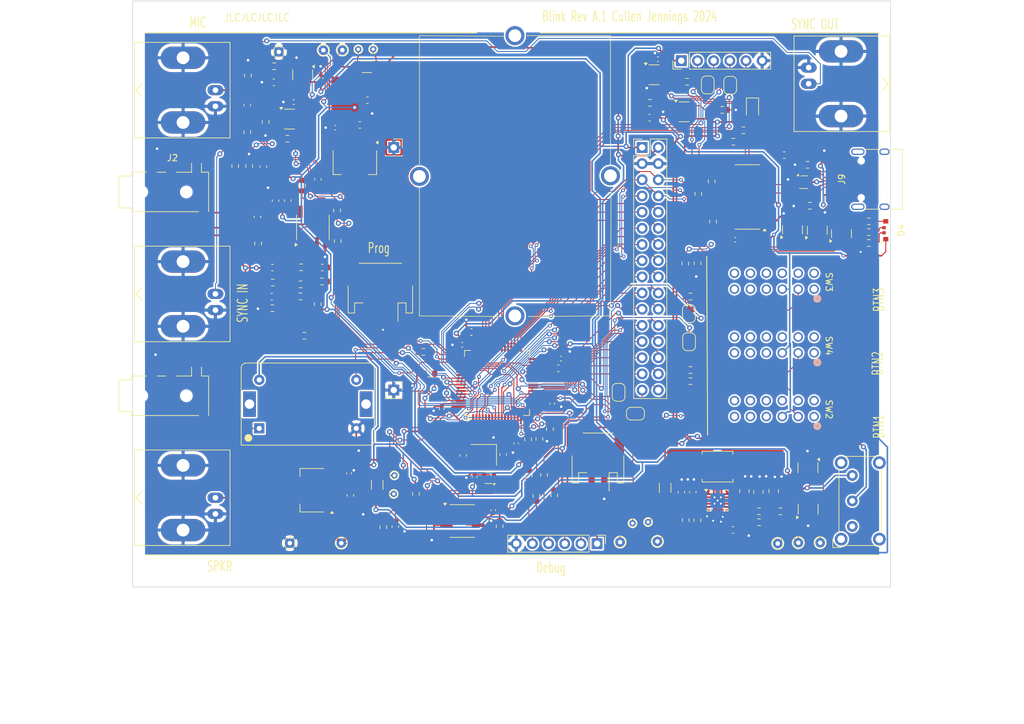
<source format=kicad_pcb>
(kicad_pcb (version 20240108) (generator "pcbnew") (generator_version "8.0")
  (title_block (title "Blink") (date "2024-06-10") (rev "A.1") (company "Cullen Jennings"))
  (layers (0 "F.Cu" signal) (31 "B.Cu" power) (34 "B.Paste" user) (35 "F.Paste" user) (36 "B.SilkS" user "B.Silkscreen") (37 "F.SilkS" user "F.Silkscreen") (38 "B.Mask" user) (39 "F.Mask" user) (44 "Edge.Cuts" user))
  (net 0 "")
  (net 1 "+3.3V")
  (net 2 "/AUX_CLK")
  (net 3 "/AUX_GPS_PPS")
  (net 4 "/OSC_ADJ")
  (net 5 "/HSE_OUT")
  (net 6 "/HSE_IN")
  (net 7 "/GPS_PPS")
  (net 8 "+3.3VA")
  (net 9 "/LEDMG")
  (net 10 "/LEDMR")
  (net 11 "/NCOL1")
  (net 12 "/AUD_OUT")
  (net 13 "Net-(C7-Pad1)")
  (net 14 "/Mic")
  (net 15 "/BOOT1")
  (net 16 "/LEDMB")
  (net 17 "/NCOL3")
  (net 18 "/NCOL2")
  (net 19 "/NCOL5")
  (net 20 "/NCOL4")
  (net 21 "GND")
  (net 22 "/NCOL7")
  (net 23 "/NCOL6")
  (net 24 "/NCOL9")
  (net 25 "/NCOL8")
  (net 26 "/NROW1")
  (net 27 "/NCOL10")
  (net 28 "/NROW3")
  (net 29 "/NROW2")
  (net 30 "/NROW5")
  (net 31 "/NROW4")
  (net 32 "/SWDIO")
  (net 33 "/SWDCLK")
  (net 34 "/LED9")
  (net 35 "/LED10")
  (net 36 "/USB_RX")
  (net 37 "/USB_TX")
  (net 38 "/SCL")
  (net 39 "/AUD_IN")
  (net 40 "Net-(C17-Pad2)")
  (net 41 "Net-(R1-Pad2)")
  (net 42 "/DB3")
  (net 43 "/SDA")
  (net 44 "/NRST")
  (net 45 "/BOOT0")
  (net 46 "/GPS_RX1")
  (net 47 "/GPS_TX1")
  (net 48 "SYNC_IN")
  (net 49 "Net-(U1-VI)")
  (net 50 "Net-(C8-Pad1)")
  (net 51 "/Left")
  (net 52 "Net-(U2A-+)")
  (net 53 "/CLK")
  (net 54 "/AUX_MON_PPS")
  (net 55 "/LED7")
  (net 56 "/LED8")
  (net 57 "/LED1")
  (net 58 "/LED2")
  (net 59 "/BTN1")
  (net 60 "PPS_OUT")
  (net 61 "Net-(J11-In)")
  (net 62 "Net-(J7-Pin_2)")
  (net 63 "Net-(C13-Pad2)")
  (net 64 "Net-(U4-VCAP_1)")
  (net 65 "Net-(U2A--)")
  (net 66 "Net-(U4-VCAP_2)")
  (net 67 "/Right")
  (net 68 "Net-(U2B--)")
  (net 69 "Net-(U2B-+)")
  (net 70 "Net-(R25-Pad1)")
  (net 71 "Net-(R35-Pad1)")
  (net 72 "Net-(J13-In)")
  (net 73 "Net-(R24-Pad1)")
  (net 74 "Net-(R28-Pad2)")
  (net 77 "Net-(C26-Pad1)")
  (net 78 "VBUS")
  (net 79 "+BATT")
  (net 80 "Net-(D1-K)")
  (net 81 "Net-(J9-CC1)")
  (net 82 "Net-(J9-D+-PadA6)")
  (net 83 "Net-(J9-D--PadA7)")
  (net 85 "Net-(J9-CC2)")
  (net 87 "Net-(U9-STAT)")
  (net 88 "Net-(U9-PROG)")
  (net 89 "Net-(U7-UD+)")
  (net 90 "Net-(U7-UD-)")
  (net 96 "/USB_DTR")
  (net 97 "/USB_RTS")
  (net 99 "/LED3")
  (net 100 "/LED5")
  (net 101 "Net-(R36-Pad1)")
  (net 104 "/LED6")
  (net 105 "/LED4")
  (net 106 "/MON_PPS")
  (net 108 "Net-(X1-Vcontrol)")
  (net 109 "Net-(J7-Pin_3)")
  (net 110 "Net-(J7-Pin_4)")
  (net 111 "Net-(J7-Pin_5)")
  (net 112 "/AUX_SYNC_IN")
  (net 114 "Net-(D4-BK)")
  (net 115 "Net-(D4-GK)")
  (net 116 "Net-(D4-RK)")
  (net 117 "Net-(Q3-D)")
  (net 118 "Net-(Q4-D)")
  (net 119 "Net-(Q5-D)")
  (net 130 "Net-(U7-TXD)")
  (net 131 "Net-(U7-RXD)")
  (net 132 "Net-(SW1-B)")
  (net 133 "Net-(U7-~{DTR})")
  (net 134 "Net-(U7-~{RTS})")
  (net 153 "Net-(U13-VI)")
  (net 154 "Net-(SW1-C)")
  (net 159 "Net-(JP5-A)")
  (net 160 "/BTN2")
  (net 161 "Net-(R54-Pad1)")
  (net 163 "/VIN1")
  (net 164 "Net-(U16-VAUX)")
  (net 165 "+4V")
  (net 166 "/FL1")
  (net 167 "/FL2")
  (net 168 "Net-(U16-EN)")
  (net 169 "Net-(U16-PS{slash}SYNC)")
  (net 170 "Net-(R59-Pad1)")
  (net 171 "Net-(U16-PG)")
  (net 172 "/BTN3")
  (net 173 "Net-(U16-FB)")
  (net 174 "Net-(J4-In)")
  (net 175 "Net-(J12-In)")
  (footprint "Capacitor_SMD:C_0603_1608Metric" (layer "F.Cu") (at 192.172507 56.331122 180)
    (property "Reference" "C29" (hide yes))
    (property "Value" "4u7")
  )
  (footprint "Package_TO_SOT_SMD:SOT-23" (layer "F.Cu") (at 222.3 74.5375 90)
    (property "Reference" "Q5" (hide yes))
    (property "Value" "2N7002")
  )
  (footprint "Capacitor_SMD:C_0603_1608Metric" (layer "F.Cu") (at 169.180329 109.229894 -90)
    (property "Reference" "C11" (hide yes))
    (property "Value" "33p" (hide yes))
  )
  (footprint "Resistor_SMD:R_0603_1608Metric" (layer "F.Cu") (at 175.6 112.425 -90)
    (property "Reference" "R43" (hide yes))
    (property "Value" "1K0")
  )
  (footprint "Resistor_SMD:R_1206_3216Metric" (layer "F.Cu") (at 149.4 113.9625 -90)
    (property "Reference" "R38" (hide yes))
    (property "Value" "0R1")
  )
  (footprint "Capacitor_SMD:C_0402_1005Metric" (layer "F.Cu") (at 171.238478 107.467066 -90)
    (property "Reference" "C22" (hide yes))
    (property "Value" "100n")
  )
  (footprint "Resistor_SMD:R_0603_1608Metric" (layer "F.Cu") (at 155.475341 115.375581 -90)
    (property "Reference" "R12" (hide yes))
    (property "Value" "1K5")
  )
  (footprint "TestPoint:TestPoint_THTPad_D1.5mm_Drill0.7mm" (layer "F.Cu") (at 187.537511 122.967646)
    (property "Reference" "TP20" (hide yes))
    (property "Value" "~")
  )
  (footprint "Resistor_SMD:R_0603_1608Metric" (layer "F.Cu") (at 209.332515 118.123319 180)
    (property "Reference" "R59" (hide yes))
    (property "Value" "47K")
  )
  (footprint "Jumper:SolderJumper-2_P1.3mm_Bridged_RoundedPad1.0x1.5mm" (layer "F.Cu") (at 187.3 99.45 90)
    (property "Reference" "JP2" (hide yes))
    (property "Value" "SolderJumper_2_Bridged")
  )
  (footprint "Jumper:SolderJumper-2_P1.3mm_Bridged2Bar_RoundedPad1.0x1.5mm" (layer "F.Cu") (at 204.831425 51.234885 -90)
    (property "Reference" "JP6" (hide yes))
    (property "Value" "SolderJumper_2_Bridged")
  )
  (footprint "Package_TO_SOT_SMD:SOT-23-5" (layer "F.Cu") (at 137.700527 49.59004 -90)
    (property "Reference" "U5" (hide yes))
    (property "Value" "SN74LVC1G14DBV" (hide yes))
  )
  (footprint "Resistor_SMD:R_0603_1608Metric" (layer "F.Cu") (at 133.234948 48.24416 180)
    (property "Reference" "R24" (hide yes))
    (property "Value" "200R")
  )
  (footprint "Resistor_SMD:R_0603_1608Metric" (layer "F.Cu") (at 129.297294 63.911164 90)
    (property "Reference" "R11" (hide yes))
    (property "Value" "1K0")
  )
  (footprint "TestPoint:TestPoint_THTPad_D1.0mm_Drill0.5mm" (layer "F.Cu") (at 146.43114 45.590117 180)
    (property "Reference" "TP2" (hide yes))
    (property "Value" "~")
  )
  (footprint "Resistor_SMD:R_0603_1608Metric" (layer "F.Cu") (at 140.067451 85.608015 -90)
    (property "Reference" "R3" (hide yes))
    (property "Value" "47K")
  )
  (footprint "blinky_footprints:PBH4UOANAGX" (layer "F.Cu") (at 218 83.25 -90)
    (property "Reference" "SW3")
    (property "Value" "SW_Push_4PDT")
  )
  (footprint "Jumper:SolderJumper-2_P1.3mm_Bridged_RoundedPad1.0x1.5mm" (layer "F.Cu") (at 198.36827 91.508948 -90)
    (property "Reference" "JP3" (hide yes))
    (property "Value" "SolderJumper_2_Bridged")
  )
  (footprint "TestPoint:TestPoint_THTPad_D1.5mm_Drill0.7mm" (layer "F.Cu") (at 143.769375 123.126953)
    (property "Reference" "TP15" (hide yes))
    (property "Value" "~")
  )
  (footprint "Capacitor_SMD:C_0603_1608Metric" (layer "F.Cu") (at 133.168258 50.770769)
    (property "Reference" "C25" (hide yes))
    (property "Value" "47p")
  )
  (footprint "Capacitor_SMD:C_0603_1608Metric" (layer "F.Cu") (at 198.957239 115.135026 90)
    (property "Reference" "C34" (hide yes))
    (property "Value" "10u")
  )
  (footprint "Capacitor_SMD:C_0603_1608Metric" (layer "F.Cu") (at 213.32 62.2)
    (property "Reference" "C28" (hide yes))
    (property "Value" "4u7")
  )
  (footprint "Resistor_SMD:R_0603_1608Metric" (layer "F.Cu") (at 198.590493 97.691997 180)
    (property "Reference" "R36" (hide yes))
    (property "Value" "1K0")
  )
  (footprint "MountingHole:MountingHole_2.2mm_M2" (layer "F.Cu") (at 221.69363 127.127377 90)
    (property "Reference" "H5" (hide yes))
    (property "Value" "M2" (hide yes))
  )
  (footprint "Crystal:Crystal_SMD_3225-4Pin_3.2x2.5mm" (layer "F.Cu") (at 166.125431 109.282951 180)
    (property "Reference" "Y1" (hide yes))
    (property "Value" "16MHz " (hide yes))
  )
  (footprint "Package_SO:SOIC-16_3.9x9.9mm_P1.27mm" (layer "F.Cu") (at 207.525 68.775 180)
    (property "Reference" "U7" (hide yes))
    (property "Value" "CH340C")
  )
  (footprint "Capacitor_SMD:C_0603_1608Metric" (layer "F.Cu") (at 133.436866 69.362193 -90)
    (property "Reference" "C5" (hide yes))
    (property "Value" "10u")
  )
  (footprint "Package_SON:Texas_S-PWSON-N10_ThermalVias" (layer "F.Cu") (at 202.857239 116.435026)
    (property "Reference" "U16" (hide yes))
    (property "Value" "TPS63060")
  )
  (footprint "Resistor_SMD:R_0603_1608Metric" (layer "F.Cu") (at 198.590941 84.405597 180)
    (property "Reference" "R25" (hide yes))
    (property "Value" "1K0")
  )
  (footprint "Resistor_SMD:R_0603_1608Metric" (layer "F.Cu") (at 140.736762 82.04725 180)
    (property "Reference" "R4" (hide yes))
    (property "Value" "47K")
  )
  (footprint "Resistor_SMD:R_0603_1608Metric" (layer "F.Cu") (at 174.4 115.725 -90)
    (property "Reference" "R44" (hide yes))
    (property "Value" "1K0")
  )
  (footprint "Capacitor_SMD:C_0603_1608Metric" (layer "F.Cu") (at 132.85053 84.408681 180)
    (property "Reference" "C27" (hide yes))
    (property "Value" "100n")
  )
  (footprint "Connector_PinHeader_2.54mm:PinHeader_2x16_P2.54mm_Vertical" (layer "F.Cu") (at 191 61)
    (property "Reference" "J14" (hide yes))
    (property "Value" "Conn_02x16_Odd_Even")
  )
  (footprint "Resistor_SMD:R_0603_1608Metric" (layer "F.Cu") (at 143.1 70.9 -90)
    (property "Reference" "R19" (hide yes))
    (property "Value" "560R")
  )
  (footprint "Package_TO_SOT_SMD:SOT-223-3_TabPin2" (layer "F.Cu") (at 145.9 63.35 -90)
    (property "Reference" "U13" (hide yes))
    (property "Value" "AMS1117-3.3")
  )
  (footprint "Jumper:SolderJumper-2_P1.3mm_Bridged_RoundedPad1.0x1.5mm" (layer "F.Cu") (at 198.343031 87.092308 90)
    (property "Reference" "JP4" (hide yes))
    (property "Value" "SolderJumper_2_Bridged")
  )
  (footprint "blinky_footprints:PBH4UOANAGX" (layer "F.Cu") (at 218 103.25 -90)
    (property "Reference" "SW2")
    (property "Value" "SW_Push_4PDT")
  )
  (footprint "Jumper:SolderJumper-2_P1.3mm_Bridged_RoundedPad1.0x1.5mm" (layer "F.Cu") (at 189.95 102.8)
    (property "Reference" "JP1" (hide yes))
    (property "Value" "SolderJumper_2_Bridged")
  )
  (footprint "Connector_JST:JST_PH_S2B-PH-SM4-TB_1x02-1MP_P2.00mm_Horizontal" (layer "F.Cu") (at 184.060701 110.358027 180)
    (property "Reference" "J1" (hide yes))
    (property "Value" "Conn_01x02" (hide yes))
  )
  (footprint "Resistor_SMD:R_0603_1608Metric" (layer "F.Cu") (at 192.225 54)
    (property "Reference" "R27" (hide yes))
    (property "Value" "1K0")
  )
  (footprint "Package_TO_SOT_SMD:SOT-23-5" (layer "F.Cu") (at 135.6375 56.55)
    (property "Reference" "U6" (hide yes))
    (property "Value" "SN74LVC1G14DBV" (hide yes))
  )
  (footprint "Connector_PinHeader_2.54mm:PinHeader_1x06_P2.54mm_Vertical" (layer "F.Cu") (at 183.930404 123.211096 -90)
    (property "Reference" "J7" (hide yes))
    (property "Value" "Conn_01x06_Pin" (hide yes))
  )
  (footprint "Capacitor_SMD:C_0402_1005Metric" (layer "F.Cu") (at 176.879117 101.228219 -90)
    (property "Reference" "C12" (hide yes))
    (property "Value" "100n")
  )
  (footprint "Resistor_SMD:R_0603_1608Metric" (layer "F.Cu") (at 173.2 112.525 -90)
    (property "Reference" "R45" (hide yes))
    (property "Value" "1K0")
  )
  (footprint "blinky_footprints:BatteryFlat1" (layer "F.Cu") (at 171.024553 65.44537)
    (property "Reference" "B1" (hide yes))
    (property "Value" "~")
  )
  (footprint "TestPoint:TestPoint_THTPad_D1.0mm_Drill0.5mm" (layer "F.Cu") (at 189.493312 120.008981)
    (property "Reference" "TP12" (hide yes))
    (property "Value" "~")
  )
  (footprint "Package_TO_SOT_SMD:SOT-23-5" (layer "F.Cu") (at 192.858785 49.582849)
    (property "Reference" "U14" (hide yes))
    (property "Value" "SN74LVC1G14DBV")
  )
  (footprint "Capacitor_SMD:C_0603_1608Metric" (layer "F.Cu") (at 164.186075 89.989206)
    (property "Reference" "C19" (hide yes))
    (property "Value" "2u2")
  )
  (footprint "Resistor_SMD:R_0603_1608Metric" (layer "F.Cu") (at 129.1 49.7125 90)
    (property "Reference" "R13" (hide yes))
    (property "Value" "560R")
  )
  (footprint "TestPoint:TestPoint_THTPad_D1.5mm_Drill0.7mm" (layer "F.Cu") (at 143.93474 45.708058 180)
    (property "Reference" "TP18" (hide yes))
    (property "Value" "~")
  )
  (footprint "Resistor_SMD:R_0603_1608Metric" (layer "F.Cu") (at 205.325 60.1 180)
    (property "Reference" "R49" (hide yes))
    (property "Value" "1K0")
  )
  (footprint "Package_TO_SOT_SMD:SOT-563" (layer "F.Cu") (at 166.9773 112.865437 180)
    (property "Reference" "U10" (hide yes))
    (property "Value" "TMP112AIDRLR")
  )
  (footprint "Capacitor_SMD:C_0603_1608Metric" (layer "F.Cu") (at 140.774262 79.84725 180)
    (property "Reference" "C9" (hide yes))
    (property "Value" "100n")
  )
  (footprint "Resistor_SMD:R_0603_1608Metric" (layer "F.Cu") (at 212.700169 118.143063 180)
    (property "Reference" "R60" (hide yes))
    (property "Value" "33R0")
  )
  (footprint "Package_TO_SOT_SMD:SOT-666" (layer "F.Cu") (at 216.345065 66.447946)
    (property "Reference" "U8" (hide yes))
    (property "Value" "USBLC6-2P6")
  )
  (footprint "TestPoint:TestPoint_THTPad_D1.5mm_Drill0.7mm" (layer "F.Cu") (at 133.960115 45.997854)
    (property "Reference" "TP14" (hide yes))
    (property "Value" "~")
  )
  (footprint "Resistor_SMD:R_0603_1608Metric" (layer "F.Cu") (at 176.525545 105.230293 -90)
    (property "Reference" "R31" (hide yes))
    (property "Value" "4K7")
  )
  (footprint "TestPoint:TestPoint_THTPad_D1.5mm_Drill0.7mm" (layer "F.Cu") (at 212.288048 123.186499)
    (property "Reference" "TP11" (hide yes))
    (property "Value" "~")
  )
  (footprint "Package_TO_SOT_SMD:SOT-223-3_TabPin2" (layer "F.Cu") (at 139.173781 114.828555 180)
    (property "Reference" "U1" (hide yes))
    (property "Value" "AMS1117-3.3" (hide yes))
  )
  (footprint "Package_TO_SOT_SMD:SOT-23-5" (layer "F.Cu") (at 217.070558 117.788125 90)
    (property "Reference" "U11" (hide yes))
    (property "Value" "MAX40200AUK")
  )
  (footprint "TestPoint:TestPoint_THTPad_D1.0mm_Drill0.5mm" (layer "F.Cu") (at 152 115.4)
    (property "Reference" "TP3" (hide yes))
    (property "Value" "~")
  )
  (footprint "Capacitor_SMD:C_0402_1005Metric" (layer "F.Cu") (at 144.97611 112.162498 -90)
    (property "Reference" "C1" (hide yes))
    (property "Value" "100n")
  )
  (footprint "Capacitor_SMD:C_0402_1005Metric" (layer "F.Cu") (at 142.8248 57.890021)
    (property "Reference" "C31" (hide yes))
    (property "Value" "100n")
  )
  (footprint "TestPoint:TestPoint_THTPad_D1.5mm_Drill0.7mm" (layer "F.Cu") (at 193.398197 122.86005)
    (property "Reference" "TP10" (hide yes))
    (property "Value" "~")
  )
  (footprint "Resistor_SMD:R_0603_1608Metric" (layer "F.Cu") (at 217.325 70.15)
    (property "Reference" "R22" (hide yes))
    (property "Value" "5K1")
  )
  (footprint "Capacitor_SMD:C_0402_1005Metric" (layer "F.Cu") (at 167.619668 117.958331 90)
    (property "Reference" "C20" (hide yes))
    (property "Value" "100n")
  )
  (footprint "blinky_footprints:Jack_3.5mm_PJ320D_Horizontal-CJ" (layer "F.Cu") (at 118 68)
    (property "Reference" "J2")
    (property "Value" "PJ-320D")
  )
  (footprint "Capacitor_SMD:C_0603_1608Metric" (layer "F.Cu") (at 152.248698 120.55049 -90)
    (property "Reference" "C10" (hide yes))
    (property "Value" "100n")
  )
  (footprint "Resistor_SMD:R_0603_1608Metric" (layer "F.Cu") (at 216.975 63.725)
    (property "Reference" "R21" (hide yes))
    (property "Value" "5K1")
  )
  (footprint "Capacitor_SMD:C_0402_1005Metric" (layer "F.Cu") (at 193.478416 47.130016 180)
    (property "Reference" "C32" (hide yes))
    (property "Value" "100n")
  )
  (footprint "Capacitor_SMD:C_0603_1608Metric" (layer "F.Cu") (at 205.255886 121.058448 180)
    (property "Reference" "C36" (hide yes))
    (property "Value" "100n")
  )
  (footprint "Capacitor_SMD:C_0603_1608Metric" (layer "F.Cu") (at 146.669275 57.469231 180)
    (property "Reference" "C33" (hide yes))
    (property "Value" "10u")
  )
  (footprint "Capacitor_SMD:C_0402_1005Metric" (layer "F.Cu") (at 164.6773 112.765437 -90)
    (property "Reference" "C30" (hide yes))
    (property "Value" "100n")
  )
  (footprint "Capacitor_SMD:C_0603_1608Metric" (layer "F.Cu") (at 131.535747 64.017831 -90)
    (property "Reference" "C17" (hide yes))
    (property "Value" "100n")
  )
  (footprint "Capacitor_SMD:C_0603_1608Metric" (layer "F.Cu") (at 147.868028 53.60334 180)
    (property "Reference" "C4" (hide yes))
    (property "Value" "100n")
  )
  (footprint "Resistor_SMD:R_0603_1608Metric" (layer "F.Cu") (at 129 58.6125 -90)
    (property "Reference" "R6" (hide yes))
    (property "Value" "10K")
  )
  (footprint "Resistor_SMD:R_0603_1608Metric" (layer "F.Cu") (at 143.2 75.7 90)
    (property "Reference" "R1" (hide yes))
    (property "Value" "560R")
  )
  (footprint "Capacitor_SMD:C_0805_2012Metric" (layer "F.Cu") (at 211.657239 114.960026 90)
    (property "Reference" "C38" (hide yes))
    (property "Value" "22uF")
  )
  (footprint "TestPoint:TestPoint_THTPad_D1.5mm_Drill0.7mm" (layer "F.Cu") (at 218.954803 123.063948)
    (property "Reference" "TP16" (hide yes))
    (property "Value" "~")
  )
  (footprint "Resistor_SMD:R_0603_1608Metric" (layer "F.Cu") (at 226.6 76 180)
    (property "Reference" "R48" (hide yes))
    (property "Value" "47R")
  )
  (footprint "Button_Switch_THT:SW_E-Switch_EG1224_SPDT_Angled" (layer "F.Cu") (at 224 120.5 90)
    (property "Reference" "SW1" (hide yes))
    (property "Value" "SW_SPDT")
  )
  (footprint "Connector_PinSocket_2.54mm:PinSocket_1x01_P2.54mm_Vertical" (layer "F.Cu") (at 152 61)
    (property "Reference" "J15" (hide yes))
    (property "Value" "Conn_01x01")
  )
  (footprint "Package_SO:SOIC-8_3.9x4.9mm_P1.27mm" (layer "F.Cu") (at 162.75185 119.652888)
    (property "Reference" "U3" (hide yes))
    (property "Value" "M24C02-RMN")
  )
  (footprint "Capacitor_SMD:C_0402_1005Metric" (layer "F.Cu") (at 205.62 75.5)
    (property "Reference" "C2" (hide yes))
    (property "Value" "100n")
  )
  (footprint "Package_QFP:LQFP-64_10x10mm_P0.5mm" (layer "F.Cu") (at 168.213472 97.978212 90)
    (property "Reference" "U4" (hide yes))
    (property "Value" "STM32F405RGTx" (hide yes))
  )
  (footprint "Resistor_SMD:R_0603_1608Metric" (layer "F.Cu") (at 137.6 67 90)
    (property "Reference" "R7" (hide yes))
    (property "Value" "1R0")
  )
  (footprint "blinky_footprints:OSC_DIP-14" (layer "F.Cu") (at 130.88 105.11)
    (property "Reference" "X1" (hide yes))
    (property "Value" "GTXO-14V (2.048MHz)")
  )
  (footprint "Resistor_SMD:R_0603_1608Metric" (layer "F.Cu") (at 131.872968 57.008785 -90)
    (property "Reference" "R23" (hide yes))
    (property "Value" "1K0")
  )
  (footprint "Resistor_SMD:R_0603_1608Metric" (layer "F.Cu") (at 156.648108 93.099393)
    (property "Reference" "R17" (hide yes))
    (property "Value" "1K0")
  )
  (footprint "Capacitor_SMD:C_0402_1005Metric" (layer "F.Cu") (at 159.528381 102.074502 90)
    (property "Reference" "C18" (hide yes))
    (property "Value" "100n")
  )
  (footprint "Package_SO:SOIC-8_3.9x4.9mm_P1.27mm" (layer "F.Cu") (at 139.305 73.575 90)
    (property "Reference" "U2" (hide yes))
    (property "Value" "AD8397")
  )
  (footprint "Capacitor_SMD:C_0603_1608Metric" (layer "F.Cu") (at 129 54.35 -90)
    (property "Reference" "C13" (hide yes))
    (property "Value" "10u")
  )
  (footprint "Resistor_SMD:R_0603_1608Metric" (layer "F.Cu") (at 199.813361 68.276917 -90)
    (property "Reference" "R29" (hide yes))
    (property "Value" "1K0")
  )
  (footprint "Resistor_SMD:R_0603_1608Metric" (layer "F.Cu") (at 133.002513 82.205878)
    (property "Reference" "R16" (hide yes))
    (property "Value" "560R")
  )
  (footprint "Resistor_SMD:R_0603_1608Metric" (layer "F.Cu") (at 199.696506 79.182867 90)
    (property "Reference" "R53" (hide yes))
    (property "Value" "47K")
  )
  (footprint "Capacitor_SMD:C_0603_1608Metric" (layer "F.Cu") (at 162.888232 109.36092 90)
    (property "Reference" "C14" (hide yes))
    (property "Value" "33p" (hide yes))
  )
  (footprint "TestPoint:TestPoint_THTPad_D1.5mm_Drill0.7mm" (layer "F.Cu") (at 140.945242 45.731979)
    (property "Reference" "TP5" (hide yes))
    (property "Value" "~")
  )
  (footprint "blinky_footprints:Jack_3.5mm_PJ320D_Horizontal-CJ" (layer "F.Cu") (at 118 100)
    (property "Reference" "J3" (hide yes))
    (property "Value" "PJ-320D")
  )
  (footprint "blinky_footprints:PBH4UOANAGX" (layer "F.Cu") (at 218 93.25 -90)
    (property "Reference" "SW4")
    (property "Value" "SW_Push_4PDT")
  )
  (footprint "Resistor_SMD:R_1206_3216Metric" (layer "F.Cu") (at 194.608836 114.459067 90)
    (property "Reference" "R62" (hide yes))
    (property "Value" "0R1")
  )
  (footprint "MountingHole:MountingHole_2.2mm_M2" (layer "F.Cu") (at 117.513825 40.538568 90)
    (property "Reference" "H1" (hide yes))
    (property "Value" "M2" (hide yes))
  )
  (footprint "Resistor_SMD:R_0603_1608Metric" (layer "F.Cu") (at 127.10424 63.942052 -90)
    (property "Reference" "R10" (hide yes))
    (property "Value" "1K0")
  )
  (footprint "Capacitor_SMD:C_0603_1608Metric" (layer "F.Cu") (at 135.350039 69.334862 -90)
    (property "Reference" "C6" (hide yes))
    (property "Value" "100n")
  )
  (footprint "Resistor_SMD:R_0603_1608Metric" (layer "F.Cu") (at 209.352258 119.840974)
    (property "Reference" "R58" (hide yes))
    (property "Value" "5.6K")
  )
  (footprint "Resistor_SMD:R_0603_1608Metric" (layer "F.Cu") (at 198.071335 50.689597)
    (property "Reference" "R54" (hide yes))
    (property "Value" "1K0")
  )
  (footprint "Resistor_SMD:R_0603_1608Metric" (layer "F.Cu") (at 198.59447 95.950693 180)
    (property "Reference" "R35" (hide yes))
    (property "Value" "1K0")
  )
  (footprint "Resistor_SMD:R_0603_1608Metric" (layer "F.Cu") (at 168.619668 120.463331 -90)
    (property "Reference" "R15" (hide yes))
    (property "Value" "1K5")
  )
  (footprint "Resistor_SMD:R_0603_1608Metric" (layer "F.Cu") (at 197.769739 79.226196 90)
    (property "Reference" "R52" (hide yes))
    (property "Value" "47K" (hide yes))
  )
  (footprint "Resistor_SMD:R_0603_1608Metric" (layer "F.Cu") (at 226.6 72.6)
    (property "Reference" "R46" (hide yes))
    (property "Value" "150R")
  )
  (footprint "Inductor_SMD:L_Coilcraft_XAL4020-XXX" (layer "F.Cu") (at 202.842239 111.110026)
    (property "Reference" "L1" (hide yes))
    (property "Value" "1.5uH")
  )
  (footprint "Capacitor_SMD:C_0603_1608Metric" (layer "F.Cu") (at 177.847579 95.686604 180)
    (property "Reference" "C16" (hide yes))
    (property "Value" "2u2")
  )
  (footprint "Capacitor_SMD:C_0402_1005Metric" (layer "F.Cu") (at 140.527418 50.134484 90)
    (property "Reference" "C23" (hide yes))
    (property "Value" "100n" (hide yes))
  )
  (footprint "Resistor_SMD:R_0603_1608Metric" (layer "F.Cu") (at 226.6 74.3)
    (property "Reference" "R47" (hide yes))
    (property "Value" "47R")
  )
  (footprint "blinky_footprints:BNC_Amphenol_B6252HB-NPP3G-50_Horizontal-CJ" (layer "F.Cu") (at 121.5 52 90)
    (property "Reference" "J11" (hide yes))
    (property "Value" "KH-BNC50-3511")
  )
  (footprint "Capacitor_SMD:C_0402_1005Metric" (layer "F.Cu") (at 136.282253 53.878065 180)
    (property "Reference" "C24" (hide yes))
    (property "Value" "100n" (hide yes))
  )
  (footprint "Resistor_SMD:R_1206_3216Metric" (layer "F.Cu") (at 147.770258 48.32638)
    (property "Reference" "R37" (hide yes))
    (property "Value" "0R1")
  )
  (footprint "Resistor_SMD:R_0603_1608Metric" (layer "F.Cu") (at 206.9 58.3)
    (property "Reference" "R50" (hide yes))
    (property "Value" "1K0")
  )
  (footprint "Capacitor_SMD:C_0603_1608Metric" (layer "F.Cu") (at 197.157239 115.135026 90)
    (property "Reference" "C35" (hide yes))
    (property "Value" "10u")
  )
  (footprint "TestPoint:TestPoint_THTPad_D1.5mm_Drill0.7mm" (layer "F.Cu") (at 215.523385 123.063948)
    (property "Reference" "TP17" (hide yes))
    (property "Value" "~")
  )
  (footprint "TestPoint:TestPoint_THTPad_D1.0mm_Drill0.5mm" (layer "F.Cu") (at 152.1 112.5)
    (property "Reference" "TP4" (hide yes))
    (property "Value" "~")
  )
  (footprint "Package_TO_SOT_SMD:SOT-23-5" (layer "F.Cu") (at 197.6 55.4)
    (property "Reference" "U9" (hide yes))
    (property "Value" "MCP73832-2-OT")
  )
  (footprint "Package_TO_SOT_SMD:SOT-23" (layer "F.Cu") (at 214.6 73.9375 90)
    (property "Reference" "Q3" (hide yes))
    (property "Value" "2N7002")
  )
  (footprint "Capacitor_SMD:C_0603_1608Metric" (layer "F.Cu") (at 130.6 71.9 90)
    (property "Reference" "C7" (hide yes))
    (property "Value" "10u")
  )
  (footprint "Resistor_SMD:R_0603_1608Metric" (layer "F.Cu") (at 135.307564 59.627514)
    (property "Reference" "R28" (hide yes))
    (property "Value" "1K0")
  )
  (footprint "Resistor_SMD:R_0603_1608Metric" (layer "F.Cu") (at 199.67955 119.533819 90)
    (property "Reference" "R57" (hide yes))
    (property "Value" "1K0")
  )
  (footprint "Capacitor_SMD:C_0805_2012Metric" (layer "F.Cu") (at 207.057239 114.960026 90)
    (property "Reference" "C40" (hide yes))
    (property "Value" "22uF")
  )
  (footprint "Resistor_SMD:R_0603_1608Metric" (layer "F.Cu") (at 130.7 76.0875 -90)
    (property "Reference" "R2" (hide yes))
    (property "Value" "560R")
  )
  (footprint "LED_SMD:LED_0805_2012Metric" (layer "F.Cu") (at 208.328762 54.919826 -90)
    (property "Reference" "D1" (hide yes))
    (property "Value" "LED")
  )
  (footprint "MountingHole:MountingHole_2.2mm_M2" (layer "F.Cu") (at 118.908606 127.389757 90)
    (property "Reference" "H4" (hide yes))
    (property "Value" "M2" (hide yes))
  )
  (footprint "Resistor_SMD:R_0603_1608Metric" (layer "F.Cu") (at 173.098711 106.84225 -90)
    (property "Reference" "R33" (hide yes))
    (property "Value" "4K7")
  )
  (footprint "Resistor_SMD:R_0603_1608Metric" (layer "F.Cu") (at 197.842627 119.513961 90)
    (property "Reference" "R56" (hide yes))
    (property "Value" "1K0")
  )
  (footprint "Resistor_SMD:R_0603_1608Metric" (layer "F.Cu") (at 177.2 115.625 -90)
    (property "Reference" "R42" (hide yes))
    (property "Value" "1K0")
  )
  (footprint "Capacitor_SMD:C_0603_1608Metric" (layer "F.Cu") (at 140.1 66 90)
    (property "Reference" "C26" (hide yes))
    (property "Value" "10u")
  )
  (footprint "Connector_JST:JST_PH_S3B-PH-SM4-TB_1x03-1MP_P2.00mm_Horizontal" (layer "F.Cu") (at 149.900984 83.6938 180)
    (property "Reference" "J6" (hide yes))
    (property "Value" "Conn_01x03")
  )
  (footprint "Connector_PinSocket_2.54mm:PinSocket_1x01_P2.54mm_Vertical" (layer "F.Cu") (at 152 99.1)
    (property "Reference" "J16" (hide yes))
    (property "Value" "Conn_01x01")
  )
  (footprint "Resistor_SMD:R_0603_1608Metric" (layer "F.Cu") (at 157.599679 96.513749 180)
    (property "Reference" "R26" (hide yes))
    (property "Value" "4K7")
  )
  (footprint "Resistor_SMD:R_0603_1608Metric" (layer "F.Cu") (at 174.861452 106.755413 -90)
    (property "Reference" "R32" (hide yes))
    (property "Value" "4K7")
  )
  (footprint "blinky_footprints:USB_C_Receptacle_HRO_TYPE-C-31-M-12" (layer "F.Cu") (at 228 66 90)
    (property "Reference" "J9")
    (property "Value" "USB_C_Receptacle")
  )
  (footprint "TestPoint:TestPoint_THTPad_D1.0mm_Drill0.5mm" (layer "F.Cu") (at 191.929693 119.822917)
    (property "Reference" "TP13" (hide yes))
    (property "Value" "~")
  )
  (footprint "Resistor_SMD:R_0603_1608Metric" (layer "F.Cu") (at 137.363209 84.383749 180)
    (property "Reference" "R40" (hide yes))
    (property "Value" "4K7")
  )
  (footprint "Capacitor_SMD:C_0402_1005Metric" (layer "F.Cu") (at 178.268925 94.148716)
    (property "Reference" "C15" (hide yes))
    (property "Value" "100n")
  )
  (footprint "blinky_footprints:BNC_Amphenol_B6252HB-NPP3G-50_Horizontal-CJ" (layer "F.Cu") (at 219.652288 51 -90)
    (property "Reference" "J4" (hide yes))
    (property "Value" "KH-BNC50-3511")
  )
  (footprint "blinky_footprints:BNC_Amphenol_B6252HB-NPP3G-50_Horizontal-CJ" (layer "F.Cu") (at 121.5 84 90)
    (property "Reference" "J12" (hide yes))
    (property "Value" "KH-BNC50-3511")
  )
  (footprint "Jumper:SolderJumper-2_P1.3mm_Bridged2Bar_RoundedPad1.0x1.5mm" (layer "F.Cu") (at 201.299169 51.18397 -90)
    (property "Reference" "JP5" (hide yes))
    (property "Value" "SolderJumper_2_Bridged")
  )
  (footprint "blinky_footprints:LED_RGB_MHS110FRGBCT" (layer "F.Cu") (at 229.8 74 90)
    (property "Reference" "D4")
    (property "Value" "LED_ABGR")
  )
  (footprint "Connector_PinHeader_2.54mm:PinHeader_1x06_P2.54mm_Vertical" (layer "F.Cu") (at 197.148661 47.379143 90)
    (property "Reference" "J5" (hide yes))
    (property "Value" "Conn_01x06_Pin")
  )
  (footprint "TestPoint:TestPoint_THTPad_D1.0mm_Drill0.5mm" (layer "F.Cu") (at 148.770286 45.570461 180)
    (property "Reference" "TP1" (hide yes))
    (property "Value" "~")
  )
  (footprint "Resistor_SMD:R_0603_1608Metric" (layer "F.Cu") (at 132.950392 86.253587 180)
    (property "Reference" "R41" (hide yes))
    (property "Value" "4K7")
  )
  (footprint "Capacitor_SMD:C_0805_2012Metric" (layer "F.Cu") (at 209.257239 115.060026 90)
    (property "Reference" "C39" (hide yes))
    (property "Value" "22uF")
  )
  (footprint "TestPoint:TestPoint_THTPad_D1.5mm_Drill0.7mm" (layer "F.Cu") (at 135.679284 123.126953)
    (property "Reference" "TP9" (hide yes))
    (property "Value" "~")
  )
  (footprint "Package_TO_SOT_SMD:SOT-23" (layer "F.Cu") (at 218.5 74 90)
    (property "Reference" "Q4" (hide yes))
    (property "Value" "2N7002")
  )
  (footprint "Resistor_SMD:R_0603_1608Metric" (layer "F.Cu") (at 137.451365 79.822931 180)
    (property "Reference" "R5" (hide yes))
    (property "Value" "1K0")
  )
  (footprint "Capacitor_SMD:C_0603_1608Metric" (layer "F.Cu") (at 145.192221 115.628474 90)
    (property "Reference" "C3" (hide yes))
    (property "Value" "10u")
  )
  (footprint "Resistor_SMD:R_0603_1608Metric" (layer "F.Cu") (at 137.974264 90.566679)
    (property "Reference" "R39" (hide yes))
    (property "Value" "47K")
  )
  (footprint "Capacitor_SMD:C_0402_1005Metric" (layer "F.Cu") (at 162.757468 91.978923 180)
    (property "Reference" "C21" (hide yes))
    (property "Value" "100n")
  )
  (footprint "Resistor_SMD:R_0603_1608Metric" (layer "F.Cu") (at 137.375 82.5)
    (property "Reference" "R8" (hide yes))
    (property "Value" "100K")
  )
  (footprint "Resistor_SMD:R_0603_1608Metric" (layer "F.Cu") (at 201.916515 66.318807 90)
    (property "Reference" "R20" (hide yes))
    (property "Value" "1K0")
  )
  (footprint "Resistor_SMD:R_0603_1608Metric" (layer "F.Cu") (at 203.575 55.1)
    (property "Reference" "R30" (hide yes))
    (property "Value" "2K0")
  )
  (footprint "Resistor_SMD:R_0603_1608Metric" (layer "F.Cu") (at 150.348698 120.636558 90)
    (property "Reference" "R9" (hide yes))
    (property "Value" "47K")
  )
  (footprint "MountingHole:MountingHole_2.2mm_M2" (layer "F.Cu") (at 224.148165 40.323299 90)
    (property "Reference" "H3" (hide yes))
    (property "Value" "M2" (hide yes))
  )
  (footprint "Package_TO_SOT_SMD:SOT-23-5" (layer "F.Cu") (at 217.028376 111.28843 -90)
    (property "Reference" "U12" (hide yes))
    (property "Value" "MAX40200AUK")
  )
  (footprint "Capacitor_SMD:C_0603_1608Metric" (layer "F.Cu") (at 132.935954 79.86063 180)
    (property "Reference" "C8" (hide yes))
    (property "Value" "10u")
  )
  (footprint "Resistor_SMD:R_0603_1608Metric" (layer "F.Cu") (at 202.130088 72.63372 -90)
    (property "Reference" "R51" (hide yes))
    (property "Value" "47K")
  )
  (footprint "blinky_footprints:BNC_Amphenol_B6252HB-NPP3G-50_Horizontal-CJ" (layer "F.Cu") (at 121.5 116 90)
    (property "Reference" "J13" (hide yes))
    (property "Value" "KH-BNC50-3511")
  )
  (gr_line (start 201.141681 78.147656) (end 201.275923 106.161489) (stroke (width 0.15)) (layer "F.SilkS"))
  (gr_line (start 175 43) (end 228 43) (stroke (width 0.15)) (layer "F.SilkS"))
  (gr_line (start 113 125) (end 228 125) (stroke (width 0.15)) (layer "F.SilkS"))
  (gr_line (start 113 43) (end 165 43) (stroke (width 0.15)) (layer "F.SilkS"))
  (gr_line (start 230 130) (end 111 130) (stroke (width 0.1)) (layer "Edge.Cuts"))
  (gr_line (start 111 38) (end 230 38) (stroke (width 0.1)) (layer "Edge.Cuts"))
  (gr_line (start 230 38) (end 230 130) (stroke (width 0.1)) (layer "Edge.Cuts"))
  (gr_line (start 111 38) (end 111 130) (stroke (width 0.1)) (layer "Edge.Cuts"))
  (gr_text "Blink Rev A.1 Cullen Jennings 2024" (at 175.22069 41.354948 0) (layer "F.SilkS") (effects (font (size 1.6 1)) (justify left bottom)))
  (gr_text "BTN2\n" (at 228.9 96.9 90) (layer "F.SilkS") (effects (font (size 1.6 1)) (justify left bottom)))
  (gr_text "Prog" (at 147.838289 77.721776 0) (layer "F.SilkS") (effects (font (size 1.6 1)) (justify left bottom)))
  (gr_text "BTN3" (at 229.1 86.9 90) (layer "F.SilkS") (effects (font (size 1.6 1)) (justify left bottom)))
  (gr_text "JLCJLCJLCJLC" (at 125.279243 41.313146 0) (layer "F.SilkS") (effects (font (size 1.2 1)) (justify left bottom)))
  (gr_text "SYNC IN" (at 129.2 88.6 90) (layer "F.SilkS") (effects (font (size 1.6 1)) (justify left bottom)))
  (gr_text "SPKR" (at 122.6 127.7 0) (layer "F.SilkS") (effects (font (size 1.6 1)) (justify left bottom)))
  (gr_text "Debug" (at 174.309326 127.898726 0) (layer "F.SilkS") (effects (font (size 1.6 1)) (justify left bottom)))
  (gr_text "SYNC OUT" (at 214.3 42.6 0) (layer "F.SilkS") (effects (font (size 1.6 1)) (justify left bottom)))
  (gr_text "MIC" (at 119.850399 42.340224 0) (layer "F.SilkS") (effects (font (size 1.6 1)) (justify left bottom)))
  (gr_text "BTN1" (at 229.1 106.8 90) (layer "F.SilkS") (effects (font (size 1.6 1)) (justify left bottom)))
  (segment (start 163.246048 90.976807) (end 164.249939 90.976807) (width 0.25) (layer "F.Cu") (net 1))
  (segment (start 205.14 74.44) (end 205.05 74.35) (width 0.25) (layer "F.Cu") (net 1))
  (segment (start 183.930404 121.69476) (end 183.930404 123.211096) (width 0.25) (layer "F.Cu") (net 1))
  (segment (start 160.398571 102.554502) (end 160.718145 102.234928) (width 0.25) (layer "F.Cu") (net 1))
  (segment (start 195.697029 47.379143) (end 197.148661 47.379143) (width 0.25) (layer "F.Cu") (net 1))
  (segment (start 153.5 116.275857) (end 151.154043 118.621814) (width 0.15) (layer "F.Cu") (net 1))
  (segment (start 147.81635 121.727723) (end 147.81635 115.060671) (width 0.15) (layer "F.Cu") (net 1))
  (segment (start 143.769375 123.126953) (end 146.41712 123.126953) (width 0.15) (layer "F.Cu") (net 1))
  (segment (start 147.247827 111.491365) (end 147.908172 110.83102) (width 0.25) (layer "F.Cu") (net 1))
  (segment (start 147.247827 111.491365) (end 147.247827 114.204983) (width 0.25) (layer "F.Cu") (net 1))
  (segment (start 138.650527 50.72754) (end 140.414362 50.72754) (width 0.25) (layer "F.Cu") (net 1))
  (segment (start 159.528381 102.554502) (end 160.398571 102.554502) (width 0.25) (layer "F.Cu") (net 1))
  (segment (start 147.913044 110.835892) (end 148.871281 110.835892) (width 0.25) (layer "F.Cu") (net 1))
  (segment (start 149.096022 121.208882) (end 149.348698 121.461558) (width 0.15) (layer "F.Cu") (net 1))
  (segment (start 205.090903 74.686131) (end 205.14 74.637034) (width 0.15) (layer "F.Cu") (net 1))
  (segment (start 188.485027 60.827484) (end 188.657543 61) (width 0.25) (layer "F.Cu") (net 1))
  (segment (start 167.619668 117.478331) (end 167.079668 117.478331) (width 0.25) (layer "F.Cu") (net 1))
  (segment (start 173.888472 100.728212) (end 176.10415 100.728212) (width 0.25) (layer "F.Cu") (net 1))
  (segment (start 147.908172 110.83102) (end 147.913044 110.835892) (width 0.25) (layer "F.Cu") (net 1))
  (segment (start 160.718145 102.234928) (end 161.235318 101.717755) (width 0.25) (layer "F.Cu") (net 1))
  (segment (start 156.681468 105.585107) (end 159.528381 102.738194) (width 0.25) (layer "F.Cu") (net 1))
  (segment (start 168.619668 117.538331) (end 168.619668 118.319208) (width 0.25) (layer "F.Cu") (net 1))
  (segment (start 202.154636 74.686131) (end 205.090903 74.686131) (width 0.15) (layer "F.Cu") (net 1))
  (segment (start 178.456066 116.220422) (end 183.930404 121.69476) (width 0.25) (layer "F.Cu") (net 1))
  (segment (start 229.25 75.4) (end 229.25 77.35) (width 0.15) (layer "F.Cu") (net 1))
  (segment (start 195.130562 47.911232) (end 195.67984 47.361954) (width 0.25) (layer "F.Cu") (net 1))
  (segment (start 164.054801 105.095997) (end 163.579214 105.095997) (width 0.25) (layer "F.Cu") (net 1))
  (segment (start 161.827444 90.185865) (end 162.618386 90.976807) (width 0.25) (layer "F.Cu") (net 1))
  (segment (start 193.996285 47.911232) (end 193.996285 47.167885) (width 0.25) (layer "F.Cu") (net 1))
  (segment (start 165.0973 113.245437) (end 165.4773 112.865437) (width 0.15) (layer "F.Cu") (net 1))
  (segment (start 195.67984 47.361954) (end 195.697029 47.379143) (width 0.25) (layer "F.Cu") (net 1))
  (segment (start 159.528381 102.738194) (end 159.528381 102.554502) (width 0.25) (layer "F.Cu") (net 1))
  (segment (start 170.553782 117.293314) (end 169.486378 118.360718) (width 0.25) (layer "F.Cu") (net 1))
  (segment (start 151.154043 118.621814) (end 149.096022 118.621814) (width 0.15) (layer "F.Cu") (net 1))
  (segment (start 169.444868 118.319208) (end 168.619668 118.319208) (width 0.25) (layer "F.Cu") (net 1))
  (segment (start 153.5 110.9) (end 153.5 116.275857) (width 0.15) (layer "F.Cu") (net 1))
  (segment (start 179.703632 91.833461) (end 179.500061 91.833461) (width 0.25) (layer "F.Cu") (net 1))
  (segment (start 155.2 113.1) (end 155.2 113.427854) (width 0.25) (layer "F.Cu") (net 1))
  (segment (start 188.657543 61) (end 191 61) (width 0.25) (layer "F.Cu") (net 1))
  (segment (start 145.169601 114.853474) (end 145.144682 114.828555) (width 0.25) (layer "F.Cu") (net 1))
  (segment (start 177.788925 93.544597) (end 177.788925 94.148716) (width 0.25) (layer "F.Cu") (net 1))
  (segment (start 136.762253 53.878065) (end 136.762253 55.587253) (width 0.25) (layer "F.Cu") (net 1))
  (segment (start 176.124157 100.748219) (end 176.10415 100.728212) (width 0.25) (layer "F.Cu") (net 1))
  (segment (start 176.879117 100.748219) (end 176.124157 100.748219) (width 0.25) (layer "F.Cu") (net 1))
  (segment (start 205.2 76.2) (end 205.14 76.14) (width 0.25) (layer "F.Cu") (net 1))
  (segment (start 136.762253 53.878065) (end 136.762253 53.156402) (width 0.25) (layer "F.Cu") (net 1))
  (segment (start 136.023781 114.828555) (end 142.323781 114.828555) (width 0.25) (layer "F.Cu") (net 1))
  (segment (start 164.463472 92.303212) (end 164.463472 91.19034) (width 0.25) (layer "F.Cu") (net 1))
  (segment (start 211.7 74.7) (end 210.2 76.2) (width 0.25) (layer "F.Cu") (net 1))
  (segment (start 147.104245 114.348566) (end 146.599337 114.853474) (width 0.25) (layer "F.Cu") (net 1))
  (segment (start 163.579214 105.095997) (end 160.718145 102.234928) (width 0.25) (layer "F.Cu") (net 1))
  (segment (start 163.237468 90.985387) (end 163.246048 90.976807) (width 0.25) (layer "F.Cu") (net 1))
  (segment (start 168.549648 117.538331) (end 168.619668 117.538331) (width 0.25) (layer "F.Cu") (net 1))
  (segment (start 147.81635 115.060671) (end 147.104245 114.348566) (width 0.15) (layer "F.Cu") (net 1))
  (segment (start 222.6 78) (end 228.6 78) (width 0.25) (layer "F.Cu") (net 1))
  (segment (start 193.958416 45.818324) (end 193.958416 47.130016) (width 0.25) (layer "F.Cu") (net 1))
  (segment (start 163.237468 91.978923) (end 163.237468 90.985387) (width 0.25) (layer "F.Cu") (net 1))
  (segment (start 167.079668 117.478331) (end 166.810111 117.747888) (width 0.25) (layer "F.Cu") (net 1))
  (segment (start 161.235318 101.717755) (end 161.245775 101.728212) (width 0.25) (layer "F.Cu") (net 1))
  (segment (start 205.14 76.14) (end 205.14 75.5) (width 0.25) (layer "F.Cu") (net 1))
  (segment (start 165.4773 112.865437) (end 166.2273 112.865437) (width 0.15) (layer "F.Cu") (net 1))
  (segment (start 210.2 76.2) (end 205.2 76.2) (width 0.25) (layer "F.Cu") (net 1))
  (segment (start 164.6773 113.245437) (end 165.0973 113.245437) (width 0.15) (layer "F.Cu") (net 1))
  (segment (start 205.14 74.637034) (end 205.14 74.44) (width 0.25) (layer "F.Cu") (net 1))
  (segment (start 140.552674 52.240755) (end 140.548481 52.236562) (width 0.25) (layer "F.Cu") (net 1))
  (segment (start 202.130088 74.661583) (end 202.154636 74.686131) (width 0.15) (layer "F.Cu") (net 1))
  (segment (start 193.996285 48.632849) (end 193.996285 47.911232) (width 0.25) (layer "F.Cu") (net 1))
  (segment (start 153.632647 105.585107) (end 156.681468 105.585107) (width 0.25) (layer "F.Cu") (net 1))
  (segment (start 155.2 113.427854) (end 155.475341 113.703195) (width 0.25) (layer "F.Cu") (net 1))
  (segment (start 138.204446 52.752614) (end 138.66596 52.2911) (width 0.25) (layer "F.Cu") (net 1))
  (segment (start 164.463472 104.687326) (end 164.054801 105.095997) (width 0.25) (layer "F.Cu") (net 1))
  (segment (start 205.14 75.5) (end 205.14 74.637034) (width 0.25) (layer "F.Cu") (net 1))
  (segment (start 164.6773 113.965437) (end 164.6773 113.245437) (width 0.15) (layer "F.Cu") (net 1))
  (segment (start 193.581631 45.441539) (end 193.958416 45.818324) (width 0.25) (layer "F.Cu") (net 1))
  (segment (start 202.130088 73.45872) (end 202.130088 74.661583) (width 0.15) (layer "F.Cu") (net 1))
  (segment (start 155.475341 113.703195) (end 155.475341 114.550581) (width 0.25) (layer "F.Cu") (net 1))
  (segment (start 164.365415 114.277322) (end 164.6773 113.965437) (width 0.15) (layer "F.Cu") (net 1))
  (segment (start 145.221214 114.801861) (end 145.142712 114.880363) (width 0.25) (layer "F.Cu") (net 1))
  (segment (start 205.05 74.35) (end 205.05 73.22) (width 0.25) (layer "F.Cu") (net 1))
  (segment (start 164.463472 91.19034) (end 164.249939 90.976807) (width 0.25) (layer "F.Cu") (net 1))
  (segment (start 193.996285 47.911232) (end 195.130562 47.911232) (width 0.25) (layer "F.Cu") (net 1))
  (segment (start 145.144682 114.828555) (end 142.323781 114.828555) (width 0.25) (layer "F.Cu") (net 1))
  (segment (start 211.81 69.41) (end 212.417492 70.017493) (width 0.25) (layer "F.Cu") (net 1))
  (segment (start 136.762253 53.156402) (end 137.166041 52.752614) (width 0.25) (layer "F.Cu") (net 1))
  (segment (start 146.41712 123.126953) (end 147.81635 121.727723) (width 0.15) (layer "F.Cu") (net 1))
  (segment (start 162.618386 90.976807) (end 163.246048 90.976807) (width 0.25) (layer "F.Cu") (net 1))
  (segment (start 138.66596 52.2911) (end 138.66596 50.742973) (width 0.25) (layer "F.Cu") (net 1))
  (segment (start 178.143231 100.35449) (end 177.272846 100.35449) (width 0.25) (layer "F.Cu") (net 1))
  (segment (start 164.463472 103.653212) (end 164.463472 104.687326) (width 0.25) (layer "F.Cu") (net 1))
  (segment (start 149.348698 121.461558) (end 150.348698 121.461558) (width 0.15) (layer "F.Cu") (net 1))
  (segment (start 145.192221 114.853474) (end 145.169601 114.853474) (width 0.25) (layer "F.Cu") (net 1))
  (segment (start 178.456066 108.258072) (end 178.456066 116.220422) (width 0.25) (layer "F.Cu") (net 1))
  (segment (start 146.599337 114.853474) (end 145.192221 114.853474) (width 0.25) (layer "F.Cu") (net 1))
  (segment (start 210 69.41) (end 211.81 69.41) (width 0.25) (layer "F.Cu") (net 1))
  (segment (start 169.486378 118.360718) (end 169.444868 118.319208) (width 0.25) (layer "F.Cu") (net 1))
  (segment (start 173.888472 94.228212) (end 177.709429 94.228212) (width 0.25) (layer "F.Cu") (net 1))
  (segment (start 179.500061 91.833461) (end 177.788925 93.544597) (width 0.25) (layer "F.Cu") (net 1))
  (segment (start 167.687277 117.538331) (end 168.549648 117.538331) (width 0.25) (layer "F.Cu") (net 1))
  (segment (start 140.548481 52.236562) (end 140.548481 50.635547) (width 0.25) (layer "F.Cu") (net 1))
  (segment (start 229.25 77.35) (end 228.6 78) (width 0.15) (layer "F.Cu") (net 1))
  (segment (start 137.166041 52.752614) (end 138.204446 52.752614) (width 0.25) (layer "F.Cu") (net 1))
  (segment (start 149.096022 118.621814) (end 149.096022 121.208882) (width 0.15) (layer "F.Cu") (net 1))
  (segment (start 177.272846 100.35449) (end 176.879117 100.748219) (width 0.25) (layer "F.Cu") (net 1))
  (segment (start 168.619668 118.319208) (end 168.619668 119.638331) (width 0.25) (layer "F.Cu") (net 1))
  (segment (start 161.245775 101.728212) (end 162.538472 101.728212) (width 0.25) (layer "F.Cu") (net 1))
  (segment (start 147.247827 114.204983) (end 147.104245 114.348566) (width 0.25) (layer "F.Cu") (net 1))
  (segment (start 166.810111 117.747888) (end 165.22685 117.747888) (width 0.25) (layer "F.Cu") (net 1))
  (via (at 188.485027 60.827484) (size 0.8) (drill 0.4) (layers "F.Cu" "B.Cu") (net 1))
  (via (at 211.7 74.7) (size 0.6) (drill 0.3) (layers "F.Cu" "B.Cu") (net 1))
  (via (at 178.143231 100.35449) (size 0.6) (drill 0.3) (layers "F.Cu" "B.Cu") (net 1))
  (via (at 179.703632 91.833461) (size 0.8) (drill 0.4) (layers "F.Cu" "B.Cu") (net 1))
  (via (at 193.581631 45.441539) (size 0.8) (drill 0.4) (layers "F.Cu" "B.Cu") (net 1))
  (via (at 212.417492 70.017493) (size 0.8) (drill 0.4) (layers "F.Cu" "B.Cu") (net 1))
  (via (at 140.552674 52.240755) (size 0.8) (drill 0.4) (layers "F.Cu" "B.Cu") (net 1))
  (via (at 161.827444 90.185865) (size 0.8) (drill 0.4) (layers "F.Cu" "B.Cu") (net 1))
  (via (at 164.365415 114.277322) (size 0.8) (drill 0.4) (layers "F.Cu" "B.Cu") (net 1))
  (via (at 155.2 113.1) (size 0.8) (drill 0.4) (layers "F.Cu" "B.Cu") (net 1))
  (via (at 153.632647 105.585107) (size 0.8) (drill 0.4) (layers "F.Cu" "B.Cu") (net 1))
  (via (at 170.553782 117.293314) (size 0.8) (drill 0.4) (layers "F.Cu" "B.Cu") (net 1))
  (via (at 178.456066 108.258072) (size 0.8) (drill 0.4) (layers "F.Cu" "B.Cu") (net 1))
  (via (at 222.6 78) (size 0.6) (drill 0.3) (layers "F.Cu" "B.Cu") (net 1))
  (via (at 153.5 110.9) (size 0.8) (drill 0.4) (layers "F.Cu" "B.Cu") (net 1))
  (via (at 148.871281 110.835892) (size 0.8) (drill 0.4) (layers "F.Cu" "B.Cu") (net 1))
  (segment (start 183.140858 67.754452) (end 184.421533 69.035127) (width 0.25) (layer "B.Cu") (net 1))
  (segment (start 131.79922 93.850933) (end 130.88 94.770153) (width 0.25) (layer "B.Cu") (net 1))
  (segment (start 183.450459 100.317716) (end 183.450459 92.30067) (width 0.25) (layer "B.Cu") (net 1))
  (segment (start 184.436536 60.827484) (end 184.404056 60.795004) (width 0.25) (layer "B.Cu") (net 1))
  (segment (start 213 83.25) (end 214.104122 83.25) (width 0.15) (layer "B.Cu") (net 1))
  (segment (start 148.871281 107.6) (end 148.871281 105.447941) (width 0.25) (layer "B.Cu") (net 1))
  (segment (start 211.7 74.7) (end 211.7 76.9) (width 0.25) (layer "B.Cu") (net 1))
  (segment (start 157.987806 111.499568) (end 162.237379 115.749141) (width 0.25) (layer "B.Cu") (net 1))
  (segment (start 180.843014 101.544554) (end 182.223621 101.544554) (width 0.25) (layer "B.Cu") (net 1))
  (segment (start 214.093183 92.156817) (end 213 93.25) (width 0.25) (layer "B.Cu") (net 1))
  (segment (start 182.223621 101.544554) (end 183.450459 100.317716) (width 0.25) (layer "B.Cu") (net 1))
  (segment (start 149.525263 104.793959) (end 149.525263 95.526384) (width 0.25) (layer "B.Cu") (net 1))
  (segment (start 148.871281 110.835892) (end 148.871281 107.6) (width 0.25) (layer "B.Cu") (net 1))
  (segment (start 210.008904 61.679681) (end 212.417492 64.088269) (width 0.25) (layer "B.Cu") (net 1))
  (segment (start 188.82339 46.509355) (end 188.82339 58.547101) (width 0.25) (layer "B.Cu") (net 1))
  (segment (start 182.225046 47.077915) (end 182.225046 47.14953) (width 0.25) (layer "B.Cu") (net 1))
  (segment (start 162.237379 115.760654) (end 164.396319 115.760654) (width 0.25) (layer "B.Cu") (net 1))
  (segment (start 162.237379 115.749141) (end 162.237379 115.760654) (width 0.25) (layer "B.Cu") (net 1))
  (segment (start 164.365415 115.72975) (end 164.396319 115.760654) (width 0.25) (layer "B.Cu") (net 1))
  (segment (start 214.164829 91.732586) (end 214.164829 92.137979) (width 0.25) (layer "B.Cu") (net 1))
  (segment (start 153.568191 107.6) (end 152.449924 107.6) (width 0.25) (layer "B.Cu") (net 1))
  (segment (start 184.421533 69.035127) (end 184.421533 84.755903) (width 0.25) (layer "B.Cu") (net 1))
  (segment (start 164.396319 115.760654) (end 171.05218 115.760654) (width 0.25) (layer "B.Cu") (net 1))
  (segment (start 153.616426 105.601328) (end 153.616426 107.551765) (width 0.25) (layer "B.Cu") (net 1))
  (segment (start 183.140858 63.176262) (end 183.140858 67.754452) (width 0.25) (layer "B.Cu") (net 1))
  (segment (start 144.744502 48.048927) (end 144.744502 48.013083) (width 0.25) (layer "B.Cu") (net 1))
  (segment (start 153.616426 107.551765) (end 153.568191 107.6) (width 0.25) (layer "B.Cu") (net 1))
  (segment (start 184.151022 87.118485) (end 183.653148 87.616359) (width 0.25) (layer "B.Cu") (net 1))
  (segment (start 212.417492 73.982508) (end 211.7 74.7) (width 0.25) (layer "B.Cu") (net 1))
  (segment (start 149.525263 95.526384) (end 147.849813 93.850933) (width 0.25) (layer "B.Cu") (net 1))
  (segment (start 184.404056 60.795004) (end 184.404056 61.235396) (width 0.25) (layer "B.Cu") (net 1))
  (segment (start 198.101512 61.679681) (end 210.008904 61.679681) (width 0.25) (layer "B.Cu") (net 1))
  (segment (start 214.164829 91.732586) (end 214.265944 91.833701) (width 0.25) (layer "B.Cu") (net 1))
  (segment (start 214.183667 92.156817) (end 214.093183 92.156817) (width 0.25) (layer "B.Cu") (net 1))
  (segment (start 179.65295 100.35449) (end 180.843014 101.544554) (width 0.25) (layer "B.Cu") (net 1))
  (segment (start 152.449924 107.949924) (end 153.5 109) (width 0.25) (layer "B.Cu") (net 1))
  (segment (start 212.37115 77.57115) (end 214.164829 77.57115) (width 0.25) (layer "B.Cu") (net 1))
  (segment (start 184.421533 84.755903) (end 184.151022 85.026414) (width 0.25) (layer "B.Cu") (net 1))
  (segment (start 188.485027 60.827484) (end 184.436536 60.827484) (width 0.25) (layer "B.Cu") (net 1))
  (segment (start 196.371476 59.266003) (end 196.371476 59.949645) (width 0.25) (layer "B.Cu") (net 1))
  (segment (start 214.164829 77.57115) (end 222.17115 77.57115) (width 0.25) (layer "B.Cu") (net 1))
  (segment (start 188.485027 60.827484) (end 188.485027 58.605927) (width 0.25) (layer "B.Cu") (net 1))
  (segment (start 184.404056 60.54101) (end 184.404056 60.795004) (width 0.25) (layer "B.Cu") (net 1))
  (segment (start 184.081655 85.095781) (end 184.151022 85.026414) (width 0.25) (layer "B.Cu") (net 1))
  (segment (start 170.652384 85.095781) (end 184.081655 85.095781) (width 0.25) (layer "B.Cu") (net 1))
  (segment (start 172.106902 115.740194) (end 172.106902 114.705932) (width 0.25) (layer "B.Cu") (net 1))
  (segment (start 182.223621 102.437666) (end 182.223621 101.544554) (width 0.25) (layer "B.Cu") (net 1))
  (segment (start 179.703632 91.833461) (end 183.171251 91.833461) (width 0.25) (layer "B.Cu") (net 1))
  (segment (start 148.871281 105.447941) (end 149.525263 104.793959) (width 0.25) (layer "B.Cu") (net 1))
  (segment (start 183.226669 91.778043) (end 183.226669 88.042837) (width 0.25) (layer "B.Cu") (net 1))
  (segment (start 155.999567 111.499568) (end 157.987806 111.499568) (width 0.25) (layer "B.Cu") (net 1))
  (segment (start 182.225046 47.14953) (end 184.404056 49.32854) (width 0.25) (layer "B.Cu") (net 1))
  (segment (start 145.67967 47.077915) (end 182.225046 47.077915) (width 0.25) (layer "B.Cu") (net 1))
  (segment (start 222.17115 77.57115) (end 222.6 78) (width 0.25) (layer "B.Cu") (net 1))
  (segment (start 140.552674 52.240755) (end 144.744502 48.048927) (width 0.25) (layer "B.Cu") (net 1))
  (segment (start 152.449924 107.6) (end 152.449924 107.949924) (width 0.25) (layer "B.Cu") (net 1))
  (segment (start 214.104122 83.25) (end 214.164829 83.189293) (width 0.15) (layer "B.Cu") (net 1))
  (segment (start 178.456066 108.258072) (end 177.227105 108.258072) (width 0.25) (layer "B.Cu") (net 1))
  (segment (start 161.827444 90.185865) (end 163.317878 88.695431) (width 0.25) (layer "B.Cu") (net 1))
  (segment (start 170.553782 117.293314) (end 172.106902 115.740194) (width 0.25) (layer "B.Cu") (net 1))
  (segment (start 213.748026 102.501974) (end 213 103.25) (width 0.25) (layer "B.Cu") (net 1))
  (segment (start 196.371476 59.949645) (end 198.101512 61.679681) (width 0.25) (layer "B.Cu") (net 1))
  (segment (start 183.450459 92.30067) (end 183.226669 92.07688) (width 0.25) (layer "B.Cu") (net 1))
  (segment (start 193.553746 45.413654) (end 189.919091 45.413654) (width 0.25) (layer "B.Cu") (net 1))
  (segment (start 188.768395 58.602096) (end 188.488858 58.602096) (width 0.25) (layer "B.Cu") (net 1))
  (segment (start 184.151022 85.026414) (end 184.151022 86.231426) (width 0.25) (layer "B.Cu") (net 1))
  (segment (start 211.7 76.9) (end 212.37115 77.57115) (width 0.25) (layer "B.Cu") (net 1))
  (segment (start 184.404056 49.32854) (end 184.404056 60.54101) (width 0.25) (layer "B.Cu") (net 1))
  (segment (start 154.7 110.2) (end 154.7 112.6) (width 0.25) (layer "B.Cu") (net 1))
  (segment (start 214.164829 77.57115) (end 214.164829 83.189293) (width 0.25) (layer "B.Cu") (net 1))
  (segment (start 153.5 109) (end 154.237124 109.737125) (width 0.25) (layer "B.Cu") (net 1))
  (segment (start 154.237124 109.737125) (end 155.999567 111.499568) (width 0.25) (layer "B.Cu") (net 1))
  (segment (start 171.05218 115.760654) (end 172.106902 114.705932) (width 0.25) (layer "B.Cu") (net 1))
  (segment (start 152.449924 107.6) (end 148.871281 107.6) (width 0.25) (layer "B.Cu") (net 1))
  (segment (start 195.707569 58.602096) (end 196.371476 59.266003) (width 0.25) (layer "B.Cu") (net 1))
  (segment (start 188.82339 58.547101) (end 188.768395 58.602096) (width 0.25) (layer "B.Cu") (net 1))
  (segment (start 189.919091 45.413654) (end 188.82339 46.509355) (width 0.25) (layer "B.Cu") (net 1))
  (segment (start 184.404056 61.235396) (end 184.421533 61.252873) (width 0.25) (layer "B.Cu") (net 1))
  (segment (start 178.92324 104.43558) (end 178.92324 107.790898) (width 0.25) (layer "B.Cu") (net 1))
  (segment (start 153.5 110.9) (end 153.5 109) (width 0.25) (layer "B.Cu") (net 1))
  (segment (start 214.164829 83.189293) (end 214.164829 91.732586) (width 0.25) (layer "B.Cu") (net 1))
  (segment (start 153.632647 105.585107) (end 153.616426 105.601328) (width 0.25) (layer "B.Cu") (net 1))
  (segment (start 180.7 103.961287) (end 182.223621 102.437666) (width 0.25) (layer "B.Cu") (net 1))
  (segment (start 147.849813 93.850933) (end 131.79922 93.850933) (width 0.25) (layer "B.Cu") (net 1))
  (segment (start 178.92324 104.43558) (end 179.397533 103.961287) (width 0.25) (layer "B.Cu") (net 1))
  (segment (start 183.653148 87.616359) (end 184.151022 87.118484) (width 0.25) (layer "B.Cu") (net 1))
  (segment (start 177.227105 108.258072) (end 172.106902 113.378274) (width 0.25) (layer "B.Cu") (net 1))
  (segment (start 188.768395 58.602096) (end 195.707569 58.602096) (width 0.25) (layer "B.Cu") (net 1))
  (segment (start 214.164829 92.137979) (end 214.183667 92.156817) (width 0.25) (layer "B.Cu") (net 1))
  (segment (start 184.424444 60.561398) (end 184.404056 60.54101) (width 0.25) (layer "B.Cu") (net 1))
  (segment (start 184.151022 86.231426) (end 184.151022 87.118485) (width 0.25) (layer "B.Cu") (net 1))
  (segment (start 178.143231 100.35449) (end 179.65295 100.35449) (width 0.25) (layer "B.Cu") (net 1))
  (segment (start 144.744502 48.013083) (end 145.67967 47.077915) (width 0.25) (layer "B.Cu") (net 1))
  (segment (start 183.226669 88.042837) (end 183.653148 87.616359) (width 0.25) (layer "B.Cu") (net 1))
  (segment (start 188.485027 58.605927) (end 188.488858 58.602096) (width 0.25) (layer "B.Cu") (net 1))
  (segment (start 178.92324 107.790898) (end 178.456066 108.258072) (width 0.25) (layer "B.Cu") (net 1))
  (segment (start 193.581631 45.441539) (end 193.553746 45.413654) (width 0.25) (layer "B.Cu") (net 1))
  (segment (start 183.171251 91.833461) (end 183.226669 91.778043) (width 0.25) (layer "B.Cu") (net 1))
  (segment (start 212.417492 64.088269) (end 212.417492 70.017493) (width 0.25) (layer "B.Cu") (net 1))
  (segment (start 184.151022 86.231426) (end 184.151022 87.118484) (width 0.25) (layer "B.Cu") (net 1))
  (segment (start 154.237124 109.737125) (end 154.7 110.2) (width 0.25) (layer "B.Cu") (net 1))
  (segment (start 164.365415 114.277322) (end 164.365415 115.72975) (width 0.25) (layer "B.Cu") (net 1))
  (segment (start 130.88 94.770153) (end 130.88 97.49) (width 0.25) (layer "B.Cu") (net 1))
  (segment (start 163.317878 88.695431) (end 167.052734 88.695431) (width 0.25) (layer "B.Cu") (net 1))
  (segment (start 154.7 112.6) (end 155.2 113.1) (width 0.25) (layer "B.Cu") (net 1))
  (segment (start 214.265944 91.833701) (end 214.265944 102.501974) (width 0.25) (layer "B.Cu") (net 1))
  (segment (start 183.226669 92.07688) (end 183.226669 91.778043) (width 0.25) (layer "B.Cu") (net 1))
  (segment (start 184.421533 61.895587) (end 183.140858 63.176262) (width 0.25) (layer "B.Cu") (net 1))
  (segment (start 167.052734 88.695431) (end 170.652384 85.095781) (width 0.25) (layer "B.Cu") (net 1))
  (segment (start 184.421533 61.252873) (end 184.421533 61.895587) (width 0.25) (layer "B.Cu") (net 1))
  (segment (start 214.265944 102.501974) (end 213.748026 102.501974) (width 0.25) (layer "B.Cu") (net 1))
  (segment (start 179.397533 103.961287) (end 180.7 103.961287) (width 0.25) (layer "B.Cu") (net 1))
  (segment (start 172.106902 113.378274) (end 172.106902 114.705932) (width 0.25) (layer "B.Cu") (net 1))
  (segment (start 212.417492 70.017493) (end 212.417492 73.982508) (width 0.25) (layer "B.Cu") (net 1))
  (segment (start 173.768755 105.045277) (end 171.347492 105.045277) (width 0.15) (layer "F.Cu") (net 2))
  (segment (start 171.347492 105.045277) (end 170.97378 104.671565) (width 0.15) (layer "F.Cu") (net 2))
  (segment (start 176.524081 104.403829) (end 176.525545 104.405293) (width 0.15) (layer "F.Cu") (net 2))
  (segment (start 170.97378 104.671565) (end 170.97378 103.66352) (width 0.15) (layer "F.Cu") (net 2))
  (segment (start 173.965668 104.848364) (end 173.768755 105.045277) (width 0.15) (layer "F.Cu") (net 2))
  (segment (start 175.231626 104.403829) (end 176.524081 104.403829) (width 0.15) (layer "F.Cu") (net 2))
  (via (at 175.231626 104.403829) (size 0.8) (drill 0.4) (layers "F.Cu" "B.Cu") (net 2))
  (via (at 173.965668 104.848364) (size 0.8) (drill 0.4) (layers "F.Cu" "B.Cu") (net 2))
  (segment (start 174.787091 104.848364) (end 175.231626 104.403829) (width 0.15) (layer "B.Cu") (net 2))
  (segment (start 173.965668 104.848364) (end 174.787091 104.848364) (width 0.15) (layer "B.Cu") (net 2))
  (segment (start 171.463472 103.653212) (end 171.463472 104.765277) (width 0.15) (layer "F.Cu") (net 3))
  (segment (start 172.778804 104.079735) (end 174.051932 104.079735) (width 0.15) (layer "F.Cu") (net 3))
  (segment (start 174.861452 104.889255) (end 174.861452 105.930413) (width 0.15) (layer "F.Cu") (net 3))
  (segment (start 174.051932 104.079735) (end 174.861452 104.889255) (width 0.15) (layer "F.Cu") (net 3))
  (segment (start 172.093262 104.765277) (end 172.778804 104.079735) (width 0.15) (layer "F.Cu") (net 3))
  (segment (start 171.463472 104.765277) (end 172.093262 104.765277) (width 0.15) (layer "F.Cu") (net 3))
  (segment (start 148.470189 94.231561) (end 144.78151 90.542882) (width 0.15) (layer "F.Cu") (net 4))
  (segment (start 171.495259 101.461386) (end 171.169235 101.135362) (width 0.15) (layer "F.Cu") (net 4))
  (segment (start 152.392096 94.890721) (end 151.732936 94.231561) (width 0.15) (layer "F.Cu") (net 4))
  (segment (start 151.732936 94.231561) (end 148.470189 94.231561) (width 0.15) (layer "F.Cu") (net 4))
  (segment (start 171.169235 101.135362) (end 171.169235 100.894298) (width 0.15) (layer "F.Cu") (net 4))
  (segment (start 171.835321 100.228212) (end 173.888472 100.228212) (width 0.15) (layer "F.Cu") (net 4))
  (segment (start 171.169235 100.894298) (end 171.835321 100.228212) (width 0.15) (layer "F.Cu") (net 4))
  (segment (start 144.78151 90.542882) (end 138.910561 90.542882) (width 0.15) (layer "F.Cu") (net 4))
  (via (at 152.392096 94.890721) (size 0.8) (drill 0.4) (layers "F.Cu" "B.Cu") (net 4))
  (via (at 171.495259 101.461386) (size 0.6) (drill 0.3) (layers "F.Cu" "B.Cu") (net 4))
  (segment (start 156.621333 101.236355) (end 171.270228 101.236355) (width 0.15) (layer "B.Cu") (net 4))
  (segment (start 156.168271 100.783293) (end 156.621333 101.236355) (width 0.15) (layer "B.Cu") (net 4))
  (segment (start 156.78862 98.362661) (end 156.78862 98.751928) (width 0.15) (layer "B.Cu") (net 4))
  (segment (start 156.78862 98.751928) (end 156.168271 99.372278) (width 0.15) (layer "B.Cu") (net 4))
  (segment (start 156.168271 99.372278) (end 156.168271 100.783293) (width 0.15) (layer "B.Cu") (net 4))
  (segment (start 152.392096 94.890721) (end 153.31668 94.890721) (width 0.15) (layer "B.Cu") (net 4))
  (segment (start 153.31668 94.890721) (end 156.78862 98.362661) (width 0.15) (layer "B.Cu") (net 4))
  (segment (start 171.270228 101.236355) (end 171.495259 101.461386) (width 0.15) (layer "B.Cu") (net 4))
  (segment (start 166.963472 103.653212) (end 166.963472 106.92629) (width 0.15) (layer "F.Cu") (net 5))
  (segment (start 167.225431 107.188249) (end 167.225431 108.432951) (width 0.15) (layer "F.Cu") (net 5))
  (segment (start 167.225431 108.432951) (end 169.158386 108.432951) (width 0.15) (layer "F.Cu") (net 5))
  (segment (start 166.963472 106.92629) (end 167.225431 107.188249) (width 0.15) (layer "F.Cu") (net 5))
  (segment (start 166.148738 107.067959) (end 166.148738 109.994859) (width 0.15) (layer "F.Cu") (net 6))
  (segment (start 166.464041 106.744272) (end 166.468233 106.748464) (width 0.15) (layer "F.Cu") (net 6))
  (segment (start 166.010646 110.132951) (end 165.025431 110.132951) (width 0.15) (layer "F.Cu") (net 6))
  (segment (start 166.148738 109.994859) (end 166.010646 110.132951) (width 0.15) (layer "F.Cu") (net 6))
  (segment (start 166.463472 103.653212) (end 166.463472 105.368526) (width 0.15) (layer "F.Cu") (net 6))
  (segment (start 166.468233 106.748464) (end 166.148738 107.067959) (width 0.15) (layer "F.Cu") (net 6))
  (segment (start 166.464041 105.369095) (end 166.464041 106.744272) (width 0.15) (layer "F.Cu") (net 6))
  (segment (start 166.463472 105.368526) (end 166.464041 105.369095) (width 0.15) (layer "F.Cu") (net 6))
  (segment (start 165.025431 110.132951) (end 162.891201 110.132951) (width 0.15) (layer "F.Cu") (net 6))
  (segment (start 175.414457 95.728212) (end 176.368372 96.682127) (width 0.15) (layer "F.Cu") (net 7))
  (segment (start 173.888472 95.728212) (end 175.414457 95.728212) (width 0.15) (layer "F.Cu") (net 7))
  (segment (start 198.36827 90.858948) (end 198.36827 89.422202) (width 0.15) (layer "F.Cu") (net 7))
  (segment (start 186.875648 87.007452) (end 187.293184 87.007452) (width 0.15) (layer "F.Cu") (net 7))
  (segment (start 179.975764 93.907336) (end 186.875648 87.007452) (width 0.15) (layer "F.Cu") (net 7))
  (segment (start 179.975764 95.420346) (end 179.975764 93.907336) (width 0.15) (layer "F.Cu") (net 7))
  (segment (start 176.368372 96.682127) (end 178.713983 96.682127) (width 0.15) (layer "F.Cu") (net 7))
  (segment (start 178.713983 96.682127) (end 179.975764 95.420346) (width 0.15) (layer "F.Cu") (net 7))
  (segment (start 198.36827 89.422202) (end 198.466635 89.323837) (width 0.15) (layer "F.Cu") (net 7))
  (via (at 198.466635 89.323837) (size 0.8) (drill 0.4) (layers "F.Cu" "B.Cu") (net 7))
  (via (at 187.293184 87.007452) (size 0.8) (drill 0.4) (layers "F.Cu" "B.Cu") (net 7))
  (segment (start 187.949362 87.685873) (end 187.293184 87.029695) (width 0.15) (layer "B.Cu") (net 7))
  (segment (start 196.828671 87.685873) (end 187.949362 87.685873) (width 0.15) (layer "B.Cu") (net 7))
  (segment (start 198.466635 89.323837) (end 196.828671 87.685873) (width 0.15) (layer "B.Cu") (net 7))
  (segment (start 187.293184 87.029695) (end 187.293184 87.007452) (width 0.15) (layer "B.Cu") (net 7))
  (segment (start 171.892096 106.987066) (end 171.238478 106.987066) (width 0.25) (layer "F.Cu") (net 8))
  (segment (start 172.12962 107.22459) (end 171.892096 106.987066) (width 0.25) (layer "F.Cu") (net 8))
  (segment (start 135.97443 65.681623) (end 125.888264 65.681623) (width 0.25) (layer "F.Cu") (net 8))
  (segment (start 145.9 60.2) (end 145.9 66.5) (width 0.25) (layer "F.Cu") (net 8))
  (segment (start 127.029537 63.089199) (end 125.537428 63.089199) (width 0.25) (layer "F.Cu") (net 8))
  (segment (start 145.875785 54.74359) (end 145.856115 54.72392) (width 0.25) (layer "F.Cu") (net 8))
  (segment (start 135.350039 71.035509) (end 135.41453 71.1) (width 0.25) (layer "F.Cu") (net 8))
  (segment (start 170.463472 105.499675) (end 171.238478 106.274681) (width 0.25) (layer "F.Cu") (net 8))
  (segment (start 135.350039 70.109862) (end 135.350039 71.035509) (width 0.25) (layer "F.Cu") (net 8))
  (segment (start 145.875785 55.409823) (end 145.875785 55.517941) (width 0.25) (layer "F.Cu") (net 8))
  (segment (start 145.856115 54.72392) (end 145.856115 53.618763) (width 0.25) (layer "F.Cu") (net 8))
  (segment (start 145.875785 55.517941) (end 145.875785 55.983924) (width 0.25) (layer "F.Cu") (net 8))
  (segment (start 133.635161 71.1) (end 133.436866 70.901705) (width 0.25) (layer "F.Cu") (net 8))
  (segment (start 170.463472 103.653212) (end 170.463472 105.499675) (width 0.25) (layer "F.Cu") (net 8))
  (segment (start 171.238478 106.274681) (end 171.238478 106.987066) (width 0.25) (layer "F.Cu") (net 8))
  (segment (start 133.436866 70.901705) (end 133.436866 70.137193) (width 0.25) (layer "F.Cu") (net 8))
  (segment (start 136.195367 65.90256) (end 135.97443 65.681623) (width 0.25) (layer "F.Cu") (net 8))
  (segment (start 138.189888 86.022279) (end 138.189888 84.385428) (width 0.25) (layer "F.Cu") (net 8))
  (segment (start 145.875785 55.983924) (end 145.875785 57.319319) (width 0.25) (layer "F.Cu") (net 8))
  (segment (start 141.563044 53.236956) (end 141 53.8) (width 0.15) (layer "F.Cu") (net 8))
  (segment (start 134.530888 71.910498) (end 134.530888 71.1) (width 0.25) (layer "F.Cu") (net 8))
  (segment (start 143.93474 45.708058) (end 141.563044 48.079754) (width 0.15) (layer "F.Cu") (net 8))
  (segment (start 134.530888 71.1) (end 133.635161 71.1) (width 0.25) (layer "F.Cu") (net 8))
  (segment (start 138.601185 86.433576) (end 138.189888 86.022279) (width 0.25) (layer "F.Cu") (net 8))
  (segment (start 145.905505 53.569373) (end 147.059061 53.569373) (width 0.25) (layer "F.Cu") (net 8))
  (segment (start 171.629029 110.815564) (end 172.12962 110.314973) (width 0.25) (layer "F.Cu") (net 8))
  (segment (start 135.41453 71.1) (end 134.530888 71.1) (width 0.25) (layer "F.Cu") (net 8))
  (segment (start 145.875785 55.983924) (end 145.875785 54.74359) (width 0.25) (layer "F.Cu") (net 8))
  (segment (start 125.36234 65.155699) (end 125.283473 65.155699) (width 0.25) (layer "F.Cu") (net 8))
  (segment (start 125.537428 63.089199) (end 125.284977 63.34165) (width 0.25) (layer "F.Cu") (net 8))
  (segment (start 141.563044 48.079754) (end 141.563044 53.236956) (width 0.15) (layer "F.Cu") (net 8))
  (segment (start 172.12962 110.314973) (end 172.12962 107.22459) (width 0.25) (layer "F.Cu") (net 8))
  (segment (start 145.9 57.46893) (end 145.9 60.2) (width 0.25) (layer "F.Cu") (net 8))
  (segment (start 145.856115 53.618763) (end 145.905505 53.569373) (width 0.25) (layer "F.Cu") (net 8))
  (segment (start 125.283473 63.34165) (end 125.283473 65.155699) (width 0.25) (layer "F.Cu") (net 8))
  (segment (start 125.888264 65.681623) (end 125.36234 65.155699) (width 0.25) (layer "F.Cu") (net 8))
  (segment (start 137.4 71.1) (end 135.41453 71.1) (width 0.25) (layer "F.Cu") (net 8))
  (segment (start 125.284977 63.34165) (end 125.283473 63.34165) (width 0.25) (layer "F.Cu") (net 8))
  (segment (start 141.528477 86.433576) (end 138.601185 86.433576) (width 0.25) (layer "F.Cu") (net 8))
  (via (at 141.528477 86.433576) (size 0.8) (drill 0.4) (layers "F.Cu" "B.Cu") (net 8))
  (via (at 134.530888 71.910498) (size 0.8) (drill 0.4) (layers "F.Cu" "B.Cu") (net 8))
  (via (at 136.195367 65.90256) (size 0.8) (drill 0.4) (layers "F.Cu" "B.Cu") (net 8))
  (via (at 141 53.8) (size 0.8) (drill 0.4) (layers "F.Cu" "B.Cu") (net 8))
  (via (at 171.629029 110.815564) (size 0.8) (drill 0.4) (layers "F.Cu" "B.Cu") (net 8))
  (via (at 145.856115 54.72392) (size 0.8) (drill 0.4) (layers "F.Cu" "B.Cu") (net 8))
  (segment (start 137.501579 65.646631) (end 136.451296 65.646631) (width 0.25) (layer "B.Cu") (net 8))
  (segment (start 137.501579 73.179911) (end 142.1 77.778332) (width 0.25) (layer "B.Cu") (net 8))
  (segment (start 137.501579 70.020284) (end 137.501579 65.646631) (width 0.25) (layer "B.Cu") (net 8))
  (segment (start 141 53.8) (end 141 54.24784) (width 0.15) (layer "B.Cu") (net 8))
  (segment (start 170.403306 112.10537) (end 161.564111 112.10537) (width 0.25) (layer "B.Cu") (net 8))
  (segment (start 137.501579 72.489467) (end 135.109857 72.489467) (width 0.25) (layer "B.Cu") (net 8))
  (segment (start 137.501579 65.646631) (end 137.501579 65.441525) (width 0.25) (layer "B.Cu") (net 8))
  (segment (start 137.501579 70.020284) (end 137.501579 72.489467) (width 0.25) (layer "B.Cu") (net 8))
  (segment (start 142.1 83.541579) (end 141.528477 84.113102) (width 0.25) (layer "B.Cu") (net 8))
  (segment (start 136.451296 65.646631) (end 136.195367 65.90256) (width 0.25) (layer "B.Cu") (net 8))
  (segment (start 137.501579 72.489467) (end 137.501579 73.179911) (width 0.25) (layer "B.Cu") (net 8))
  (segment (start 141 54.24784) (end 141.47608 54.72392) (width 0.15) (layer "B.Cu") (net 8))
  (segment (start 152.023409 95.843617) (end 142.613368 86.433576) (width 0.25) (layer "B.Cu") (net 8))
  (segment (start 141.528477 84.113102) (end 141.528477 86.433576) (width 0.25) (layer "B.Cu") (net 8))
  (segment (start 142.1 77.778332) (end 142.1 83.541579) (width 0.25) (layer "B.Cu") (net 8))
  (segment (start 155.590708 98.126257) (end 153.308068 95.843617) (width 0.25) (layer "B.Cu") (net 8))
  (segment (start 155.342382 98.970205) (end 155.590708 98.721879) (width 0.25) (layer "B.Cu") (net 8))
  (segment (start 142.613368 86.433576) (end 141.528477 86.433576) (width 0.25) (layer "B.Cu") (net 8))
  (segment (start 171.629029 110.879647) (end 170.403306 112.10537) (width 0.25) (layer "B.Cu") (net 8))
  (segment (start 153.308068 95.843617) (end 152.023409 95.843617) (width 0.25) (layer "B.Cu") (net 8))
  (segment (start 155.342382 105.883641) (end 155.342382 98.970205) (width 0.25) (layer "B.Cu") (net 8))
  (segment (start 140.2 62.743104) (end 140.2 56) (width 0.25) (layer "B.Cu") (net 8))
  (segment (start 155.590708 98.721879) (end 155.590708 98.126257) (width 0.25) (layer "B.Cu") (net 8))
  (segment (start 140.2 56) (end 141.47608 54.72392) (width 0.25) (layer "B.Cu") (net 8))
  (segment (start 171.629029 110.815564) (end 171.629029 110.879647) (width 0.25) (layer "B.Cu") (net 8))
  (segment (start 135.109857 72.489467) (end 134.530888 71.910498) (width 0.25) (layer "B.Cu") (net 8))
  (segment (start 137.501579 65.441525) (end 140.2 62.743104) (width 0.25) (layer "B.Cu") (net 8))
  (segment (start 161.564111 112.10537) (end 155.342382 105.883641) (width 0.25) (layer "B.Cu") (net 8))
  (segment (start 145.856115 54.72392) (end 141.47608 54.72392) (width 0.25) (layer "B.Cu") (net 8))
  (segment (start 216.995 77.005) (end 217.55 76.45) (width 0.15) (layer "F.Cu") (net 9))
  (segment (start 197.769739 77.571353) (end 198.385014 76.956078) (width 0.15) (layer "F.Cu") (net 9))
  (segment (start 198.096 68.8415) (end 198.096 73.386373) (width 0.15) (layer "F.Cu") (net 9))
  (segment (start 201.369244 76.659617) (end 201.714627 77.005) (width 0.15) (layer "F.Cu") (net 9))
  (segment (start 183.369955 69.173361) (end 185.81031 69.173361) (width 0.15) (layer "F.Cu") (net 9))
  (segment (start 185.81031 69.173361) (end 188.903671 66.08) (width 0.15) (layer "F.Cu") (net 9))
  (segment (start 197.769739 78.401196) (end 197.769739 77.571353) (width 0.15) (layer "F.Cu") (net 9))
  (segment (start 166.463472 86.693655) (end 172.583568 80.573559) (width 0.15) (layer "F.Cu") (net 9))
  (segment (start 217.55 76.45) (end 217.55 74.9375) (width 0.15) (layer "F.Cu") (net 9))
  (segment (start 196.9545 67.7) (end 198.096 68.8415) (width 0.15) (layer "F.Cu") (net 9))
  (segment (start 198.096 73.386373) (end 201.369244 76.659617) (width 0.15) (layer "F.Cu") (net 9))
  (segment (start 201.714627 77.005) (end 216.995 77.005) (width 0.15) (layer "F.Cu") (net 9))
  (segment (start 201.384516 76.659617) (end 201.369244 76.659617) (width 0.15) (layer "F.Cu") (net 9))
  (segment (start 166.463472 92.303212) (end 166.463472 86.693655) (width 0.15) (layer "F.Cu") (net 9))
  (segment (start 172.583568 79.959748) (end 183.369955 69.173361) (width 0.15) (layer "F.Cu") (net 9))
  (segment (start 201.838713 76.20542) (end 201.384516 76.659617) (width 0.15) (layer "F.Cu") (net 9))
  (segment (start 172.583568 80.573559) (end 172.583568 79.959748) (width 0.15) (layer "F.Cu") (net 9))
  (segment (start 188.903671 66.08) (end 191 66.08) (width 0.15) (layer "F.Cu") (net 9))
  (via (at 198.385014 76.956078) (size 0.8) (drill 0.4) (layers "F.Cu" "B.Cu") (net 9))
  (via (at 196.9545 67.7) (size 0.6) (drill 0.3) (layers "F.Cu" "B.Cu") (net 9))
  (via (at 201.838713 76.20542) (size 0.8) (drill 0.4) (layers "F.Cu" "B.Cu") (net 9))
  (segment (start 196.9545 67.7) (end 196 67.7) (width 0.15) (layer "B.Cu") (net 9))
  (segment (start 192.213679 67.293679) (end 191 66.08) (width 0.15) (layer "B.Cu") (net 9))
  (segment (start 201.088055 76.956078) (end 201.838713 76.20542) (width 0.15) (layer "B.Cu") (net 9))
  (segment (start 196 67.7) (end 195.593679 67.293679) (width 0.15) (layer "B.Cu") (net 9))
  (segment (start 195.593679 67.293679) (end 192.213679 67.293679) (width 0.15) (layer "B.Cu") (net 9))
  (segment (start 198.385014 76.956078) (end 201.088055 76.956078) (width 0.15) (layer "B.Cu") (net 9))
  (segment (start 199.478881 72.771371) (end 203.33751 76.629999) (width 0.15) (layer "F.Cu") (net 10))
  (segment (start 173.289865 78.822095) (end 173.289865 78.562635) (width 0.15) (layer "F.Cu") (net 10))
  (segment (start 213.370001 76.629999) (end 213.65 76.35) (width 0.15) (layer "F.Cu") (net 10))
  (segment (start 189.724767 64.770894) (end 192.230894 64.770894) (width 0.15) (layer "F.Cu") (net 10))
  (segment (start 202.130088 71.80872) (end 200.441532 71.80872) (width 0.15) (layer "F.Cu") (net 10))
  (segment (start 213.65 76.35) (end 213.65 74.875) (width 0.15) (layer "F.Cu") (net 10))
  (segment (start 197.1 66.08) (end 198.376 67.356) (width 0.15) (layer "F.Cu") (net 10))
  (segment (start 198.376 67.356) (end 198.376 71.668489) (width 0.15) (layer "F.Cu") (net 10))
  (segment (start 173.289865 78.562635) (end 183.949953 67.902547) (width 0.15) (layer "F.Cu") (net 10))
  (segment (start 165.963472 92.303212) (end 165.963472 86.586248) (width 0.15) (layer "F.Cu") (net 10))
  (segment (start 165.963472 86.586248) (end 172.303568 80.246152) (width 0.15) (layer "F.Cu") (net 10))
  (segment (start 186.593114 67.902547) (end 189.724767 64.770894) (width 0.15) (layer "F.Cu") (net 10))
  (segment (start 172.303568 79.808392) (end 173.289865 78.822095) (width 0.15) (layer "F.Cu") (net 10))
  (segment (start 183.949953 67.902547) (end 186.593114 67.902547) (width 0.15) (layer "F.Cu") (net 10))
  (segment (start 192.230894 64.770894) (end 193.54 66.08) (width 0.15) (layer "F.Cu") (net 10))
  (segment (start 198.376 71.668489) (end 199.478881 72.771371) (width 0.15) (layer "F.Cu") (net 10))
  (segment (start 200.441532 71.80872) (end 199.478881 72.771371) (width 0.15) (layer "F.Cu") (net 10))
  (segment (start 203.33751 76.629999) (end 213.370001 76.629999) (width 0.15) (layer "F.Cu") (net 10))
  (segment (start 172.303568 80.246152) (end 172.303568 79.808392) (width 0.15) (layer "F.Cu") (net 10))
  (via (at 197.1 66.08) (size 0.6) (drill 0.3) (layers "F.Cu" "B.Cu") (net 10))
  (segment (start 197.1 66.08) (end 193.54 66.08) (width 0.15) (layer "B.Cu") (net 10))
  (segment (start 164.163194 98.598762) (end 164.17374 98.598762) (width 0.15) (layer "F.Cu") (net 11))
  (segment (start 186.072502 78.1) (end 188.1 78.1) (width 0.15) (layer "F.Cu") (net 11))
  (segment (start 176.673108 87.499393) (end 186.072502 78.1) (width 0.15) (layer "F.Cu") (net 11))
  (segment (start 188.08 68.62) (end 191 68.62) (width 0.15) (layer "F.Cu") (net 11))
  (segment (start 164.17374 98.598762) (end 164.806792 97.96571) (width 0.15) (layer "F.Cu") (net 11))
  (segment (start 164.163194 98.598762) (end 164.033743 98.728212) (width 0.15) (layer "F.Cu") (net 11))
  (segment (start 164.033743 98.728212) (end 162.538472 98.728212) (width 0.15) (layer "F.Cu") (net 11))
  (segment (start 188 68.7) (end 188.08 68.62) (width 0.15) (layer "F.Cu") (net 11))
  (via (at 188 68.7) (size 0.6) (drill 0.3) (layers "F.Cu" "B.Cu") (net 11))
  (via (at 164.806792 97.96571) (size 0.6) (drill 0.3) (layers "F.Cu" "B.Cu") (net 11))
  (via (at 188.1 78.1) (size 0.6) (drill 0.3) (layers "F.Cu" "B.Cu") (net 11))
  (via (at 176.673108 87.499393) (size 0.6) (drill 0.3) (layers "F.Cu" "B.Cu") (net 11))
  (segment (start 166.873064 95.596922) (end 174.970593 87.499393) (width 0.15) (layer "B.Cu") (net 11))
  (segment (start 188 68.7) (end 187.795083 68.904917) (width 0.15) (layer "B.Cu") (net 11))
  (segment (start 166.873064 96.499437) (end 166.873064 95.596922) (width 0.15) (layer "B.Cu") (net 11))
  (segment (start 187.795083 77.795083) (end 188.1 78.1) (width 0.15) (layer "B.Cu") (net 11))
  (segment (start 164.806792 97.96571) (end 165.406791 97.96571) (width 0.15) (layer "B.Cu") (net 11))
  (segment (start 165.406791 97.96571) (end 166.873064 96.499437) (width 0.15) (layer "B.Cu") (net 11))
  (segment (start 174.970593 87.499393) (end 176.673108 87.499393) (width 0.15) (layer "B.Cu") (net 11))
  (segment (start 187.795083 68.904917) (end 187.795083 77.795083) (width 0.15) (layer "B.Cu") (net 11))
  (segment (start 153.811681 92.503893) (end 153.761107 92.453319) (width 0.15) (layer "F.Cu") (net 12))
  (segment (start 143.129823 87.968231) (end 143.129823 78.709705) (width 0.15) (layer "F.Cu") (net 12))
  (segment (start 154.287006 92.503893) (end 153.811681 92.503893) (width 0.15) (layer "F.Cu") (net 12))
  (segment (start 143.129823 78.709705) (end 144.48 77.359528) (width 0.15) (layer "F.Cu") (net 12))
  (segment (start 143.1 72.7) (end 143.3 72.9) (width 0.15) (layer "F.Cu") (net 12))
  (segment (start 147.614911 92.453319) (end 143.129823 87.968231) (width 0.15) (layer "F.Cu") (net 12))
  (segment (start 144.48 77.359528) (end 144.48 73.374566) (width 0.15) (layer "F.Cu") (net 12))
  (segment (start 153.761107 92.453319) (end 147.614911 92.453319) (width 0.15) (layer "F.Cu") (net 12))
  (segment (start 144.48 73.374566) (end 144.954566 72.9) (width 0.15) (layer "F.Cu") (net 12))
  (segment (start 143.1 71.725) (end 143.1 72.7) (width 0.15) (layer "F.Cu") (net 12))
  (segment (start 172.202885 99.728212) (end 173.888472 99.728212) (width 0.15) (layer "F.Cu") (net 12))
  (segment (start 172.033928 99.559255) (end 172.202885 99.728212) (width 0.15) (layer "F.Cu") (net 12))
  (via (at 154.287006 92.503893) (size 0.8) (drill 0.4) (layers "F.Cu" "B.Cu") (net 12))
  (via (at 144.954566 72.9) (size 0.8) (drill 0.4) (layers "F.Cu" "B.Cu") (net 12))
  (via (at 143.3 72.9) (size 0.8) (drill 0.4) (layers "F.Cu" "B.Cu") (net 12))
  (via (at 172.033928 99.559255) (size 0.6) (drill 0.3) (layers "F.Cu" "B.Cu") (net 12))
  (segment (start 158.312842 96.46792) (end 160.055783 96.46792) (width 0.15) (layer "B.Cu") (net 12))
  (segment (start 163.57007 100.396355) (end 171.196828 100.396355) (width 0.15) (layer "B.Cu") (net 12))
  (segment (start 157.182506 95.399393) (end 157.244315 95.399393) (width 0.15) (layer "B.Cu") (net 12))
  (segment (start 143.3 72.9) (end 144.954566 72.9) (width 0.15) (layer "B.Cu") (net 12))
  (segment (start 161.114954 97.941239) (end 163.57007 100.396355) (width 0.15) (layer "B.Cu") (net 12))
  (segment (start 171.196828 100.396355) (end 172.033928 99.559255) (width 0.15) (layer "B.Cu") (net 12))
  (segment (start 160.055783 96.46792) (end 161.114954 97.527091) (width 0.15) (layer "B.Cu") (net 12))
  (segment (start 157.244315 95.399393) (end 158.312842 96.46792) (width 0.15) (layer "B.Cu") (net 12))
  (segment (start 161.114954 97.527091) (end 161.114954 97.941239) (width 0.15) (layer "B.Cu") (net 12))
  (segment (start 154.287006 92.503893) (end 157.182506 95.399393) (width 0.15) (layer "B.Cu") (net 12))
  (segment (start 130.6 72.85) (end 130.6 75.075) (width 0.25) (layer "F.Cu") (net 13))
  (segment (start 129.425 91.675) (end 122.135 98.965) (width 0.25) (layer "F.Cu") (net 14))
  (segment (start 127.45 71.95) (end 127.5 72) (width 0.25) (layer "F.Cu") (net 14))
  (segment (start 122.135 98.965) (end 122.135 103.24) (width 0.25) (layer "F.Cu") (net 14))
  (segment (start 127.5 72) (end 129.018872 73.518872) (width 0.25) (layer "F.Cu") (net 14))
  (segment (start 129.6 70.95) (end 130.6 70.95) (width 0.25) (layer "F.Cu") (net 14))
  (segment (start 126.74 71.24) (end 127.45 71.95) (width 0.25) (layer "F.Cu") (net 14))
  (segment (start 129.018872 73.8) (end 129.018872 71.531128) (width 0.25) (layer "F.Cu") (net 14))
  (segment (start 129.018872 73.518872) (end 129.018872 73.8) (width 0.25) (layer "F.Cu") (net 14))
  (segment (start 129.018872 71.531128) (end 129.6 70.95) (width 0.25) (layer "F.Cu") (net 14))
  (segment (start 129.018872 73.8) (end 129.018872 79.193567) (width 0.25) (layer "F.Cu") (net 14))
  (segment (start 127.5 72) (end 126.74 71.24) (width 0.25) (layer "F.Cu") (net 14))
  (segment (start 129.018872 79.193567) (end 129.425 79.599695) (width 0.25) (layer "F.Cu") (net 14))
  (segment (start 122.135 71.24) (end 126.74 71.24) (width 0.25) (layer "F.Cu") (net 14))
  (segment (start 129.425 79.599695) (end 129.425 91.675) (width 0.25) (layer "F.Cu") (net 14))
  (segment (start 177.501602 92.772349) (end 184.439609 85.834342) (width 0.15) (layer "F.Cu") (net 15))
  (segment (start 173.888472 96.228212) (end 172.248802 96.228212) (width 0.15) (layer "F.Cu") (net 15))
  (segment (start 175.576357 92.772349) (end 177.501602 92.772349) (width 0.15) (layer "F.Cu") (net 15))
  (segment (start 172.248802 96.228212) (end 172.235435 96.214845) (width 0.15) (layer "F.Cu") (net 15))
  (segment (start 200.271198 87.807772) (end 198.408495 87.807772) (width 0.15) (layer "F.Cu") (net 15))
  (segment (start 184.439609 85.834342) (end 186.173187 85.834342) (width 0.15) (layer "F.Cu") (net 15))
  (via (at 200.271198 87.807772) (size 0.8) (drill 0.4) (layers "F.Cu" "B.Cu") (net 15))
  (via (at 175.576357 92.772349) (size 0.8) (drill 0.4) (layers "F.Cu" "B.Cu") (net 15))
  (via (at 172.235435 96.214845) (size 0.8) (drill 0.4) (layers "F.Cu" "B.Cu") (net 15))
  (via (at 186.173187 85.834342) (size 0.8) (drill 0.4) (layers "F.Cu" "B.Cu") (net 15))
  (segment (start 172.235435 95.654358) (end 172.235435 96.214845) (width 0.15) (layer "B.Cu") (net 15))
  (segment (start 186.173187 85.834342) (end 189.407071 82.600458) (width 0.15) (layer "B.Cu") (net 15))
  (segment (start 174.827278 93.062515) (end 172.235435 95.654358) (width 0.15) (layer "B.Cu") (net 15))
  (segment (start 175.576357 92.772349) (end 175.286191 93.062515) (width 0.15) (layer "B.Cu") (net 15))
  (segment (start 189.407071 82.600458) (end 195.063884 82.600458) (width 0.15) (layer "B.Cu") (net 15))
  (segment (start 195.063884 82.600458) (end 200.271198 87.807772) (width 0.15) (layer "B.Cu") (net 15))
  (segment (start 175.286191 93.062515) (end 174.827278 93.062515) (width 0.15) (layer "B.Cu") (net 15))
  (segment (start 162.538472 99.228212) (end 164.344289 99.228212) (width 0.15) (layer "F.Cu") (net 16))
  (segment (start 164.344289 99.228212) (end 165.311792 98.260709) (width 0.15) (layer "F.Cu") (net 16))
  (segment (start 197.591 74.291071) (end 197.591 69.1) (width 0.15) (layer "F.Cu") (net 16))
  (segment (start 188.350495 67.371924) (end 192.291924 67.371924) (width 0.15) (layer "F.Cu") (net 16))
  (segment (start 200.584929 77.285) (end 221.115 77.285) (width 0.15) (layer "F.Cu") (net 16))
  (segment (start 176.673108 86.417398) (end 176.673108 86.699393) (width 0.15) (layer "F.Cu") (net 16))
  (segment (start 192.291924 67.371924) (end 193.54 68.62) (width 0.15) (layer "F.Cu") (net 16))
  (segment (start 165.373108 97.276761) (end 165.373108 96.999393) (width 0.15) (layer "F.Cu") (net 16))
  (segment (start 200.584929 77.285) (end 200.120958 76.821029) (width 0.15) (layer "F.Cu") (net 16))
  (segment (start 165.311792 97.338077) (end 165.373108 97.276761) (width 0.15) (layer "F.Cu") (net 16))
  (segment (start 165.311792 98.260709) (end 165.311792 97.338077) (width 0.15) (layer "F.Cu") (net 16))
  (segment (start 221.35 75.475) (end 221.35 77.05) (width 0.15) (layer "F.Cu") (net 16))
  (segment (start 200.120958 76.821029) (end 197.591 74.291071) (width 0.15) (layer "F.Cu") (net 16))
  (segment (start 221.35 77.05) (end 221.115 77.285) (width 0.15) (layer "F.Cu") (net 16))
  (segment (start 199.696506 78.357867) (end 199.696506 77.245481) (width 0.15) (layer "F.Cu") (net 16))
  (segment (start 188.003148 67.719271) (end 188.350495 67.371924) (width 0.15) (layer "F.Cu") (net 16))
  (segment (start 187 77) (end 186.090505 77) (width 0.15) (layer "F.Cu") (net 16))
  (segment (start 199.696506 77.245481) (end 200.120958 76.821029) (width 0.15) (layer "F.Cu") (net 16))
  (segment (start 186.090505 77) (end 176.673108 86.417398) (width 0.15) (layer "F.Cu") (net 16))
  (via (at 165.373108 96.999393) (size 0.6) (drill 0.3) (layers "F.Cu" "B.Cu") (net 16))
  (via (at 188.003148 67.719271) (size 0.6) (drill 0.3) (layers "F.Cu" "B.Cu") (net 16))
  (via (at 187 77) (size 0.6) (drill 0.3) (layers "F.Cu" "B.Cu") (net 16))
  (via (at 176.673108 86.699393) (size 0.6) (drill 0.3) (layers "F.Cu" "B.Cu") (net 16))
  (via (at 197.591 69.1) (size 0.6) (drill 0.3) (layers "F.Cu" "B.Cu") (net 16))
  (segment (start 165.373108 96.67336) (end 175.347075 86.699393) (width 0.15) (layer "B.Cu") (net 16))
  (segment (start 187.495 76.505) (end 187 77) (width 0.15) (layer "B.Cu") (net 16))
  (segment (start 188.003148 67.719271) (end 187.495 68.227419) (width 0.15) (layer "B.Cu") (net 16))
  (segment (start 165.373108 96.999393) (end 165.373108 96.67336) (width 0.15) (layer "B.Cu") (net 16))
  (segment (start 195.3 69.1) (end 194.82 68.62) (width 0.15) (layer "B.Cu") (net 16))
  (segment (start 197.591 69.1) (end 195.3 69.1) (width 0.15) (layer "B.Cu") (net 16))
  (segment (start 175.347075 86.699393) (end 176.673108 86.699393) (width 0.15) (layer "B.Cu") (net 16))
  (segment (start 194.82 68.62) (end 193.54 68.62) (width 0.15) (layer "B.Cu") (net 16))
  (segment (start 187.495 68.227419) (end 187.495 76.505) (width 0.15) (layer "B.Cu") (net 16))
  (segment (start 168.953069 91.522834) (end 168.953069 86.035167) (width 0.15) (layer "F.Cu") (net 17))
  (segment (start 168.963472 91.533237) (end 168.953069 91.522834) (width 0.15) (layer "F.Cu") (net 17))
  (segment (start 168.962978 91.353837) (end 168.962978 91.891396) (width 0.15) (layer "F.Cu") (net 17))
  (segment (start 168.953069 86.035167) (end 183.828236 71.16) (width 0.15) (layer "F.Cu") (net 17))
  (segment (start 168.963472 92.303212) (end 168.963472 91.533237) (width 0.15) (layer "F.Cu") (net 17))
  (segment (start 183.828236 71.16) (end 191 71.16) (width 0.15) (layer "F.Cu") (net 17))
  (segment (start 192.18 69.8) (end 193.54 71.16) (width 0.15) (layer "F.Cu") (net 18))
  (segment (start 173.939304 80.588851) (end 173.939304 80.539011) (width 0.15) (layer "F.Cu") (net 18))
  (segment (start 168.463472 86.064683) (end 173.939304 80.588851) (width 0.15) (layer "F.Cu") (net 18))
  (segment (start 168.463472 92.303212) (end 168.463472 86.064683) (width 0.15) (layer "F.Cu") (net 18))
  (segment (start 184.678314 69.8) (end 192.18 69.8) (width 0.15) (layer "F.Cu") (net 18))
  (segment (start 173.939304 80.539011) (end 184.678314 69.8) (width 0.15) (layer "F.Cu") (net 18))
  (segment (start 187.706431 73.7) (end 191 73.7) (width 0.15) (layer "F.Cu") (net 19))
  (segment (start 170.463472 90.942959) (end 187.706431 73.7) (width 0.15) (layer "F.Cu") (net 19))
  (segment (start 170.463472 92.303212) (end 170.463472 90.942959) (width 0.15) (layer "F.Cu") (net 19))
  (segment (start 169.472435 91.008321) (end 169.472435 92.70691) (width 0.15) (layer "F.Cu") (net 20))
  (segment (start 169.467978 91.563015) (end 169.467978 89.529162) (width 0.15) (layer "F.Cu") (net 20))
  (segment (start 182.938607 72.445609) (end 192.285609 72.445609) (width 0.15) (layer "F.Cu") (net 20))
  (segment (start 192.285609 72.445609) (end 193.54 73.7) (width 0.15) (layer "F.Cu") (net 20))
  (segment (start 169.233069 89.294253) (end 169.233069 86.151147) (width 0.15) (layer "F.Cu") (net 20))
  (segment (start 169.463472 92.303212) (end 169.463472 91.567521) (width 0.15) (layer "F.Cu") (net 20))
  (segment (start 169.467978 89.529162) (end 169.233069 89.294253) (width 0.15) (layer "F.Cu") (net 20))
  (segment (start 169.463472 91.567521) (end 169.467978 91.563015) (width 0.15) (layer "F.Cu") (net 20))
  (segment (start 169.233069 86.151147) (end 182.938607 72.445609) (width 0.15) (layer "F.Cu") (net 20))
  (segment (start 131.872968 57.833785) (end 131.872968 59.116316) (width 0.25) (layer "F.Cu") (net 21))
  (segment (start 131.289888 50.7581) (end 132.161129 50.7581) (width 0.25) (layer "F.Cu") (net 21))
  (segment (start 204.4 55.1) (end 205.7 55.1) (width 0.15) (layer "F.Cu") (net 21))
  (segment (start 179.639037 94.109474) (end 179.639037 93.034035) (width 0.25) (layer "F.Cu") (net 21))
  (segment (start 148.61702 56.707326) (end 148.61702 56.959203) (width 0.25) (layer "F.Cu") (net 21))
  (segment (start 165.775535 105.253088) (end 165.775535 106.770949) (width 0.25) (layer "F.Cu") (net 21))
  (segment (start 158.388592 120.287888) (end 158.318931 120.218227) (width 0.25) (layer "F.Cu") (net 21))
  (segment (start 145.709016 111.682498) (end 145.718084 111.691566) (width 0.25) (layer "F.Cu") (net 21))
  (segment (start 203.027411 114.287947) (end 203.221805 114.093553) (width 0.25) (layer "F.Cu") (net 21))
  (segment (start 170.447717 106.371918) (end 170.447717 107.947066) (width 0.25) (layer "F.Cu") (net 21))
  (segment (start 150.313009 86.575041) (end 150.313009 89.630253) (width 0.15) (layer "F.Cu") (net 21))
  (segment (start 197.207516 114.26281) (end 197.207516 113.152631) (width 0.25) (layer "F.Cu") (net 21))
  (segment (start 158.318931 119.022714) (end 158.318931 118.282227) (width 0.25) (layer "F.Cu") (net 21))
  (segment (start 169.963472 103.653212) (end 169.963472 105.887673) (width 0.25) (layer "F.Cu") (net 21))
  (segment (start 148.604129 57.502469) (end 148.570891 57.469231) (width 0.25) (layer "F.Cu") (net 21))
  (segment (start 203.427411 117.846293) (end 203.427411 118.771165) (width 0.25) (layer "F.Cu") (net 21))
  (segment (start 219.71681 70.655) (end 220.25 70.12181) (width 0.25) (layer "F.Cu") (net 21))
  (segment (start 169.099334 111.484533) (end 169.704917 111.484533) (width 0.25) (layer "F.Cu") (net 21))
  (segment (start 211.827284 112.740948) (end 211.838497 112.729735) (width 0.25) (layer "F.Cu") (net 21))
  (segment (start 176.879117 101.708219) (end 176.176577 101.708219) (width 0.25) (layer "F.Cu") (net 21))
  (segment (start 223.25 75.475) (end 224.275 75.475) (width 0.15) (layer "F.Cu") (net 21))
  (segment (start 133.436866 67.324158) (end 133.436866 68.587193) (width 0.25) (layer "F.Cu") (net 21))
  (segment (start 224.6 75.8) (end 224.6 76.7) (width 0.15) (layer "F.Cu") (net 21))
  (segment (start 158.318931 121.566996) (end 158.318931 122.305871) (width 0.25) (layer "F.Cu") (net 21))
  (segment (start 140.527418 48.444044) (end 140.527418 49.654484) (width 0.25) (layer "F.Cu") (net 21))
  (segment (start 198.162404 113.123842) (end 197.236305 113.123842) (width 0.25) (layer "F.Cu") (net 21))
  (segment (start 165.271207 119.062245) (end 166.995754 119.062245) (width 0.25) (layer "F.Cu") (net 21))
  (segment (start 148.61702 55.668882) (end 148.61702 53.629348) (width 0.25) (layer "F.Cu") (net 21))
  (segment (start 167.217662 111.499151) (end 169.099334 111.499151) (width 0.25) (layer "F.Cu") (net 21))
  (segment (start 169.963472 105.887673) (end 170.447717 106.371918) (width 0.25) (layer "F.Cu") (net 21))
  (segment (start 129.296421 62.043734) (end 129.277187 62.0245) (width 0.25) (layer "F.Cu") (net 21))
  (segment (start 148.2 58.724577) (end 148.361606 58.562971) (width 0.25) (layer "F.Cu") (net 21))
  (segment (start 203.427411 118.771165) (end 203.649991 118.993745) (width 0.25) (layer "F.Cu") (net 21))
  (segment (start 166.995754 119.328775) (end 167.304884 119.637905) (width 0.25) (layer "F.Cu") (net 21))
  (segment (start 145.178904 117.414009) (end 144.157168 117.414009) (width 0.25) (layer "F.Cu") (net 21))
  (segment (start 162.538472 101.228212) (end 159.894671 101.228212) (width 0.25) (layer "F.Cu") (net 21))
  (segment (start 158.884034 117.747888) (end 160.27685 117.747888) (width 0.25) (layer "F.Cu") (net 21))
  (segment (start 208.9 75.5) (end 210 74.4) (width 0.25) (layer "F.Cu") (net 21))
  (segment (start 150.30657 86.568602) (end 150.313009 86.575041) (width 0.15) (layer "F.Cu") (net 21))
  (segment (start 210 74.4) (end 210 73.22) (width 0.25) (layer "F.Cu") (net 21))
  (segment (start 207.171188 112.636332) (end 207.173099 112.634421) (width 0.25) (layer "F.Cu") (net 21))
  (segment (start 148.61702 53.629348) (end 148.643028 53.60334) (width 0.25) (layer "F.Cu") (net 21))
  (segment (start 133.42818 67.315472) (end 135.006096 67.315472) (width 0.25) (layer "F.Cu") (net 21))
  (segment (start 207.665474 121.124337) (end 207.665474 121.879351) (width 0.25) (layer "F.Cu") (net 21))
  (segment (start 202.148433 119.603558) (end 202.627411 119.12458) (width 0.25) (layer "F.Cu") (net 21))
  (segment (start 170.447717 107.947066) (end 170.447717 108.646485) (width 0.25) (layer "F.Cu") (net 21))
  (segment (start 132.07553 84.408681) (end 132.07553 86.203725) (width 0.15) (layer "F.Cu") (net 21))
  (segment (start 198.783016 80.555854) (end 198.783016 80.051196) (width 0.15) (layer "F.Cu") (net 21))
  (segment (start 211.380047 73.2) (end 210.02 73.2) (width 0.25) (layer "F.Cu") (net 21))
  (segment (start 212.828116 112.729735) (end 212.886106 112.671745) (width 0.25) (layer "F.Cu") (net 21))
  (segment (start 218.6 74.8) (end 218.8 75) (width 0.15) (layer "F.Cu") (net 21))
  (segment (start 176.056185 107.126445) (end 175.613174 107.569456) (width 0.25) (layer "F.Cu") (net 21))
  (segment (start 210.466234 112.62705) (end 211.735812 112.62705) (width 0.25) (layer "F.Cu") (net 21))
  (segment (start 215.55 74.875) (end 215.55 73.670665) (width 0.15) (layer "F.Cu") (net 21))
  (segment (start 215.55 73.670665) (end 215.927264 73.293401) (width 0.15) (layer "F.Cu") (net 21))
  (segment (start 167.693778 106.738894) (end 167.693778 105.308529) (width 0.25) (layer "F.Cu") (net 21))
  (segment (start 148.604129 58.316632) (end 148.604129 57.502469) (width 0.25) (layer "F.Cu") (net 21))
  (segment (start 176.562982 106.619648) (end 176.562982 106.09273) (width 0.25) (layer "F.Cu") (net 21))
  (segment (start 220.25 70.12181) (end 220.25 69.25) (width 0.25) (layer "F.Cu") (net 21))
  (segment (start 202.627411 114.996293) (end 202.627411 114.227504) (width 0.25) (layer "F.Cu") (net 21))
  (segment (start 185.060701 116.157776) (end 185.038662 116.179815) (width 0.25) (layer "F.Cu") (net 21))
  (segment (start 171.238478 107.947066) (end 170.447717 107.947066) (width 0.25) (layer "F.Cu") (net 21))
  (segment (start 165.025431 106.989255) (end 165.557229 106.989255) (width 0.25) (layer "F.Cu") (net 21))
  (segment (start 145.192221 117.400692) (end 145.192221 116.403474) (width 0.25) (layer "F.Cu") (net 21))
  (segment (start 222.2 75.4) (end 223.175 75.4) (width 0.15) (layer "F.Cu") (net 21))
  (segment (start 191.721285 50.532849) (end 191.721285 51.673244) (width 0.25) (layer "F.Cu") (net 21))
  (segment (start 214.85 70.15) (end 214.8 70.2) (width 0.15) (layer "F.Cu") (net 21))
  (segment (start 148.61702 56.959203) (end 148.61702 57.360554) (width 0.25) (layer "F.Cu") (net 21))
  (segment (start 219.45 74.9375) (end 219.45 73.75) (width 0.15) (layer "F.Cu") (net 21))
  (segment (start 205.713397 118.375301) (end 205.713397 119.510341) (width 0.25) (layer "F.Cu") (net 21))
  (segment (start 215 63.7) (end 213.8 63.7) (width 0.15) (layer "F.Cu") (net 21))
  (segment (start 202.227411 114.284256) (end 202.455787 114.05588) (width 0.25) (layer "F.Cu") (net 21))
  (segment (start 167.7273 112.865437) (end 167.1773 112.865437) (width 0.15) (layer "F.Cu") (net 21))
  (segment (start 201.745115 118.917167) (end 202.227411 118.434871) (width 0.25) (layer "F.Cu") (net 21))
  (segment (start 206.234828 118.375301) (end 207.186417 119.32689) (width 0.25) (layer "F.Cu") (net 21))
  (segment (start 216.5 70.15) (end 214.85 70.15) (width 0.15) (layer "F.Cu") (net 21))
  (segment (start 135.802253 53.878065) (end 134.683668 53.878065) (width 0.25) (layer "F.Cu") (net 21))
  (segment (start 154.935708 98.397567) (end 155.631407 97.701868) (width 0.25) (layer "F.Cu") (net 21))
  (segment (start 210.229155 121.124337) (end 210.252651 121.100841) (width 0.25) (layer "F.Cu") (net 21))
  (segment (start 133.42818 67.315472) (end 133.436866 67.324158) (width 0.25) (layer "F.Cu") (net 21))
  (segment (start 219.6 62.4) (end 219.95 62.75) (width 0.25) (layer "F.Cu") (net 21))
  (segment (start 155.631407 96.576699) (end 155.694357 96.513749) (width 0.25) (layer "F.Cu") (net 21))
  (segment (start 114.035 94.096568) (end 114.595963 93.535605) (width 0.25) (layer "F.Cu") (net 21))
  (segment (start 135.006096 67.315472) (end 135.350039 67.659415) (width 0.25) (layer "F.Cu") (net 21))
  (segment (start 141.549262 79.84725) (end 141.549262 82.03475) (width 0.25) (layer "F.Cu") (net 21))
  (segment (start 205.713397 119.510341) (end 206.030886 119.82783) (width 0.25) (layer "F.Cu") (net 21))
  (segment (start 203.427411 114.261486) (end 203.259478 114.093553) (width 0.25) (layer "F.Cu") (net 21))
  (segment (start 144.157168 117.414009) (end 143.871714 117.128555) (width 0.25) (layer "F.Cu") (net 21))
  (segment (start 217.070558 118.925625) (end 217.070558 120.391951) (width 0.25) (layer "F.Cu") (net 21))
  (segment (start 217.028376 110.15093) (end 217.028376 108.74676) (width 0.25) (layer "F.Cu") (net 21))
  (segment (start 166.2273 112.365437) (end 164.7573 112.365437) (width 0.15) (layer "F.Cu") (net 21))
  (segment (start 163.38636 89.976786) (end 163.39878 89.989206) (width 0.25) (layer "F.Cu") (net 21))
  (segment (start 219.6 61.5) (end 219.6 62.4) (width 0.25) (layer "F.Cu") (net 21))
  (segment (start 140.516343 48.264993) (end 140.516343 48.432969) (width 0.25) (layer "F.Cu") (net 21))
  (segment (start 192.998416 46.188418) (end 193.01132 46.175514) (width 0.25) (layer "F.Cu") (net 21))
  (segment (start 168.147129 107.004938) (end 169.738182 107.004938) (width 0.25) (layer "F.Cu") (net 21))
  (segment (start 146.12 108.22) (end 146.12 105.11) (width 0.25) (layer "F.Cu") (net 21))
  (segment (start 158.868652 117.732506) (end 158.884034 117.747888) (width 0.25) (layer "F.Cu") (net 21))
  (segment (start 206.2 75.5) (end 208.9 75.5) (width 0.25) (layer "F.Cu") (net 21))
  (segment (start 148.61702 55.668882) (end 148.61702 56.707326) (width 0.25) (layer "F.Cu") (net 21))
  (segment (start 141.21 78.175639) (end 141.21 76.05) (width 0.25) (layer "F.Cu") (net 21))
  (segment (start 202.627411 119.12458) (end 202.627411 117.846293) (width 0.25) (layer "F.Cu") (net 21))
  (segment (start 218.6 74.6) (end 218.6 74.8) (width 0.15) (layer "F.Cu") (net 21))
  (segment (start 207.665474 121.124337) (end 210.229155 121.124337) (width 0.25) (layer "F.Cu") (net 21))
  (segment (start 132.252478 67.315472) (end 133.42818 67.315472) (width 0.25) (layer "F.Cu") (net 21))
  (segment (start 199.125164 113.14128) (end 199.125164 113.133661) (width 0.25) (layer "F.Cu") (net 21))
  (segment (start 131.872968 57.833785) (end 132.963533 57.833785) (width 0.25) (layer "F.Cu") (net 21))
  (segment (start 170.093001 111.096449) (end 170.093001 107.359757) (width 0.25) (layer "F.Cu") (net 21))
  (segment (start 130.739809 86.253587) (end 130.669772 86.323624) (width 0.15) (layer "F.Cu") (net 21))
  (segment (start 196.4625 55.4) (end 194.3 55.4) (width 0.25) (layer "F.Cu") (net 21))
  (segment (start 148.604129 57.502469) (end 148.604129 56.972094) (width 0.25) (layer "F.Cu") (net 21))
  (segment (start 207.303897 121.124337) (end 207.665474 121.124337) (width 0.25) (layer "F.Cu") (net 21))
  (segment (start 146.014009 117.414009) (end 145.178904 117.414009) (width 0.25) (layer "F.Cu") (net 21))
  (segment (start 179.242816 95.686604) (end 179.645765 95.283655) (width 0.25) (layer "F.Cu") (net 21))
  (segment (start 114.035 96.74) (end 114.035 94.096568) (width 0.25) (layer "F.Cu") (net 21))
  (segment (start 163.39878 89.989206) (end 163.411075 89.989206) (width 0.25) (layer "F.Cu") (net 21))
  (segment (start 158.264887 101.897036) (end 158.264887 102.339426) (width 0.25) (layer "F.Cu") (net 21))
  (segment (start 175.613174 107.569456) (end 174.872409 107.569456) (width 0.25) (layer "F.Cu") (net 21))
  (segment (start 207.186417 121.006857) (end 207.303897 121.124337) (width 0.25) (layer "F.Cu") (net 21))
  (segment (start 174.861452 107.580413) (end 173.185548 107.580413) (width 0.25) (layer "F.Cu") (net 21))
  (segment (start 178.292921 101.708219) (end 178.301335 101.699805) (width 0.25) (layer "F.Cu") (net 21))
  (segment (start 205.17614 116.921293) (end 205.713397 117.45855) (width 0.25) (layer "F.Cu") (net 21))
  (segment (start 175.69657 101.228212) (end 173.888472 101.228212) (width 0.25) (layer "F.Cu") (net 21))
  (segment (start 167.1773 112.865437) (end 167.0773 112.765437) (width 0.15) (layer "F.Cu") (net 21))
  (segment (start 178.622579 95.686604) (end 179.242816 95.686604) (width 0.25) (layer "F.Cu") (net 21))
  (segment (start 215 63.7) (end 216.125 63.7) (width 0.15) (layer "F.Cu") (net 21))
  (segment (start 141.549262 79.84725) (end 141.549262 78.534901) (width 0.25) (layer "F.Cu") (net 21))
  (segment (start 159.894671 101.228212) (end 159.528381 101.594502) (width 0.25) (layer "F.Cu") (net 21))
  (segment (start 148.361606 58.562971) (end 148.361606 58.559155) (width 0.25) (layer "F.Cu") (net 21))
  (segment (start 220.25 69.25) (end 223.955 69.25) (width 0.25) (layer "F.Cu") (net 21))
  (segment (start 129.1 47.314547) (end 129.115085 47.299462) (width 0.25) (layer "F.Cu") (net 21))
  (segment (start 215.927264 73.293401) (end 217.293402 73.293401) (width 0.15) (layer "F.Cu") (net 21))
  (segment (start 141.549262 82.03475) (end 141.561762 82.04725) (width 0.25) (layer "F.Cu") (net 21))
  (segment (start 145.178904 117.414009) (end 145.192221 117.400692) (width 0.25) (layer "F.Cu") (net 21))
  (segment (start 194.136873 55.236873) (end 191.640365 55.236873) (width 0.25) (layer "F.Cu") (net 21))
  (segment (start 202.227411 114.996293) (end 202.227411 114.284256) (width 0.25) (layer "F.Cu") (net 21))
  (segment (start 129.296421 63.1) (end 129.296421 62.043734) (width 0.25) (layer "F.Cu") (net 21))
  (segment (start 133.297318 57.5) (end 134.5 57.5) (width 0.25) (layer "F.Cu") (net 21))
  (segment (start 214.3125 66.4375) (end 215.425 66.4375) (width 0.25) (layer "F.Cu") (net 21))
  (segment (start 169.099334 110.085889) (end 169.099334 111.499151) (width 0.25) (layer "F.Cu") (net 21))
  (segment (start 199.125164 114.23599) (end 199.125164 113.14128) (width 0.25) (layer "F.Cu") (net 21))
  (segment (start 158.318931 122.305871) (end 157.967832 122.65697) (width 0.25) (layer "F.Cu") (net 21))
  (segment (start 162.894704 106.989256) (end 161.72455 106.989256) (width 0.25) (layer "F.Cu") (net 21))
  (segment (start 208.118917 112.634421) (end 208.136159 112.651663) (width 0.25) (layer "F.Cu") (net 21))
  (segment (start 210.418587 112.674697) (end 210.466234 112.62705) (width 0.25) (layer "F.Cu") (net 21))
  (segment (start 217.293402 73.293401) (end 218.6 74.6) (width 0.15) (layer "F.Cu") (net 21))
  (segment (start 161.72455 106.989256) (end 161.72455 110.874582) (width 0.25) (layer "F.Cu") (net 21))
  (segment (start 141.549262 78.534901) (end 141.2 78.185639) (width 0.25) (layer "F.Cu") (net 21))
  (segment (start 176.176577 101.708219) (end 175.69657 101.228212) (width 0.25) (layer "F.Cu") (net 21))
  (segment (start 144.97611 111.682498) (end 145.709016 111.682498) (width 0.25) (layer "F.Cu") (net 21))
  (segment (start 146.5 108.6) (end 146.12 108.22) (width 0.25) (layer "F.Cu") (net 21))
  (segment (start 185.060701 113.208027) (end 185.060701 116.157776) (width 0.25) (layer "F.Cu") (net 21))
  (segment (start 197.207516 113.152631) (end 197.212841 113.147306) (width 0.25) (layer "F.Cu") (net 21))
  (segment (start 219.7 71.2) (end 219.7 70.655) (width 0.25) (layer "F.Cu") (net 21))
  (segment (start 176.056185 107.126445) (end 176.562982 106.619648) (width 0.25) (layer "F.Cu") (net 21))
  (segment (start 147.2 118.6) (end 146.014009 117.414009) (width 0.25) (layer "F.Cu") (net 21))
  (segment (start 169.099334 111.499151) (end 169.099334 111.484533) (width 0.25) (layer "F.Cu") (net 21))
  (segment (start 148.570891 57.469231) (end 147.444275 57.469231) (width 0.25) (layer "F.Cu") (net 21))
  (segment (start 204.302411 116.921293) (end 205.17614 116.921293) (width 0.25) (layer "F.Cu") (net 21))
  (segment (start 219.7 70.655) (end 219.71681 70.655) (width 0.25) (layer "F.Cu") (net 21))
  (segment (start 158.318931 118.282227) (end 158.868652 117.732506) (width 0.25) (layer "F.Cu") (net 21))
  (segment (start 143.871714 117.128555) (end 142.323781 117.128555) (width 0.25) (layer "F.Cu") (net 21))
  (segment (start 197.236305 113.123842) (end 197.212841 113.147306) (width 0.25) (layer "F.Cu") (net 21))
  (segment (start 163.398743 112.856704) (end 164.09001 112.165437) (width 0.25) (layer "F.Cu") (net 21))
  (segment (start 173.185548 107.580413) (end 173.098711 107.66725) (width 0.25) (layer "F.Cu") (net 21))
  (segment (start 135.350039 67.659415) (end 135.350039 68.559862) (width 0.25) (layer "F.Cu") (net 21))
  (segment (start 162.888232 106.995728) (end 162.894704 106.989256) (width 0.25) (layer "F.Cu") (net 21))
  (segment (start 207.171188 114.012445) (end 207.171188 112.774731) (width 0.25) (layer "F.Cu") (net 21))
  (segment (start 199.125164 113.133661) (end 199.126706 113.132119) (width 0.25) (layer "F.Cu") (net 21))
  (segment (start 198.783016 80.051196) (end 199.653177 80.051196) (width 0.15) (layer "F.Cu") (net 21))
  (segment (start 169.704917 111.484533) (end 170.093001 111.096449) (width 0.25) (layer "F.Cu") (net 21))
  (segment (start 224.275 75.475) (end 224.6 75.8) (width 0.15) (layer "F.Cu") (net 21))
  (segment (start 161.223291 91.978923) (end 161.21235 91.989864) (width 0.25) (layer "F.Cu") (net 21))
  (segment (start 158.567421 101.594502) (end 158.264887 101.897036) (width 0.25) (layer "F.Cu") (net 21))
  (segment (start 160.27685 120.287888) (end 158.388592 120.287888) (width 0.25) (layer "F.Cu") (net 21))
  (segment (start 203.027411 119.419737) (end 203.373116 119.765442) (width 0.25) (layer "F.Cu") (net 21))
  (segment (start 155.631407 97.701868) (end 155.631407 96.576699) (width 0.25) (layer "F.Cu") (net 21))
  (segment (start 148.604129 56.972094) (end 148.61702 56.959203) (width 0.25) (layer "F.Cu") (net 21))
  (segment (start 209.448207 113.994814) (end 209.448207 112.674697) (width 0.25) (layer "F.Cu") (net 21))
  (segment (start 148.361606 58.559155) (end 148.604129 58.316632) (width 0.25) (layer "F.Cu") (net 21))
  (segment (start 210.252651 121.100841) (end 210.177258 121.025448) (width 0.25) (layer "F.Cu") (net 21))
  (segment (start 136.73963 46.899999) (end 136.73963 48.441643) (width 0.25) (layer "F.Cu") (net 21))
  (segment (start 203.027411 114.996293) (end 203.027411 114.287947) (width 0.25) (layer "F.Cu") (net 21))
  (segment (start 174.872409 107.569456) (end 174.861452 107.580413) (width 0.25) (layer "F.Cu") (net 21))
  (segment (start 166.9773 112.365437) (end 166.2273 112.365437) (width 0.15) (layer "F.Cu") (net 21))
  (segment (start 176.879117 101.708219) (end 178.292921 101.708219) (width 0.25) (layer "F.Cu") (net 21))
  (segment (start 158.318931 120.218227) (end 158.318931 119.022714) (width 0.25) (layer "F.Cu") (net 21))
  (segment (start 167.693778 105.308529) (end 167.449839 105.06459) (width 0.25) (layer "F.Cu") (net 21))
  (segment (start 203.427411 114.996293) (end 203.427411 114.261486) (width 0.25) (layer "F.Cu") (net 21))
  (segment (start 211.735812 112.62705) (end 211.838497 112.729735) (width 0.25) (layer "F.Cu") (net 21))
  (segment (start 132.125392 86.253587) (end 130.739809 86.253587) (width 0.15) (layer "F.Cu") (net 21))
  (segment (start 165.025431 106.989255) (end 165.025431 108.432951) (width 0.25) (layer "F.Cu") (net 21))
  (segment (start 131.872968 59.116316) (end 131.856355 59.132929) (width 0.25) (layer "F.Cu") (net 21))
  (segment (start 155.694357 96.513749) (end 156.774679 96.513749) (width 0.25) (layer "F.Cu") (net 21))
  (segment (start 213.8 63.7) (end 213.8 62.2) (width 0.15) (layer "F.Cu") (net 21))
  (segment (start 161.72455 110.874582) (end 162.349119 111.499151) (width 0.25) (layer "F.Cu") (net 21))
  (segment (start 203.027411 117.846293) (end 203.027411 119.419737) (width 0.25) (layer "F.Cu") (net 21))
  (segment (start 160.27685 121.557888) (end 158.328039 121.557888) (width 0.25) (layer "F.Cu") (net 21))
  (segment (start 213.222701 71.357346) (end 211.380047 73.2) (width 0.25) (layer "F.Cu") (net 21))
  (segment (start 162.894704 106.989256) (end 165.025431 106.989255) (width 0.25) (layer "F.Cu") (net 21))
  (segment (start 153.635095 121.32549) (end 153.684464 121.276121) (width 0.15) (layer "F.Cu") (net 21))
  (segment (start 217.070558 120.391951) (end 217.065552 120.396957) (width 0.25) (layer "F.Cu") (net 21))
  (segment (start 219.95 62.75) (end 223.955 62.75) (width 0.25) (layer "F.Cu") (net 21))
  (segment (start 224.6 76.7) (end 225.3 77.4) (width 0.15) (layer "F.Cu") (net 21))
  (segment (start 134.683668 53.878065) (end 134.665626 53.860023) (width 0.25) (layer "F.Cu") (net 21))
  (segment (start 218.8 75) (end 219.3875 75) (width 0.15) (layer "F.Cu") (net 21))
  (segment (start 211.838497 112.729735) (end 212.828116 112.729735) (width 0.25) (layer "F.Cu") (net 21))
  (segment (start 207.173099 112.634421) (end 208.118917 112.634421) (width 0.25) (layer "F.Cu") (net 21))
  (segment (start 166.995754 119.062245) (end 166.995754 119.328775) (width 0.25) (layer "F.Cu") (net 21))
  (segment (start 191.640365 55.236873) (end 191.397507 55.479731) (width 0.25) (layer "F.Cu") (net 21))
  (segment (start 219.45 73.75) (end 219.6 73.6) (width 0.15) (layer "F.Cu") (net 21))
  (segment (start 148.2 60.2) (end 148.2 58.724577) (width 0.25) (layer "F.Cu") (net 21))
  (segment (start 205.713397 118.375301) (end 206.234828 118.375301) (width 0.25) (layer "F.Cu") (net 21))
  (segment (start 158.318931 120.218227) (end 158.318931 121.566996) (width 0.25) (layer "F.Cu") (net 21))
  (segment (start 129.296421 63.1) (end 131.503578 63.1) (width 0.25) (layer "F.Cu") (net 21))
  (segment (start 129.1 48.8) (end 129.1 47.314547) (width 0.25) (layer "F.Cu") (net 21))
  (segment (start 198.170681 113.132119) (end 198.162404 113.123842) (width 0.25) (layer "F.Cu") (net 21))
  (segment (start 160.27685 119.017888) (end 158.323757 119.017888) (width 0.25) (layer "F.Cu") (net 21))
  (segment (start 221 73.6) (end 222.2 74.8) (width 0.15) (layer "F.Cu") (net 21))
  (segment (start 201.745115 118.917167) (end 201.189925 118.917167) (width 0.25) (layer "F.Cu") (net 21))
  (segment (start 209.448207 112.674697) (end 210.418587 112.674697) (width 0.25) (layer "F.Cu") (net 21))
  (segment (start 159.528381 101.594502) (end 158.567421 101.594502) (width 0.25) (layer "F.Cu") (net 21))
  (segment (start 206.030886 119.82783) (end 206.030886 121.058448) (width 0.25) (layer "F.Cu") (net 21))
  (segment (start 162.277468 91.978923) (end 161.223291 91.978923) (width 0.25) (layer "F.Cu") (net 21))
  (segment (start 164.09001 112.165437) (end 164.5573 112.165437) (width 0.25) (layer "F.Cu") (net 21))
  (segment (start 210.177258 121.025448) (end 210.177258 119.840974) (width 0.25) (layer "F.Cu") (net 21))
  (segment (start 158.328039 121.557888) (end 158.318931 121.566996) (width 0.25) (layer "F.Cu") (net 21))
  (segment (start 162.888232 108.58592) (end 162.888232 106.995728) (width 0.25) (layer "F.Cu") (net 21))
  (segment (start 158.323757 119.017888) (end 158.318931 119.022714) (width 0.25) (layer "F.Cu") (net 21))
  (segment (start 165.557229 106.989255) (end 165.728881 106.989255) (width 0.25) (layer "F.Cu") (net 21))
  (segment (start 170.447717 108.646485) (end 170.711525 108.910293) (width 0.25) (layer "F.Cu") (net 21))
  (segment (start 168.136577 107.004938) (end 167.666553 106.534914) (width 0.25) (layer "F.Cu") (net 21))
  (segment (start 207.665474 121.879351) (end 207.741448 121.955325) (width 0.25) (layer "F.Cu") (net 21))
  (segment (start 197.769739 80.051196) (end 198.783016 80.051196) (width 0.15) (layer "F.Cu") (net 21))
  (segment (start 179.595904 94.152607) (end 178.752816 94.152607) (width 0.25) (layer "F.Cu") (net 21))
  (segment (start 199.489992 81.26283) (end 198.783016 80.555854) (width 0.15) (layer "F.Cu") (net 21))
  (segment (start 207.171188 112.774731) (end 207.171188 112.636332) (width 0.25) (layer "F.Cu") (net 21))
  (segment (start 207.186417 119.32689) (end 207.186417 121.006857) (width 0.25) (layer "F.Cu") (net 21))
  (segment (start 140.516343 48.432969) (end 140.527418 48.444044) (width 0.25) (layer "F.Cu") (net 21))
  (segment (start 202.227411 117.846293) (end 202.227411 118.434871) (width 0.25) (layer "F.Cu") (net 21))
  (segment (start 209.448207 112.674697) (end 209.453134 112.66977) (width 0.25) (layer "F.Cu") (net 21))
  (segment (start 167.0773 112.465437) (end 166.9773 112.365437) (width 0.15) (layer "F.Cu") (net 21))
  (segment (start 165.728881 106.989255) (end 165.779727 106.938409) (width 0.25) (layer "F.Cu") (net 21))
  (segment (start 169.904503 107.171259) (end 169.738182 107.004938) (width 0.25) (layer "F.Cu") (net 21))
  (segment (start 217.028376 108.74676) (end 216.956251 108.674635) (width 0.25) (layer "F.Cu") (net 21))
  (segment (start 167.619668 118.438331) (end 166.995754 119.062245) (width 0.25) (layer "F.Cu") (net 21))
  (segment (start 205.713397 117.45855) (end 205.713397 118.375301) (width 0.25) (layer "F.Cu") (net 21))
  (segment (start 162.349119 111.499151) (end 167.217662 111.499151) (width 0.25) (layer "F.Cu") (net 21))
  (segment (start 211.827284 113.937877) (end 211.827284 112.740948) (width 0.25) (layer "F.Cu") (net 21))
  (segment (start 219.6 73.6) (end 221 73.6) (width 0.15) (layer "F.Cu") (net 21))
  (segment (start 114.035 64.74) (end 114.035 62.000678) (width 0.25) (layer "F.Cu") (net 21))
  (segment (start 199.126706 113.132119) (end 198.170681 113.132119) (width 0.25) (layer "F.Cu") (net 21))
  (segment (start 167.0773 112.765437) (end 167.0773 112.465437) (width 0.15) (layer "F.Cu") (net 21))
  (segment (start 209.425173 112.651663) (end 209.448207 112.674697) (width 0.25) (layer "F.Cu") (net 21))
  (segment (start 202.627411 114.227504) (end 202.455787 114.05588) (width 0.25) (layer "F.Cu") (net 21))
  (segment (start 191.721285 51.673244) (end 191.730127 51.682086) (width 0.25) (layer "F.Cu") (net 21))
  (segment (start 170.093001 107.359757) (end 169.904503 107.171259) (width 0.25) (layer "F.Cu") (net 21))
  (segment (start 141.313312 57.888081) (end 142.34286 57.888081) (width 0.25) (layer "F.Cu") (net 21))
  (segment (start 191.397507 55.479731) (end 191.397507 56.331122) (width 0.25) (layer "F.Cu") (net 21))
  (segment (start 179.645765 95.283655) (end 179.639037 95.276927) (width 0.25) (layer "F.Cu") (net 21))
  (segment (start 114.035 62.000678) (end 114.839929 61.195749) (width 0.25) (layer "F.Cu") (net 21))
  (segment (start 179.639037 95.276927) (end 179.639037 94.109474) (width 0.25) (layer "F.Cu") (net 21))
  (segment (start 163.38636 88.040931) (end 163.38636 89.976786) (width 0.25) (layer "F.Cu") (net 21))
  (segment (start 136.73963 48.441643) (end 136.750527 48.45254) (width 0.25) (layer "F.Cu") (net 21))
  (segment (start 141.2 78.185639) (end 141.21 78.175639) (width 0.25) (layer "F.Cu") (net 21))
  (segment (start 165.775535 106.770949) (end 165.557229 106.989255) (width 0.25) (layer "F.Cu") (net 21))
  (segment (start 152.248698 121.32549) (end 153.635095 121.32549) (width 0.15) (layer "F.Cu") (net 21))
  (segment (start 208.136159 112.651663) (end 209.425173 112.651663) (width 0.25) (layer "F.Cu") (net 21))
  (segment (start 222.2 74.8) (end 222.2 75.4) (width 0.15) (layer "F.Cu") (net 21))
  (segment (start 213.9 66.025) (end 214.3125 66.4375) (width 0.25) (layer "F.Cu") (net 21))
  (segment (start 132.963533 57.833785) (end 133.297318 57.5) (width 0.25) (layer "F.Cu") (net 21))
  (segment (start 192.998416 47.130016) (end 192.998416 46.188418) (width 0.25) (layer "F.Cu") (net 21))
  (segment (start 194.3 55.4) (end 194.136873 55.236873) (width 0.25) (layer "F.Cu") (net 21))
  (via (at 207.173099 112.634421) (size 0.8) (drill 0.4) (layers "F.Cu" "B.Cu") (net 21))
  (via (at 163.38636 88.040931) (size 0.8) (drill 0.4) (layers "F.Cu" "B.Cu") (net 21))
  (via (at 134.665626 53.860023) (size 0.8) (drill 0.4) (layers "F.Cu" "B.Cu") (net 21))
  (via (at 131.856355 59.132929) (size 0.8) (drill 0.4) (layers "F.Cu" "B.Cu") (net 21))
  (via (at 129.277187 62.0245) (size 0.8) (drill 0.4) (layers "F.Cu" "B.Cu") (net 21))
  (via (at 208.136159 112.651663) (size 0.8) (drill 0.4) (layers "F.Cu" "B.Cu") (net 21))
  (via (at 150.313009 89.630253) (size 0.6) (drill 0.3) (layers "F.Cu" "B.Cu") (net 21))
  (via (at 147.2 118.6) (size 0.8) (drill 0.4) (layers "F.Cu" "B.Cu") (net 21))
  (via (at 215 63.7) (size 0.8) (drill 0.4) (layers "F.Cu" "B.Cu") (net 21))
  (via (at 114.839929 61.195749) (size 0.8) (drill 0.4) (layers "F.Cu" "B.Cu") (net 21))
  (via (at 185.038662 116.179815) (size 0.8) (drill 0.4) (layers "F.Cu" "B.Cu") (net 21))
  (via (at 207.741448 121.955325) (size 0.8) (drill 0.4) (layers "F.Cu" "B.Cu") (net 21))
  (via (at 140.516343 48.264993) (size 0.8) (drill 0.4) (layers "F.Cu" "B.Cu") (net 21))
  (via (at 167.304884 119.637905) (size 0.8) (drill 0.4) (layers "F.Cu" "B.Cu") (net 21))
  (via (at 210.466234 112.62705) (size 0.8) (drill 0.4) (layers "F.Cu" "B.Cu") (net 21))
  (via (at 148.61702 55.668882) (size 0.8) (drill 0.4) (layers "F.Cu" "B.Cu") (net 21))
  (via (at 217.065552 120.396957) (size 0.8) (drill 0.4) (layers "F.Cu" "B.Cu") (net 21))
  (via (at 179.639037 93.034035) (size 0.8) (drill 0.4) (layers "F.Cu" "B.Cu") (net 21))
  (via (at 199.126706 113.132119) (size 0.8) (drill 0.4) (layers "F.Cu" "B.Cu") (net 21))
  (via (at 114.595963 93.535605) (size 0.8) (drill 0.4) (layers "F.Cu" "B.Cu") (net 21))
  (via (at 136.73963 46.899999) (size 0.8) (drill 0.4) (layers "F.Cu" "B.Cu") (net 21))
  (via (at 203.373116 119.765442) (size 0.6) (drill 0.3) (layers "F.Cu" "B.Cu") (net 21))
  (via (at 203.649991 118.993745) (size 0.6) (drill 0.3) (layers "F.Cu" "B.Cu") (net 21))
  (via (at 129.115085 47.299462) (size 0.8) (drill 0.4) (layers "F.Cu" "B.Cu") (net 21))
  (via (at 145.718084 111.691566) (size 0.8) (drill 0.4) (layers "F.Cu" "B.Cu") (net 21))
  (via (at 176.056185 107.126445) (size 0.8) (drill 0.4) (layers "F.Cu" "B.Cu") (net 21))
  (via (at 157.967832 122.65697) (size 0.8) (drill 0.4) (layers "F.Cu" "B.Cu") (net 21))
  (via (at 154.935708 98.397567) (size 0.8) (drill 0.4) (layers "F.Cu" "B.Cu") (net 21))
  (via (at 163.398743 112.856704) (size 0.8) (drill 0.4) (layers "F.Cu" "B.Cu") (net 21))
  (via (at 197.212841 113.147306) (size 0.8) (drill 0.4) (layers "F.Cu" "B.Cu") (net 21))
  (via (at 213.222701 71.357346) (size 0.8) (drill 0.4) (layers "F.Cu" "B.Cu") (net 21))
  (via (at 205.7 55.1) (size 0.8) (drill 0.4) (layers "F.Cu" "B.Cu") (net 21))
  (via (at 161.21235 91.989864) (size 0.8) (drill 0.4) (layers "F.Cu" "B.Cu") (net 21))
  (via (at 141.2 78.185639) (size 0.8) (drill 0.4) (layers "F.Cu" "B.Cu") (net 21))
  (via (at 216.956251 108.674635) (size 0.8) (drill 0.4) (layers "F.Cu" "B.Cu") (net 21))
  (via (at 212.886106 112.671745) (size 0.8) (drill 0.4) (layers "F.Cu" "B.Cu") (net 21))
  (via (at 211.838497 112.729735) (size 0.8) (drill 0.4) (layers "F.Cu" "B.Cu") (net 21))
  (via (at 191.730127 51.682086) (size 0.8) (drill 0.4) (layers "F.Cu" "B.Cu") (net 21))
  (via (at 194.3 55.4) (size 0.8) (drill 0.4) (layers "F.Cu" "B.Cu") (net 21))
  (via (at 158.264887 102.339426) (size 0.8) (drill 0.4) (layers "F.Cu" "B.Cu") (net 21))
  (via (at 170.711525 108.910293) (size 0.8) (drill 0.4) (layers "F.Cu" "B.Cu") (net 21))
  (via (at 130.669772 86.323624) (size 0.8) (drill 0.4) (layers "F.Cu" "B.Cu") (net 21))
  (via (at 153.684464 121.276121) (size 0.8) (drill 0.4) (layers "F.Cu" "B.Cu") (net 21))
  (via (at 167.666553 106.534914) (size 0.8) (drill 0.4) (layers "F.Cu" "B.Cu") (net 21))
  (via (at 178.301335 101.699805) (size 0.8) (drill 0.4) (layers "F.Cu" "B.Cu") (net 21))
  (via (at 202.148433 119.603558) (size 0.6) (drill 0.3) (layers "F.Cu" "B.Cu") (net 21))
  (via (at 146.5 108.6) (size 0.8) (drill 0.4) (layers "F.Cu" "B.Cu") (net 21))
  (via (at 132.252478 67.315472) (size 0.8) (drill 0.4) (layers "F.Cu" "B.Cu") (net 21))
  (via (at 198.162404 113.123842) (size 0.8) (drill 0.4) (layers "F.Cu" "B.Cu") (net 21))
  (via (at 225.3 77.4) (size 0.6) (drill 0.3) (layers "F.Cu" "B.Cu") (net 21))
  (via (at 219.6 61.5) (size 0.8) (drill 0.4) (layers "F.Cu" "B.Cu") (net 21))
  (via (at 141.313312 57.888081) (size 0.8) (drill 0.4) (layers "F.Cu" "B.Cu") (net 21))
  (via (at 199.489992 81.26283) (size 0.8) (drill 0.4) (layers "F.Cu" "B.Cu") (net 21))
  (via (at 209.448207 112.674697) (size 0.8) (drill 0.4) (layers "F.Cu" "B.Cu") (net 21))
  (via (at 201.189925 118.917167) (size 0.6) (drill 0.3) (layers "F.Cu" "B.Cu") (net 21))
  (via (at 131.289888 50.7581) (size 0.8) (drill 0.4) (layers "F.Cu" "B.Cu") (net 21))
  (via (at 193.01132 46.175514) (size 0.8) (drill 0.4) (layers "F.Cu" "B.Cu") (net 21))
  (via (at 213.9 66.025) (size 0.8) (drill 0.4) (layers "F.Cu" "B.Cu") (net 21))
  (via (at 214.8 70.2) (size 0.8) (drill 0.4) (layers "F.Cu" "B.Cu") (net 21))
  (via (at 219.7 71.2) (size 0.8) (drill 0.4) (layers "F.Cu" "B.Cu") (net 21))
  (segment (start 203.357239 118.700993) (end 203.649991 118.993745) (width 0.25) (layer "B.Cu") (net 21))
  (segment (start 213.40268 48.05831) (end 213.40268 47.437461) (width 0.25) (layer "B.Cu") (net 21))
  (segment (start 179.594179 99.45421) (end 177.52744 99.45421) (width 0.25) (layer "B.Cu") (net 21))
  (segment (start 146.586566 55.369387) (end 146.093763 55.86219) (width 0.25) (layer "B.Cu") (net 21))
  (segment (start 152 57.591878) (end 152 61) (width 0.25) (layer "B.Cu") (net 21))
  (segment (start 182.408185 99.599913) (end 181.968657 100.039441) (width 0.25) (layer "B.Cu") (net 21))
  (segment (start 138.547004 45.496845) (end 137.441407 45.496845) (width 0.25) (layer "B.Cu") (net 21))
  (segment (start 191.730127 51.682086) (end 194.209261 51.682086) (width 0.25) (layer "B.Cu") (net 21))
  (segment (start 196.123206 124.2) (end 201.43039 124.2) (width 0.25) (layer "B.Cu") (net 21))
  (segment (start 228.0772 106.555606) (end 228.0772 78) (width 0.25) (layer "B.Cu") (net 21))
  (segment (start 146.586566 55.554334) (end 146.79223 55.759998) (width 0.25) (layer "B.Cu") (net 21))
  (segment (start 127.8382 62.0245) (end 127.760044 61.946344) (width 0.25) (layer "B.Cu") (net 21))
  (segment (start 127.315748 93.492901) (end 127.315748 110.82564) (width 0.25) (layer "B.Cu") (net 21))
  (segment (start 202.360381 124.2) (end 203.481841 124.2) (width 0.25) (layer "B.Cu") (net 21))
  (segment (start 141.44787 56.482642) (end 141.44787 57.753523) (width 0.25) (layer "B.Cu") (net 21))
  (segment (start 213.403514 54.992678) (end 205.807322 54.992678) (width 0.25) (layer "B.Cu") (net 21))
  (segment (start 131.68 121.08) (end 131.876121 121.276121) (width 0.25) (layer "B.Cu") (net 21))
  (segment (start 127.690664 54.54) (end 127.760044 54.60938) (width 0.25) (layer "B.Cu") (net 21))
  (segment (start 127.760044 53.8) (end 127.760044 47.252791) (width 0.25) (layer "B.Cu") (net 21))
  (segment (start 128.7 111.4) (end 128.22 110.92) (width 0.25) (layer "B.Cu") (net 21))
  (segment (start 222.232288 56.08) (end 222.232288 45.92) (width 0.15) (layer "B.Cu") (net 21))
  (segment (start 213.222701 71.357346) (end 213.380047 71.2) (width 0.25) (layer "B.Cu") (net 21))
  (segment (start 207.792098 124.2) (end 214.477939 124.2) (width 0.25) (layer "B.Cu") (net 21))
  (segment (start 202.357239 124.196858) (end 202.360381 124.2) (width 0.25) (layer "B.Cu") (net 21))
  (segment (start 203.357239 116.935026) (end 203.357239 118.700993) (width 0.25) (layer "B.Cu") (net 21))
  (segment (start 220.298832 70.601167) (end 221.376799 70.601167) (width 0.25) (layer "B.Cu") (net 21))
  (segment (start 184.997993 121.276121) (end 185.038662 121.235452) (width 0.25) (layer "B.Cu") (net 21))
  (segment (start 227.999527 106.633279) (end 228.0772 106.555606) (width 0.25) (layer "B.Cu") (net 21))
  (segment (start 118.92 57.08) (end 127.760044 57.08) (width 0.25) (layer "B.Cu") (net 21))
  (segment (start 130.908049 53.860023) (end 134.665626 53.860023) (width 0.25) (layer "B.Cu") (net 21))
  (segment (start 127.760044 86.281623) (end 127.760044 86.760454) (width 0.25) (layer "B.Cu") (net 21))
  (segment (start 178.301335 101.699805) (end 178.306464 101.704934) (width 0.25) (layer "B.Cu") (net 21))
  (segment (start 161.172444 90.950958) (end 161.172444 89.148191) (width 0.25) (layer "B.Cu") (net 21))
  (segment (start 118.92 78.92) (end 118.92 89.08) (width 0.25) (layer "B.Cu") (net 21))
  (segment (start 213.344362 47.379143) (end 209.848661 47.379143) (width 0.25) (layer "B.Cu") (net 21))
  (segment (start 146.707442 121.276121) (end 146.221117 121.276121) (width 0.25) (layer "B.Cu") (net 21))
  (segment (start 167.304884 119.637905) (end 167.553154 119.886175) (width 0.25) (layer "B.Cu") (net 21))
  (segment (start 221 69.9) (end 221 62.9) (width 0.25) (layer "B.Cu") (net 21))
  (segment (start 141.2 78.185639) (end 127.79943 78.185639) (width 0.25) (layer "B.Cu") (net 21))
  (segment (start 146.200156 111.681032) (end 146.5 111.980876) (width 0.25) (layer "B.Cu") (net 21))
  (segment (start 196.557233 113.009139) (end 197.151781 112.414591) (width 0.25) (layer "B.Cu") (net 21))
  (segment (start 170.969448 109.168216) (end 170.969448 109.542069) (width 0.25) (layer "B.Cu") (net 21))
  (segment (start 127.494114 93.314535) (end 127.315748 93.492901) (width 0.25) (layer "B.Cu") (net 21))
  (segment (start 170.494869 91.003475) (end 175.601313 85.897031) (width 0.25) (layer "B.Cu") (net 21))
  (segment (start 146.189622 111.691566) (end 146.200156 111.681032) (width 0.25) (layer "B.Cu") (net 21))
  (segment (start 178.332551 85.897031) (end 179.049132 86.613612) (width 0.25) (layer "B.Cu") (net 21))
  (segment (start 211.103478 44.496709) (end 213.40268 46.795911) (width 0.25) (layer "B.Cu") (net 21))
  (segment (start 138.547004 45.496845) (end 138.752517 45.496845) (width 0.25) (layer "B.Cu") (net 21))
  (segment (start 142.068322 55.86219) (end 141.44787 56.482642) (width 0.25) (layer "B.Cu") (net 21))
  (segment (start 203.481841 124.2) (end 203.769045 124.2) (width 0.25) (layer "B.Cu") (net 21))
  (segment (start 127.820067 53.860023) (end 127.760044 53.8) (width 0.25) (layer "B.Cu") (net 21))
  (segment (start 141.44787 57.753523) (end 141.313312 57.888081) (width 0.25) (layer "B.Cu") (net 21))
  (segment (start 194.199345 46.175514) (end 194.3 46.074859) (width 0.25) (layer "B.Cu") (net 21))
  (segment (start 137.823344 53.860023) (end 138.994465 55.031144) (width 0.25) (layer "B.Cu") (net 21))
  (segment (start 127.802045 86.323624) (end 127.760044 86.281623) (width 0.15) (layer "B.Cu") (net 21))
  (segment (start 124 118.54) (end 127.8 118.54) (width 0.25) (layer "B.Cu") (net 21))
  (segment (start 167.553154 121.276121) (end 171.770194 121.276121) (width 0.25) (layer "B.Cu") (net 21))
  (segment (start 194.209261 51.682086) (end 194.3 51.772825) (width 0.25) (layer "B.Cu") (net 21))
  (segment (start 127.760044 67.237506) (end 127.760044 61.946344) (width 0.25) (layer "B.Cu") (net 21))
  (segment (start 197.151781 112.414591) (end 198.113468 112.414591) (width 0.25) (layer "B.Cu") (net 21))
  (segment (start 127.760044 86.760454) (end 127.53959 86.54) (width 0.25) (layer "B.Cu") (net 21))
  (segment (start 151.375909 83.83673) (end 151.375909 88.567353) (width 0.25) (layer "B.Cu") (net 21))
  (segment (start 196.294483 82.402112) (end 196.294483 73.310521) (width 0.25) (layer "B.Cu") (net 21))
  (segment (start 157.769194 122.458332) (end 157.967832 122.65697) (width 0.25) (layer "B.Cu") (net 21))
  (segment (start 177.789878 101.699805) (end 178.301335 101.699805) (width 0.25) (layer "B.Cu") (net 21))
  (segment (start 196.294483 73.310521) (end 198.807943 70.797061) (width 0.25) (layer "B.Cu") (net 21))
  (segment (start 207.741448 121.955325) (end 207.741448 124.14935) (width 0.25) (layer "B.Cu") (net 21))
  (segment (start 159.9 121.276121) (end 167.553154 121.276121) (width 0.25) (layer "B.Cu") (net 21))
  (segment (start 213.403514 54.992678) (end 213.403514 48.445069) (width 0.25) (layer "B.Cu") (net 21))
  (segment (start 169.847217 104.884126) (end 169.847217 104.155236) (width 0.25) (layer "B.Cu") (net 21))
  (segment (start 194.3 44.500425) (end 194.296284 44.496709) (width 0.25) (layer "B.Cu") (net 21))
  (segment (start 214.4 65.525) (end 214.4 63.9) (width 0.25) (layer "B.Cu") (net 21))
  (segment (start 128.34 118.54) (end 128.7 118.9) (width 0.25) (layer "B.Cu") (net 21))
  (segment (start 200.925698 83.163918) (end 197.056289 83.163918) (width 0.25) (layer "B.Cu") (net 21))
  (segment (start 228.0772 77.8772) (end 227.6 77.4) (width 0.25) (layer "B.Cu") (net 21))
  (segment (start 128.7 120.98) (end 128.8 121.08) (width 0.25) (layer "B.Cu") (net 21))
  (segment (start 124 54.54) (end 127.690664 54.54) (width 0.25) (layer "B.Cu") (net 21))
  (segment (start 127.273044 93.535605) (end 127.315748 93.492901) (width 0.25) (layer "B.Cu") (net 21))
  (segment (start 161.224603 112.856704) (end 154.736306 106.368407) (width 0.25) (layer "B.Cu") (net 21))
  (segment (start 214.4 63.3) (end 217.9 59.8) (width 0.25) (layer "B.Cu") (net 21))
  (segment (start 213.403514 48.445069) (end 213.403514 48.059144) (width 0.25) (layer "B.Cu") (net 21))
  (segment (start 203.373116 119.765442) (end 203.373116 124.091275) (width 0.25) (layer "B.Cu") (net 21))
  (segment (start 203.373116 124.091275) (end 203.481841 124.2) (width 0.25) (layer "B.Cu") (net 21))
  (segment (start 213.9 66.025) (end 214.4 65.525) (width 0.25) (layer "B.Cu") (net 21))
  (segment (start 229.505 124.496106) (end 229.505 108.050725) (width 0.25) (layer "B.Cu") (net 21))
  (segment (start 180.17941 100.039441) (end 179.594179 99.45421) (width 0.25) (layer "B.Cu") (net 21))
  (segment (start 129.352537 93.314535) (end 129.8991 93.314535) (width 0.25) (layer "B.Cu") (net 21))
  (segment (start 130.860199 67.237506) (end 132.174512 67.237506) (width 0.25) (layer "B.Cu") (net 21))
  (segment (start 163.38636 88.040931) (end 163.363091 88.0642) (width 0.25) (layer "B.Cu") (net 21))
  (segment (start 161.172444 89.148191) (end 162.256435 88.0642) (width 0.25) (layer "B.Cu") (net 21))
  (segment (start 127.760044 46.898051) (end 127.760044 45.496845) (width 0.25) (layer "B.Cu") (net 21))
  (segment (start 217.065552 120.396957) (end 217.065552 124.16965) (width 0.25) (layer "B.Cu") (net 21))
  (segment (start 127.760044 57.25469) (end 128.707367 56.307367) (width 0.25) (layer "B.Cu") (net 21))
  (segment (start 175.571639 106.010008) (end 175.571639 106.641899) (width 0.25) (layer "B.Cu") (net 21))
  (segment (start 130.860199 67.237506) (end 127.760044 67.237506) (width 0.25) (layer "B.Cu") (net 21))
  (segment (start 198.162404 113.123842) (end 198.162404 112.463527) (width 0.25) (layer "B.Cu") (net 21))
  (segment (start 211.838497 112.25153) (end 211.750898 112.163931) (width 0.25) (layer "B.Cu") (net 21))
  (segment (start 216.46653 107.165299) (end 216.956251 107.655019) (width 0.25) (layer "B.Cu") (net 21))
  (segment (start 214.8 70.2) (end 214.8 71.2) (width 0.15) (layer "B.Cu") (net 21))
  (segment (start 161.21235 91.016086) (end 161.224961 91.003475) (width 0.25) (layer "B.Cu") (net 21))
  (segment (start 200.931745 92.887004) (end 200.931745 104.484418) (width 0.25) (layer "B.Cu") (net 21))
  (segment (start 148.078558 55.759998) (end 150.16812 55.759998) (width 0.25) (layer "B.Cu") (net 21))
  (segment (start 219.6 61.5) (end 217.9 59.8) (width 0.25) (layer "B.Cu") (net 21))
  (segment (start 173.353788 108.390697) (end 169.847217 104.884126) (width 0.25) (layer "B.Cu") (net 21))
  (segment (start 200.931745 104.484418) (end 202.320847 105.87352) (width 0.25) (layer "B.Cu") (net 21))
  (segment (start 226.94951 77.4) (end 225.3 77.4) (width 0.25) (layer "B.Cu") (net 21))
  (segment (start 127.8 118.54) (end 128.36 118.54) (width 0.25) (layer "B.Cu") (net 21))
  (segment (start 207.643589 112.163931) (end 207.173099 112.634421) (width 0.25) (layer "B.Cu") (net 21))
  (segment (start 180.35598 102.875028) (end 179.857151 103.373857) (width 0.25) (layer "B.Cu") (net 21))
  (segment (start 195.983778 121.235452) (end 196.064413 121.154817) (width 0.25) (layer "B.Cu") (net 21))
  (segment (start 177.521233 103.373857) (end 175.571639 105.323451) (width 0.25) (layer "B.Cu") (net 21))
  (segment (start 211.838497 112.729735) (end 211.838497 112.25153) (width 0.25) (layer "B.Cu") (net 21))
  (segment (start 198.409178 112.414591) (end 199.126706 113.132119) (width 0.25) (layer "B.Cu") (net 21))
  (segment (start 167.704767 105.027266) (end 165.58492 105.027266) (width 0.25) (layer "B.Cu") (net 21))
  (segment (start 198.162404 112.463527) (end 198.113468 112.414591) (width 0.25) (layer "B.Cu") (net 21))
  (segment (start 214.8 63.9) (end 214.4 63.9) (width 0.15) (layer "B.Cu") (net 21))
  (segment (start 202.857239 116.435026) (end 202.857239 118.894752) (width 0.25) (layer "B.Cu") (net 21))
  (segment (start 194.3 51.772825) (end 194.3 46.074859) (width 0.25) (layer "B.Cu") (net 21))
  (segment (start 185.038662 121.235452) (end 195.983778 121.235452) (width 0.25) (layer "B.Cu") (net 21))
  (segment (start 203.769045 124.2) (end 207.792098 124.2) (width 0.25) (layer "B.Cu") (net 21))
  (segment (start 170.969448 109.542069) (end 170.969448 110.055045) (width 0.25) (layer "B.Cu") (net 21))
  (segment (start 127.315748 91.277746) (end 129.352537 93.314535) (width 0.25) (layer "B.Cu") (net 21))
  (segment (start 201.189925 118.917167) (end 201.43039 119.157632) (width 0.25) (layer "B.Cu") (net 21))
  (segment (start 136.652574 45.496845) (end 136.652574 46.812943) (width 0.25) (layer "B.Cu") (net 21))
  (segment (start 161.21235 91.989864) (end 161.21235 91.016086) (width 0.25) (layer "B.Cu") (net 21))
  (segment (start 172.962149 108.873238) (end 173.444691 108.390697) (width 0.25) (layer "B.Cu") (net 21))
  (segment (start 179.049132 92.44413) (end 179.639037 93.034035) (width 0.25) (layer "B.Cu") (net 21))
  (segment (start 129.8991 93.314535) (end 127.494114 93.314535) (width 0.25) (layer "B.Cu") (net 21))
  (segment (start 152 97.119732) (end 152 99.1) (width 0.25) (layer "B.Cu") (net 21))
  (segment (start 180.35598 102.198993) (end 180.35598 102.875028) (width 0.25) (layer "B.Cu") (net 21))
  (segment (start 127.333357 89.097675) (end 127.315748 89.115284) (width 0.25) (layer "B.Cu") (net 21))
  (segment (start 157.911494 104.355081) (end 157.260805 104.355081) (width 0.25) (layer "B.Cu") (net 21))
  (segment (start 129.8991 93.314535) (end 148.414535 93.314535) (width 0.25) (layer "B.Cu") (net 21))
  (segment (start 202.357239 116.935026) (end 202.357239 124.196858) (width 0.25) (layer "B.Cu") (net 21))
  (segment (start 127.760044 78.225025) (end 127.760044 67.237506) (width 0.25) (layer "B.Cu") (net 21))
  (segment (start 214.477939 124.2) (end 217.095902 124.2) (width 0.25) (layer "B.Cu") (net 21))
  (segment (start 199.489992 81.26283) (end 200.925698 82.698536) (width 0.25) (layer "B.Cu") (net 21))
  (segment (start 154.736306 98.596969) (end 154.935708 98.397567) (width 0.25) (layer "B.Cu") (net 21))
  (segment (start 212.526055 112.163931) (end 211.750898 112.163931) (width 0.25) (layer "B.Cu") (net 21))
  (segment (start 128.7 118.2) (end 128.7 111.4) (width 0.25) (layer "B.Cu") (net 21))
  (segment (start 202.984342 106.537015) (end 215.838247 106.537015) (width 0.25) (layer "B.Cu") (net 21))
  (segment (start 169.954667 107.458994) (end 169.910332 107.414659) (width 0.25) (layer "B.Cu") (net 21))
  (segment (start 146.5 108.6) (end 146.5 111.381188) (width 0.25) (layer "B.Cu") (net 21))
  (segment (start 146.5 111.381188) (end 146.200156 111.681032) (width 0.25) (layer "B.Cu") (net 21))
  (segment (start 132.865606 45.496845) (end 136.652574 45.496845) (width 0.25) (layer "B.Cu") (net 21))
  (segment (start 154.747285 103.384769) (end 154.736306 103.37379) (width 0.25) (layer "B.Cu") (net 21))
  (segment (start 153.666852 97.119732) (end 154.935708 98.388588) (width 0.25) (layer "B.Cu") (net 21))
  (segment (start 205.807322 54.992678) (end 205.7 55.1) (width 0.25) (layer "B.Cu") (net 21))
  (segment (start 181.651359 95.046357) (end 181.651359 96.021615) (width 0.25) (layer "B.Cu") (net 21))
  (segment (start 134.665626 53.860023) (end 137.823344 53.860023) (width 0.25) (layer "B.Cu") (net 21))
  (segment (start 148.525904 55.759998) (end 148.61702 55.668882) (width 0.25) (layer "B.Cu") (net 21))
  (segment (start 127.760044 78.225025) (end 127.760044 86.281623) (width 0.25) (layer "B.Cu") (net 21))
  (segment (start 127.760044 54.60938) (end 127.760044 53.8) (width 0.25) (layer "B.Cu") (net 21))
  (segment (start 198.113468 112.414591) (end 198.409178 112.414591) (width 0.25) (layer "B.Cu") (net 21))
  (segment (start 213.403514 55.723514) (end 213.403514 54.992678) (width 0.25) (layer "B.Cu") (net 21))
  (segment (start 127.333357 89.097675) (end 126.906077 89.097675) (width 0.25) (layer "B.Cu") (net 21))
  (segment (start 132.174512 67.237506) (end 132.252478 67.315472) (width 0.25) (layer "B.Cu") (net 21))
  (segment (start 127.79943 78.185639) (end 127.760044 78.225025) (width 0.25) (layer "B.Cu") (net 21))
  (segment (start 202.148433 119.603558) (end 201.854356 119.897635) (width 0.25) (layer "B.Cu") (net 21))
  (segment (start 209.448207 112.674697) (end 209.448207 112.201069) (width 0.25) (layer "B.Cu") (net 21))
  (segment (start 200.925698 83.163918) (end 200.925698 92.880957) (width 0.25) (layer "B.Cu") (net 21))
  (segment (start 152 61) (end 152 83.212639) (width 0.25) (layer "B.Cu") (net 21))
  (segment (start 220.298832 70.601167) (end 221 69.9) (width 0.25) (layer "B.Cu") (net 21))
  (segment (start 202.320847 105.87352) (end 202.476307 106.02898) (width 0.25) (layer "B.Cu") (net 21))
  (segment (start 162.320615 111.399813) (end 162.320615 111.43883) (width 0.25) (layer "B.Cu") (net 21))
  (segment (start 139.738453 53.961547) (end 140.8 52.9) (width 0.25) (layer "B.Cu") (net 21))
  (segment (start 198.963704 65.501201) (end 197.002503 63.54) (width 0.25) (layer "B.Cu") (net 21))
  (segment (start 146.79223 55.759998) (end 148.078558 55.759998) (width 0.25) (layer "B.Cu") (net 21))
  (segment (start 181.651359 96.021615) (end 182.408185 96.778441) (width 0.25) (layer "B.Cu") (net 21))
  (segment (start 129.277187 62.0245) (end 127.8382 62.0245) (width 0.25) (layer "B.Cu") (net 21))
  (segment (start 161.735381 110.814579) (end 162.320615 111.399813) (width 0.25) (layer "B.Cu") (net 21))
  (segment (start 177.52744 101.437367) (end 177.789878 101.699805) (width 0.25) (layer "B.Cu") (net 21))
  (segment (start 198.807943 65.656962) (end 198.963704 65.501201) (width 0.25) (layer "B.Cu") (net 21))
  (segment (start 157.260805 104.355081) (end 156.290493 103.384769) (width 0.25) (layer "B.Cu") (net 21))
  (segment (start 196.557233 113.147306) (end 196.557233 113.009139) (width 0.25) (layer "B.Cu") (net 21))
  (segment (start 213.403514 48.445069) (end 213.418445 48.46) (width 0.25) (layer "B.Cu") (net 21))
  (segment (start 221 62.9) (end 219.6 61.5) (width 0.25) (layer "B.Cu") (net 21))
  (segment (start 167.666553 105.117502) (end 167.730778 105.053277) (width 0.25) (layer "B.Cu") (net 21))
  (segment (start 130.908049 53.860023) (end 127.820067 53.860023) (width 0.25) (layer "B.Cu") (net 21))
  (segment (start 215.838247 106.537015) (end 216.46653 107.165299) (width 0.25) (layer "B.Cu") (net 21))
  (segment (start 208.213246 112.163931) (end 207.643589 112.163931) (width 0.25) (layer "B.Cu") (net 21))
  (segment (start 208.136159 112.241018) (end 208.213246 112.163931) (width 0.25) (layer "B.Cu") (net 21))
  (segment (start 147.2 118.6) (end 147.2 121.276121) (width 0.25) (layer "B.Cu") (net 21))
  (segment (start 213.418445 48.46) (end 217.152288 48.46) (width 0.25) (layer "B.Cu") (net 21))
  (segment (start 127.760044 45.496845) (end 132.865606 45.496845) (width 0.25) (layer "B.Cu") (net 21))
  (segment (start 136.652574 46.812943) (end 136.73963 46.899999) (width 0.25) (layer "B.Cu") (net 21))
  (segment (start 169.954667 111.412819) (end 169.954667 110.055045) (width 0.25) (layer "B.Cu") (net 21))
  (segment (start 150.16812 55.759998) (end 152 57.591878) (width 0.25) (layer "B.Cu") (net 21))
  (segment (start 172.962149 108.873238) (end 172.293318 109.542069) (width 0.25) (layer "B.Cu") (net 21))
  (segment (start 169.476648 106.980975) (end 168.372253 106.980975) (width 0.25) (layer "B.Cu") (net 21))
  (segment (start 213.403514 48.059144) (end 213.40268 48.05831) (width 0.25) (layer "B.Cu") (net 21))
  (segment (start 182.791882 44.496709) (end 194.296284 44.496709) (width 0.25) (layer "B.Cu") (net 21))
  (segment (start 216.99855 106.633279) (end 227.999527 106.633279) (width 0.25) (layer "B.Cu") (net 21))
  (segment (start 194.3 55.4) (end 194.3 51.772825) (width 0.25) (layer "B.Cu") (net 21))
  (segment (start 196.064413 124.141207) (end 196.123206 124.2) (width 0.25) (layer "B.Cu") (net 21))
  (segment (start 201.43039 119.157632) (end 201.43039 124.2) (width 0.25) (layer "B.Cu") (net 21))
  (segment (start 163.363091 88.0642) (end 162.256435 88.0642) (width 0.25) (layer "B.Cu") (net 21))
  (segment (start 209.411069 112.163931) (end 208.213246 112.163931) (width 0.25) (layer "B.Cu") (net 21))
  (segment (start 215 63.7) (end 214.8 63.9) (width 0.15) (layer "B.Cu") (net 21))
  (segment (start 156.998289 102.676973) (end 156.290493 103.384769) (width 0.25) (layer "B.Cu") (net 21))
  (segment (start 202.357239 117.749853) (end 201.189925 118.917167) (width 0.25) (layer "B.Cu") (net 21))
  (segment (start 118.92 89.08) (end 126.888402 89.08) (width 0.25) (layer "B.Cu") (net 21))
  (segment (start 169.954667 110.055045) (end 170.969448 110.055045) (width 0.25) (layer "B.Cu") (net 21))
  (segment (start 146.707442 121.276121) (end 157.769194 121.276121) (width 0.25) (layer "B.Cu") (net 21))
  (segment (start 202.088343 105.641016) (end 202.476307 106.02898) (width 0.15) (layer "B.Cu") (net 21))
  (segment (start 179.639037 93.034035) (end 181.651359 95.046357) (width 0.25) (layer "B.Cu") (net 21))
  (segment (start 203.649991 118.993745) (end 203.769045 119.112799) (width 0.25) (layer "B.Cu") (net 21))
  (segment (start 213.40268 47.437461) (end 213.344362 47.379143) (width 0.25) (layer "B.Cu") (net 21))
  (segment (start 165.571915 106.574885) (end 161.852428 106.574885) (width 0.25) (layer "B.Cu") (net 21))
  (segment (start 127.649865 60.625) (end 127.760044 60.735179) (width 0.25) (layer "B.Cu") (net 21))
  (segment (start 193.54 63.54) (end 191 63.54) (width 0.25) (layer "B.Cu") (net 21))
  (segment (start 214.494147 124.183792) (end 214.477939 124.2) (width 0.25) (layer "B.Cu") (net 21))
  (segment (start 157.769194 121.276121) (end 159.9 121.276121) (width 0.25) (layer "B.Cu") (net 21))
  (segment (start 201.854356 124.2) (end 202.360381 124.2) (width 0.25) (layer "B.Cu") (net 21))
  (segment (start 211.750898 112.163931) (end 210.443641 112.163931) (width 0.25) (layer "B.Cu") (net 21))
  (segment (start 128.7 118.9) (end 128.7 120.98) (width 0.25) (layer "B.Cu") (net 21))
  (segment (start 185.038662 116.179815) (end 185.038662 121.235452) (width 0.25) (layer "B.Cu") (net 21))
  (segment (start 198.807943 70.797061) (end 198.807943 65.656962) (width 0.25) (layer "B.Cu") (net 21))
  (segment (start 219.7 71.2) (end 214.8 71.2) (width 0.25) (layer "B.Cu") (net 21))
  (segment (start 196.064413 113.640126) (end 196.064413 121.154817) (width 0.25) (layer "B.Cu") (net 21))
  (segment (start 201.854356 119.897635) (end 201.854356 124.2) (width 0.25) (layer "B.Cu") (net 21))
  (segment (start 127.760044 47.252791) (end 127.760044 46.898051) (width 0.25) (layer "B.Cu") (net 21))
  (segment (start 221.376799 70.601167) (end 227.067654 76.292022) (width 0.25) (layer "B.Cu") (net 21))
  (segment (start 173.444691 108.390697) (end 173.353788 108.390697) (width 0.25) (layer "B.Cu") (net 21))
  (segment (start 200.925698 82.698536) (end 200.925698 83.163918) (width 0.25) (layer "B.Cu") (net 21))
  (segment (start 130.669772 86.323624) (end 127.802045 86.323624) (width 0.15) (layer "B.Cu") (net 21))
  (segment (start 127.8 118.54) (end 128.34 118.54) (width 0.25) (layer "B.Cu") (net 21))
  (segment (start 228.0772 78) (end 228.0772 77.8772) (width 0.25) (layer "B.Cu") (net 21))
  (segment (start 118.92 46.92) (end 127.738095 46.92) (width 0.25) (layer "B.Cu") (net 21))
  (segment (start 153.666852 97.119732) (end 152 97.119732) (width 0.25) (layer "B.Cu") (net 21))
  (segment (start 167.730778 105.053277) (end 167.704767 105.027266) (width 0.25) (layer "B.Cu") (net 21))
  (segment (start 181.968657 100.039441) (end 180.17941 100.039441) (width 0.25) (layer "B.Cu") (net 21))
  (segment (start 146.5 111.980876) (end 146.5 120.997238) (width 0.25) (layer "B.Cu") (net 21))
  (segment (start 127.760044 57.08) (end 127.760044 57.25469) (width 0.25) (layer "B.Cu") (net 21))
  (segment (start 145.718084 111.691566) (end 146.189622 111.691566) (width 0.25) (layer "B.Cu") (net 21))
  (segment (start 135.158183 121.276121) (end 135.603764 121.721702) (width 0.25) (layer "B.Cu") (net 21))
  (segment (start 214.4 63.9) (end 214.4 63.3) (width 0.25) (layer "B.Cu") (net 21))
  (segment (start 156.998289 101.902762) (end 156.998289 102.676973) (width 0.25) (layer "B.Cu") (net 21))
  (segment (start 219.7 71.2) (end 220.298832 70.601167) (width 0.25) (layer "B.Cu") (net 21))
  (segment (start 217.7 124.2) (end 218.118003 124.618003) (width 0.25) (layer "B.Cu") (net 21))
  (segment (start 202.857239 118.894752) (end 202.148433 119.603558) (width 0.25) (layer "B.Cu") (net 21))
  (segment (start 146.4 52.9) (end 146.6 53.1) (width 0.25) (layer "B.Cu") (net 21))
  (segment (start 133.459106 45.496845) (end 133.960115 45.997854) (width 0.25) (layer "B.Cu") (net 21))
  (segment (start 147.2 121.276121) (end 146.707442 121.276121) (width 0.25) (layer "B.Cu") (net 21))
  (segment (start 175.571639 106.263749) (end 173.444691 108.390697) (width 0.25) (layer "B.Cu") (net 21))
  (segment (start 161.224961 91.003475) (end 170.494869 91.003475) (width 0.25) (layer "B.Cu") (net 21))
  (segment (start 130.908049 51.139939) (end 131.289888 50.7581) (width 0.25) (layer "B.Cu") (net 21))
  (segment (start 216.2 56.234859) (end 213.91486 56.234859) (width 0.25) (layer "B.Cu") (net 21))
  (segment (start 201.43039 124.2) (end 201.854356 124.2) (width 0.25) (layer "B.Cu") (net 21))
  (segment (start 127.53959 86.54) (end 124 86.54) (width 0.25) (layer "B.Cu") (net 21))
  (segment (start 227.067654 76.292022) (end 226.94951 76.410166) (width 0.25) (layer "B.Cu") (net 21))
  (segment (start 193.01132 46.175514) (end 194.199345 46.175514) (width 0.25) (layer "B.Cu") (net 21))
  (segment (start 169.928656 111.43883) (end 169.954667 111.412819) (width 0.25) (layer "B.Cu") (net 21))
  (segment (start 157.84992 102.754393) (end 156.998289 101.902762) (width 0.25) (layer "B.Cu") (net 21))
  (segment (start 179.857151 103.373857) (end 177.521233 103.373857) (width 0.25) (layer "B.Cu") (net 21))
  (segment (start 140.516343 47.260671) (end 140.516343 48.264993) (width 0.25) (layer "B.Cu") (net 21))
  (segment (start 209.448207 112.201069) (end 209.411069 112.163931) (width 0.25) (layer "B.Cu") (net 21))
  (segment (start 207.741448 124.14935) (end 207.792098 124.2) (width 0.25) (layer "B.Cu") (net 21))
  (segment (start 148.078558 55.759998) (end 148.525904 55.759998) (width 0.25) (layer "B.Cu") (net 21))
  (segment (start 212.886106 112.671745) (end 214.494147 114.279786) (width 0.25) (layer "B.Cu") (net 21))
  (segment (start 114.595963 93.535605) (end 127.273044 93.535605) (width 0.25) (layer "B.Cu") (net 21))
  (segment (start 167.553154 119.886175) (end 167.553154 121.276121) (width 0.25) (layer "B.Cu") (net 21))
  (segment (start 175.571639 105.323451) (end 175.571639 106.010008) (width 0.25) (layer "B.Cu") (net 21))
  (segment (start 127.760044 86.760454) (end 127.760044 88.670988) (width 0.25) (layer "B.Cu") (net 21))
  (segment (start 135.158183 121.276121) (end 146.221117 121.276121) (width 0.25) (layer "B.Cu") (net 21))
  (segment (start 138.752517 45.496845) (end 140.516343 47.260671) (width 0.25) (layer "B.Cu") (net 21))
  (segment (start 217.9 59.8) (end 216.2 58.1) (width 0.25) (layer "B.Cu") (net 21))
  (segment (start 217.065552 124.16965) (end 217.095902 124.2) (width 0.25) (layer "B.Cu") (net 21))
  (segment (start 161.852428 106.574885) (end 161.735381 106.691932) (width 0.25) (layer "B.Cu") (net 21))
  (segment (start 154.736306 101.194857) (end 154.736306 103.37379) (width 0.25) (layer "B.Cu") (net 21))
  (segment (start 208.136159 112.651663) (end 208.136159 112.241018) (width 0.25) (layer "B.Cu") (net 21))
  (segment (start 146.586566 55.369387) (end 146.586566 55.554334) (width 0.25) (layer "B.Cu") (net 21))
  (segment (start 151.375909 88.567353) (end 150.313009 89.630253) (width 0.25) (layer "B.Cu") (net 21))
  (segment (start 127.760044 57.25469) (end 127.760044 54.60938) (width 0.25) (layer "B.Cu") (net 21))
  (segment (start 213.91486 56.234859) (end 213.403514 55.723514) (width 0.25) (layer "B.Cu") (net 21))
  (segment (start 196.064413 121.154817) (end 196.064413 124.141207) (width 0.25) (layer "B.Cu") (net 21))
  (segment (start 157.769194 121.276121) (end 157.769194 122.458332) (width 0.25) (layer "B.Cu") (net 21))
  (segment (start 197.212841 113.147306) (end 196.557233 113.147306) (width 0.25) (layer "B.Cu") (net 21))
  (segment (start 182.784811 44.50378) (end 182.791882 44.496709) (width 0.25) (layer "B.Cu") (net 21))
  (segment (start 126.906077 89.097675) (end 126.888402 89.08) (width 0.25) (layer "B.Cu") (net 21))
  (segment (start 210.466234 112.186524) (end 210.443641 112.163931) (width 0.25) (layer "B.Cu") (net 21))
  (segment (start 127.760044 88.670988) (end 127.333357 89.097675) (width 0.25) (layer "B.Cu") (net 21))
  (segment (start 127.760044 61.946344) (end 127.760044 60.735179) (width 0.25) (layer "B.Cu") (net 21))
  (segment (start 212.886106 112.523982) (end 212.526055 112.163931) (width 0.25) (layer "B.Cu") (net 21))
  (segment (start 127.315748 89.115284) (end 127.315748 91.277746) (width 0.25) (layer "B.Cu") (net 21))
  (segment (start 229.383103 124.618003) (end 229.505 124.496106) (width 0.25) (layer "B.Cu") (net 21))
  (segment (start 158.111339 104.155236) (end 157.911494 104.355081) (width 0.25) (layer "B.Cu") (net 21))
  (segment (start 146.093763 55.86219) (end 142.068322 55.86219) (width 0.25) (layer "B.Cu") (net 21))
  (segment (start 175.571639 106.641899) (end 176.056185 107.126445) (width 0.25) (layer "B.Cu") (net 21))
  (segment (start 214.494147 114.279786) (end 214.494147 124.183792) (width 0.25) (layer "B.Cu") (net 21))
  (segment (start 152 96.900001) (end 152 97.119732) (width 0.25) (layer "B.Cu") (net 21))
  (segment (start 158.264887 102.339426) (end 157.84992 102.754393) (width 0.25) (layer "B.Cu") (net 21))
  (segment (start 130.969796 56.307367) (end 131.856355 57.193926) (width 0.25) (layer "B.Cu") (net 21))
  (segment (start 196.557233 113.147306) (end 196.064413 113.640126) (width 0.25) (layer "B.Cu") (net 21))
  (segment (start 162.320615 111.43883) (end 169.928656 111.43883) (width 0.25) (layer "B.Cu") (net 21))
  (segment (start 115.410678 60.625) (end 127.649865 60.625) (width 0.25) (layer "B.Cu") (net 21))
  (segment (start 175.571639 106.010008) (end 175.571639 106.263749) (width 0.25) (layer "B.Cu") (net 21))
  (segment (start 146.6 55.355953) (end 146.586566 55.369387) (width 0.25) (layer "B.Cu") (net 21))
  (segment (start 148.414535 93.314535) (end 152 96.900001) (width 0.25) (layer "B.Cu") (net 21))
  (segment (start 131.856355 57.193926) (end 131.856355 59.132929) (width 0.25) (layer "B.Cu") (net 21))
  (segment (start 227.6 77.4) (end 226.94951 77.4) (width 0.25) (layer "B.Cu") (net 21))
  (segment (start 172.293318 109.542069) (end 170.969448 109.542069) (width 0.25) (layer "B.Cu") (net 21))
  (segment (start 132.865606 45.496845) (end 133.459106 45.496845) (width 0.25) (layer "B.Cu") (net 21))
  (segment (start 216.956251 107.655019) (end 216.956251 108.674635) (width 0.25) (layer "B.Cu") (net 21))
  (segment (start 167.666553 106.534914) (end 167.666553 105.117502) (width 0.25) (layer "B.Cu") (net 21))
  (segment (start 138.994465 55.031144) (end 139.738453 55.031144) (width 0.25) (layer "B.Cu") (net 21))
  (segment (start 114.839929 61.195749) (end 115.410678 60.625) (width 0.25) (layer "B.Cu") (net 21))
  (segment (start 216.99855 106.633279) (end 216.46653 107.165299) (width 0.25) (layer "B.Cu") (net 21))
  (segment (start 139.738453 55.031144) (end 139.738453 53.961547) (width 0.25) (layer "B.Cu") (net 21))
  (segment (start 118.92 121.08) (end 128.8 121.08) (width 0.25) (layer "B.Cu") (net 21))
  (segment (start 161.224961 91.003475) (end 161.172444 90.950958) (width 0.25) (layer "B.Cu") (net 21))
  (segment (start 170.711525 108.910293) (end 170.969448 109.168216) (width 0.25) (layer "B.Cu") (net 21))
  (segment (start 152 83.212639) (end 151.375909 83.83673) (width 0.25) (layer "B.Cu") (net 21))
  (segment (start 140.8 52.9) (end 146.4 52.9) (width 0.25) (layer "B.Cu") (net 21))
  (segment (start 165.58492 105.027266) (end 165.58492 106.56188) (width 0.25) (layer "B.Cu") (net 21))
  (segment (start 128.8 121.08) (end 131.68 121.08) (width 0.25) (layer "B.Cu") (net 21))
  (segment (start 182.408185 96.778441) (end 182.408185 99.599913) (width 0.25) (layer "B.Cu") (net 21))
  (segment (start 163.398743 112.856704) (end 161.224603 112.856704) (width 0.25) (layer "B.Cu") (net 21))
  (segment (start 165.58492 106.56188) (end 165.571915 106.574885) (width 0.25) (layer "B.Cu") (net 21))
  (segment (start 161.735381 106.691932) (end 161.735381 110.814579) (width 0.25) (layer "B.Cu") (net 21))
  (segment (start 130.908049 53.860023) (end 130.908049 51.139939) (width 0.25) (layer "B.Cu") (net 21))
  (segment (start 169.910332 107.414659) (end 169.476648 106.980975) (width 0.25) (layer "B.Cu") (net 21))
  (segment (start 226.94951 76.410166) (end 226.94951 77.4) (width 0.25) (layer "B.Cu") (net 21))
  (segment (start 154.736306 106.368407) (end 154.736306 103.37379) (width 0.25) (layer "B.Cu") (net 21))
  (segment (start 200.925698 92.880957) (end 200.931745 92.887004) (width 0.25) (layer "B.Cu") (net 21))
  (segment (start 146.6 53.1) (end 146.6 55.355953) (width 0.25) (layer "B.Cu") (net 21))
  (segment (start 154.935708 98.397567) (end 154.935708 98.388588) (width 0.25) (layer "B.Cu") (net 21))
  (segment (start 127.760044 60.735179) (end 127.760044 57.25469) (width 0.25) (layer "B.Cu") (net 21))
  (segment (start 171.770194 121.276121) (end 184.997993 121.276121) (width 0.25) (layer "B.Cu") (net 21))
  (segment (start 228.0772 106.622925) (end 228.0772 106.555606) (width 0.25) (layer "B.Cu") (net 21))
  (segment (start 128.36 118.54) (end 128.7 118.2) (width 0.25) (layer "B.Cu") (net 21))
  (segment (start 169.954667 110.055045) (end 169.954667 107.458994) (width 0.25) (layer "B.Cu") (net 21))
  (segment (start 128.707367 56.307367) (end 130.969796 56.307367) (width 0.25) (layer "B.Cu") (net 21))
  (segment (start 202.357239 116.935026) (end 202.357239 117.749853) (width 0.25) (layer "B.Cu") (net 21))
  (segment (start 175.601313 85.897031) (end 178.332551 85.897031) (width 0.25) (layer "B.Cu") (net 21))
  (segment (start 210.443641 112.163931) (end 209.411069 112.163931) (width 0.25) (layer "B.Cu") (net 21))
  (segment (start 229.505 108.050725) (end 228.0772 106.622925) (width 0.25) (layer "B.Cu") (net 21))
  (segment (start 197.056289 83.163918) (end 196.294483 82.402112) (width 0.25) (layer "B.Cu") (net 21))
  (segment (start 129.115085 47.299462) (end 127.806715 47.299462) (width 0.25) (layer "B.Cu") (net 21))
  (segment (start 128.22 110.92) (end 118.92 110.92) (width 0.25) (layer "B.Cu") (net 21))
  (segment (start 127.738095 46.92) (end 127.760044 46.898051) (width 0.25) (layer "B.Cu") (net 21))
  (segment (start 194.3 46.074859) (end 194.3 44.500425) (width 0.25) (layer "B.Cu") (net 21))
  (segment (start 197.002503 63.54) (end 193.54 63.54) (width 0.25) (layer "B.Cu") (net 21))
  (segment (start 212.886106 112.671745) (end 212.886106 112.523982) (width 0.25) (layer "B.Cu") (net 21))
  (segment (start 203.769045 119.112799) (end 203.769045 124.2) (width 0.25) (layer "B.Cu") (net 21))
  (segment (start 216.2 58.1) (end 216.2 56.234859) (width 0.25) (layer "B.Cu") (net 21))
  (segment (start 136.652574 45.496845) (end 137.441407 45.496845) (width 0.25) (layer "B.Cu") (net 21))
  (segment (start 131.876121 121.276121) (end 135.158183 121.276121) (width 0.25) (layer "B.Cu") (net 21))
  (segment (start 202.320847 105.87352) (end 202.984342 106.537015) (width 0.25) (layer "B.Cu") (net 21))
  (segment (start 194.296284 44.496709) (end 211.103478 44.496709) (width 0.25) (layer "B.Cu") (net 21))
  (segment (start 179.049132 86.613612) (end 179.049132 92.44413) (width 0.25) (layer "B.Cu") (net 21))
  (segment (start 177.52744 99.45421) (end 177.52744 101.437367) (width 0.25) (layer "B.Cu") (net 21))
  (segment (start 127.806715 47.299462) (end 127.760044 47.252791) (width 0.25) (layer "B.Cu") (net 21))
  (segment (start 146.5 120.997238) (end 146.221117 121.276121) (width 0.25) (layer "B.Cu") (net 21))
  (segment (start 218.118003 124.618003) (end 229.383103 124.618003) (width 0.25) (layer "B.Cu") (net 21))
  (segment (start 213.40268 46.795911) (end 213.40268 47.437461) (width 0.25) (layer "B.Cu") (net 21))
  (segment (start 154.736306 101.194857) (end 154.736306 98.596969) (width 0.25) (layer "B.Cu") (net 21))
  (segment (start 178.306464 101.704934) (end 179.861922 101.704934) (width 0.25) (layer "B.Cu") (net 21))
  (segment (start 213.380047 71.2) (end 214.8 71.2) (width 0.25) (layer "B.Cu") (net 21))
  (segment (start 169.847217 104.155236) (end 158.111339 104.155236) (width 0.25) (layer "B.Cu") (net 21))
  (segment (start 217.095902 124.2) (end 217.7 124.2) (width 0.25) (layer "B.Cu") (net 21))
  (segment (start 179.861922 101.704934) (end 180.35598 102.198993) (width 0.25) (layer "B.Cu") (net 21))
  (segment (start 210.466234 112.62705) (end 210.466234 112.186524) (width 0.25) (layer "B.Cu") (net 21))
  (segment (start 222.232288 56.234859) (end 216.2 56.234859) (width 0.25) (layer "B.Cu") (net 21))
  (segment (start 188.640684 76.188614) (end 188.69207 76.24) (width 0.15) (layer "F.Cu") (net 22))
  (segment (start 171.463472 90.734919) (end 186.009777 76.188614) (width 0.15) (layer "F.Cu") (net 22))
  (segment (start 171.463472 92.303212) (end 171.463472 90.734919) (width 0.15) (layer "F.Cu") (net 22))
  (segment (start 186.009777 76.188614) (end 188.640684 76.188614) (width 0.15) (layer "F.Cu") (net 22))
  (segment (start 188.69207 76.24) (end 191 76.24) (width 0.15) (layer "F.Cu") (net 22))
  (segment (start 186.617411 75.185) (end 186.628077 75.185) (width 0.15) (layer "F.Cu") (net 23))
  (segment (start 192.3 75) (end 193.54 76.24) (width 0.15) (layer "F.Cu") (net 23))
  (segment (start 186.813077 75) (end 192.3 75) (width 0.15) (layer "F.Cu") (net 23))
  (segment (start 170.963472 92.303212) (end 170.963472 90.838939) (width 0.15) (layer "F.Cu") (net 23))
  (segment (start 170.963472 90.838939) (end 186.617411 75.185) (width 0.15) (layer "F.Cu") (net 23))
  (segment (start 186.628077 75.185) (end 186.813077 75) (width 0.15) (layer "F.Cu") (net 23))
  (segment (start 169.336772 96.128576) (end 168.927589 95.719393) (width 0.15) (layer "F.Cu") (net 24))
  (segment (start 186.717986 78.78) (end 191 78.78) (width 0.15) (layer "F.Cu") (net 24))
  (segment (start 164.457128 95.719393) (end 163.948309 96.228212) (width 0.15) (layer "F.Cu") (net 24))
  (segment (start 168.927589 95.719393) (end 164.457128 95.719393) (width 0.15) (layer "F.Cu") (net 24))
  (segment (start 163.948309 96.228212) (end 162.538472 96.228212) (width 0.15) (layer "F.Cu") (net 24))
  (segment (start 176.521298 88.976688) (end 186.717986 78.78) (width 0.15) (layer "F.Cu") (net 24))
  (via (at 176.521298 88.976688) (size 0.6) (drill 0.3) (layers "F.Cu" "B.Cu") (net 24))
  (via (at 169.336772 96.128576) (size 0.6) (drill 0.3) (layers "F.Cu" "B.Cu") (net 24))
  (segment (start 169.336772 96.128576) (end 169.336772 95.931778) (width 0.15) (layer "B.Cu") (net 24))
  (segment (start 169.336772 95.931778) (end 176.291862 88.976688) (width 0.15) (layer "B.Cu") (net 24))
  (segment (start 176.291862 88.976688) (end 176.521298 88.976688) (width 0.15) (layer "B.Cu") (net 24))
  (segment (start 186.099371 76.495) (end 187.629464 76.495) (width 0.15) (layer "F.Cu") (net 25))
  (segment (start 171.963472 90.630899) (end 186.099371 76.495) (width 0.15) (layer "F.Cu") (net 25))
  (segment (start 192.26 77.5) (end 193.54 78.78) (width 0.15) (layer "F.Cu") (net 25))
  (segment (start 171.963472 92.303212) (end 171.963472 90.630899) (width 0.15) (layer "F.Cu") (net 25))
  (segment (start 188.634463 77.5) (end 192.26 77.5) (width 0.15) (layer "F.Cu") (net 25))
  (segment (start 187.629464 76.495) (end 188.634463 77.5) (width 0.15) (layer "F.Cu") (net 25))
  (segment (start 166.748743 100.196314) (end 166.748743 101.448594) (width 0.15) (layer "F.Cu") (net 26))
  (segment (start 177.496434 90.269277) (end 186.445712 81.32) (width 0.15) (layer "F.Cu") (net 26))
  (segment (start 176.423607 90.269277) (end 177.496434 90.269277) (width 0.15) (layer "F.Cu") (net 26))
  (segment (start 167.862947 99.08211) (end 166.748743 100.196314) (width 0.15) (layer "F.Cu") (net 26))
  (segment (start 166.748743 101.448594) (end 165.963472 102.233865) (width 0.15) (layer "F.Cu") (net 26))
  (segment (start 176.411555 90.281329) (end 176.423607 90.269277) (width 0.15) (layer "F.Cu") (net 26))
  (segment (start 186.445712 81.32) (end 191 81.32) (width 0.15) (layer "F.Cu") (net 26))
  (segment (start 165.963472 102.233865) (end 165.963472 103.653212) (width 0.15) (layer "F.Cu") (net 26))
  (via (at 167.862947 99.08211) (size 0.6) (drill 0.3) (layers "F.Cu" "B.Cu") (net 26))
  (via (at 176.411555 90.281329) (size 0.8) (drill 0.4) (layers "F.Cu" "B.Cu") (net 26))
  (segment (start 168.499907 97.805966) (end 168.843884 97.461989) (width 0.15) (layer "B.Cu") (net 26))
  (segment (start 170.790435 95.515438) (end 176.024544 90.281329) (width 0.15) (layer "B.Cu") (net 26))
  (segment (start 170.790435 95.784364) (end 170.790435 95.515438) (width 0.15) (layer "B.Cu") (net 26))
  (segment (start 176.024544 90.281329) (end 176.411555 90.281329) (width 0.15) (layer "B.Cu") (net 26))
  (segment (start 168.181709 97.805966) (end 168.499907 97.805966) (width 0.15) (layer "B.Cu") (net 26))
  (segment (start 169.11281 97.461989) (end 170.790435 95.784364) (width 0.15) (layer "B.Cu") (net 26))
  (segment (start 168.843884 97.461989) (end 169.11281 97.461989) (width 0.15) (layer "B.Cu") (net 26))
  (segment (start 167.862947 99.08211) (end 167.862947 98.124728) (width 0.15) (layer "B.Cu") (net 26))
  (segment (start 167.862947 98.124728) (end 168.181709 97.805966) (width 0.15) (layer "B.Cu") (net 26))
  (segment (start 166.326401 101.474956) (end 165.463472 102.337885) (width 0.15) (layer "F.Cu") (net 27))
  (segment (start 165.463472 102.337885) (end 165.463472 103.653212) (width 0.15) (layer "F.Cu") (net 27))
  (segment (start 186.81817 80.091942) (end 192.311942 80.091942) (width 0.15) (layer "F.Cu") (net 27))
  (segment (start 167.255271 98.46093) (end 166.326401 99.3898) (width 0.15) (layer "F.Cu") (net 27))
  (segment (start 166.326401 99.3898) (end 166.326401 101.474956) (width 0.15) (layer "F.Cu") (net 27))
  (segment (start 177.245834 89.664277) (end 186.81817 80.091942) (width 0.15) (layer "F.Cu") (net 27))
  (segment (start 192.311942 80.091942) (end 193.54 81.32) (width 0.15) (layer "F.Cu") (net 27))
  (via (at 177.245834 89.664277) (size 0.8) (drill 0.4) (layers "F.Cu" "B.Cu") (net 27))
  (via (at 167.255271 98.46093) (size 0.6) (drill 0.3) (layers "F.Cu" "B.Cu") (net 27))
  (segment (start 170.510435 95.326849) (end 176.173007 89.664277) (width 0.15) (layer "B.Cu") (net 27))
  (segment (start 168.99683 97.181989) (end 170.510435 95.668384) (width 0.15) (layer "B.Cu") (net 27))
  (segment (start 168.727904 97.181989) (end 168.99683 97.181989) (width 0.15) (layer "B.Cu") (net 27))
  (segment (start 176.173007 89.664277) (end 177.245834 89.664277) (width 0.15) (layer "B.Cu") (net 27))
  (segment (start 170.510435 95.668384) (end 170.510435 95.326849) (width 0.15) (layer "B.Cu") (net 27))
  (segment (start 168.165729 97.425966) (end 168.483927 97.425966) (width 0.15) (layer "B.Cu") (net 27))
  (segment (start 168.483927 97.425966) (end 168.727904 97.181989) (width 0.15) (layer "B.Cu") (net 27))
  (segment (start 167.255271 98.46093) (end 167.255271 98.336424) (width 0.15) (layer "B.Cu") (net 27))
  (segment (start 167.255271 98.336424) (end 168.165729 97.425966) (width 0.15) (layer "B.Cu") (net 27))
  (segment (start 168.963472 103.653212) (end 168.963472 98.806666) (width 0.15) (layer "F.Cu") (net 28))
  (segment (start 168.963472 98.806666) (end 169.517439 98.252699) (width 0.15) (layer "F.Cu") (net 28))
  (segment (start 168.963472 98.710287) (end 169.42677 98.246989) (width 0.15) (layer "F.Cu") (net 28))
  (segment (start 168.963472 98.806666) (end 168.963472 98.710287) (width 0.15) (layer "F.Cu") (net 28))
  (segment (start 176.428023 91.490329) (end 177.778161 91.490329) (width 0.15) (layer "F.Cu") (net 28))
  (segment (start 177.778161 91.490329) (end 185.40849 83.86) (width 0.15) (layer "F.Cu") (net 28))
  (segment (start 185.40849 83.86) (end 191 83.86) (width 0.15) (layer "F.Cu") (net 28))
  (via (at 176.428023 91.490329) (size 0.8) (drill 0.4) (layers "F.Cu" "B.Cu") (net 28))
  (via (at 169.42677 98.246989) (size 0.6) (drill 0.3) (layers "F.Cu" "B.Cu") (net 28))
  (segment (start 171.350435 95.747398) (end 175.607504 91.490329) (width 0.15) (layer "B.Cu") (net 28))
  (segment (start 175.607504 91.490329) (end 176.428023 91.490329) (width 0.15) (layer "B.Cu") (net 28))
  (segment (start 169.517439 98.252699) (end 169.517439 97.945427) (width 0.15) (layer "B.Cu") (net 28))
  (segment (start 171.350435 96.112431) (end 171.350435 95.747398) (width 0.15) (layer "B.Cu") (net 28))
  (segment (start 169.517439 97.945427) (end 171.350435 96.112431) (width 0.15) (layer "B.Cu") (net 28))
  (segment (start 177.221867 90.885829) (end 177.275862 90.885829) (width 0.15) (layer "F.Cu") (net 29))
  (segment (start 177.275862 90.885829) (end 185.546877 82.614815) (width 0.15) (layer "F.Cu") (net 29))
  (segment (start 177.221867 90.885829) (end 177.268973 90.932935) (width 0.15) (layer "F.Cu") (net 29))
  (segment (start 168.463472 103.653212) (end 168.463472 98.383551) (width 0.15) (layer "F.Cu") (net 29))
  (segment (start 168.463472 98.383551) (end 168.390887 98.310966) (width 0.15) (layer "F.Cu") (net 29))
  (segment (start 185.546877 82.614815) (end 192.294815 82.614815) (width 0.15) (layer "F.Cu") (net 29))
  (segment (start 192.294815 82.614815) (end 193.54 83.86) (width 0.15) (layer "F.Cu") (net 29))
  (via (at 168.390887 98.310966) (size 0.6) (drill 0.3) (layers "F.Cu" "B.Cu") (net 29))
  (via (at 177.221867 90.885829) (size 0.8) (drill 0.4) (layers "F.Cu" "B.Cu") (net 29))
  (segment (start 171.070435 95.631418) (end 171.070435 95.900344) (width 0.15) (layer "B.Cu") (net 29))
  (segment (start 175.816024 90.885829) (end 171.070435 95.631418) (width 0.15) (layer "B.Cu") (net 29))
  (segment (start 171.070435 95.900344) (end 169.22879 97.741989) (width 0.15) (layer "B.Cu") (net 29))
  (segment (start 177.221867 90.885829) (end 175.816024 90.885829) (width 0.15) (layer "B.Cu") (net 29))
  (segment (start 169.22879 97.741989) (end 168.959864 97.741989) (width 0.15) (layer "B.Cu") (net 29))
  (segment (start 168.959864 97.741989) (end 168.390887 98.310966) (width 0.15) (layer "B.Cu") (net 29))
  (segment (start 181.115328 99.69529) (end 179.186335 101.624283) (width 0.15) (layer "F.Cu") (net 30))
  (segment (start 178.535276 102.717444) (end 173.48891 102.717444) (width 0.15) (layer "F.Cu") (net 30))
  (segment (start 187.544028 86.2) (end 190.8 86.2) (width 0.15) (layer "F.Cu") (net 30))
  (segment (start 160.800719 98.228212) (end 162.538472 98.228212) (width 0.15) (layer "F.Cu") (net 30))
  (segment (start 181.616336 97.343594) (end 181.025973 97.933957) (width 0.15) (layer "F.Cu") (net 30))
  (segment (start 160.297139 98.731792) (end 160.800719 98.228212) (width 0.15) (layer "F.Cu") (net 30))
  (segment (start 184.591657 98.841956) (end 183.093295 97.343594) (width 0.15) (layer "F.Cu") (net 30))
  (segment (start 181.115328 99.400335) (end 181.115328 99.69529) (width 0.15) (layer "F.Cu") (net 30))
  (segment (start 173.48891 102.717444) (end 172.224716 101.45325) (width 0.15) (layer "F.Cu") (net 30))
  (segment (start 183.093295 97.343594) (end 181.616336 97.343594) (width 0.15) (layer "F.Cu") (net 30))
  (segment (start 181.025973 97.933957) (end 181.025973 99.31098) (width 0.15) (layer "F.Cu") (net 30))
  (segment (start 179.186335 101.624283) (end 179.186335 102.066385) (width 0.15) (layer "F.Cu") (net 30))
  (segment (start 179.186335 102.066385) (end 178.535276 102.717444) (width 0.15) (layer "F.Cu") (net 30))
  (segment (start 187.148528 85.8045) (end 187.544028 86.2) (width 0.15) (layer "F.Cu") (net 30))
  (segment (start 160.297139 99.564195) (end 160.297139 98.731792) (width 0.15) (layer "F.Cu") (net 30))
  (segment (start 181.025973 99.31098) (end 181.115328 99.400335) (width 0.15) (layer "F.Cu") (net 30))
  (via (at 160.297139 99.564195) (size 0.8) (drill 0.4) (layers "F.Cu" "B.Cu") (net 30))
  (via (at 187.148528 85.8045) (size 0.8) (drill 0.4) (layers "F.Cu" "B.Cu") (net 30))
  (via (at 184.591657 98.841956) (size 0.8) (drill 0.4) (layers "F.Cu" "B.Cu") (net 30))
  (via (at 172.224716 101.45325) (size 0.6) (drill 0.3) (layers "F.Cu" "B.Cu") (net 30))
  (segment (start 184.916157 98.517456) (end 184.916157 91.535455) (width 0.15) (layer "B.Cu") (net 30))
  (segment (start 186.1893 90.262312) (end 186.1893 86.763728) (width 0.15) (layer "B.Cu") (net 30))
  (segment (start 186.1893 86.763728) (end 187.148528 85.8045) (width 0.15) (layer "B.Cu") (net 30))
  (segment (start 160.297139 100.123424) (end 161.13007 100.956355) (width 0.15) (layer "B.Cu") (net 30))
  (segment (start 161.13007 100.956355) (end 171.727821 100.956355) (width 0.15) (layer "B.Cu") (net 30))
  (segment (start 184.591657 98.841956) (end 184.916157 98.517456) (width 0.15) (layer "B.Cu") (net 30))
  (segment (start 160.297139 99.564195) (end 160.297139 100.123424) (width 0.15) (layer "B.Cu") (net 30))
  (segment (start 171.727821 100.956355) (end 172.224716 101.45325) (width 0.15) (layer "B.Cu") (net 30))
  (segment (start 184.916157 91.535455) (end 186.1893 90.262312) (width 0.15) (layer "B.Cu") (net 30))
  (segment (start 192.34 85.2) (end 193.54 86.4) (width 0.15) (layer "F.Cu") (net 31))
  (segment (start 169.463472 102.982232) (end 169.463472 103.653212) (width 0.15) (layer "F.Cu") (net 31))
  (segment (start 169.243472 102.762232) (end 169.463472 102.982232) (width 0.15) (layer "F.Cu") (net 31))
  (segment (start 177.265441 92.094829) (end 177.69685 92.094829) (width 0.15) (layer "F.Cu") (net 31))
  (segment (start 169.243472 99.382266) (end 169.243472 102.762232) (width 0.15) (layer "F.Cu") (net 31))
  (segment (start 184.591679 85.2) (end 192.34 85.2) (width 0.15) (layer "F.Cu") (net 31))
  (segment (start 170.245569 98.190083) (end 170.245569 98.114161) (width 0.15) (layer "F.Cu") (net 31))
  (segment (start 170.340612 98.285126) (end 169.243472 99.382266) (width 0.15) (layer "F.Cu") (net 31))
  (segment (start 170.340612 98.285126) (end 170.245569 98.190083) (width 0.15) (layer "F.Cu") (net 31))
  (segment (start 177.69685 92.094829) (end 184.591679 85.2) (width 0.15) (layer "F.Cu") (net 31))
  (via (at 177.265441 92.094829) (size 0.8) (drill 0.4) (layers "F.Cu" "B.Cu") (net 31))
  (via (at 170.245569 98.114161) (size 0.8) (drill 0.4) (layers "F.Cu" "B.Cu") (net 31))
  (segment (start 171.630435 95.863378) (end 171.630435 96.591651) (width 0.15) (layer "B.Cu") (net 31))
  (segment (start 175.398984 92.094829) (end 171.630435 95.863378) (width 0.15) (layer "B.Cu") (net 31))
  (segment (start 171.630435 96.591651) (end 170.245569 97.976517) (width 0.15) (layer "B.Cu") (net 31))
  (segment (start 170.245569 97.976517) (end 170.245569 98.114161) (width 0.15) (layer "B.Cu") (net 31))
  (segment (start 177.265441 92.094829) (end 175.398984 92.094829) (width 0.15) (layer "B.Cu") (net 31))
  (segment (start 165.467753 92.307493) (end 165.463472 92.303212) (width 0.15) (layer "F.Cu") (net 32))
  (segment (start 163.256748 92.807345) (end 163.906661 93.457258) (width 0.15) (layer "F.Cu") (net 32))
  (segment (start 157.214905 89.875812) (end 160.146438 92.807345) (width 0.15) (layer "F.Cu") (net 32))
  (segment (start 163.906661 93.457258) (end 165.467753 93.457258) (width 0.15) (layer "F.Cu") (net 32))
  (segment (start 165.467753 93.457258) (end 165.467753 92.307493) (width 0.15) (layer "F.Cu") (net 32))
  (segment (start 152.30657 89.165268) (end 153.017114 89.875812) (width 0.15) (layer "F.Cu") (net 32))
  (segment (start 153.017114 89.875812) (end 157.214905 89.875812) (width 0.15) (layer "F.Cu") (net 32))
  (segment (start 152.30657 86.568602) (end 152.30657 89.165268) (width 0.15) (layer "F.Cu") (net 32))
  (segment (start 160.146438 92.807345) (end 163.256748 92.807345) (width 0.15) (layer "F.Cu") (net 32))
  (segment (start 149.467024 91.38621) (end 156.224712 91.38621) (width 0.15) (layer "F.Cu") (net 33))
  (segment (start 148.30657 86.568602) (end 148.30657 90.225756) (width 0.15) (layer "F.Cu") (net 33))
  (segment (start 159.166606 94.228212) (end 158.776571 93.838177) (width 0.15) (layer "F.Cu") (net 33))
  (segment (start 148.30657 90.225756) (end 149.467024 91.38621) (width 0.15) (layer "F.Cu") (net 33))
  (segment (start 162.538472 94.228212) (end 159.166606 94.228212) (width 0.15) (layer "F.Cu") (net 33))
  (via (at 156.224712 91.38621) (size 0.6) (drill 0.3) (layers "F.Cu" "B.Cu") (net 33))
  (via (at 158.776571 93.838177) (size 0.6) (drill 0.3) (layers "F.Cu" "B.Cu") (net 33))
  (segment (start 156.236886 91.374036) (end 157.4905 91.374036) (width 0.15) (layer "B.Cu") (net 33))
  (segment (start 158.776571 93.838177) (end 158.776571 92.660107) (width 0.15) (layer "B.Cu") (net 33))
  (segment (start 157.4905 91.374036) (end 158.776571 92.660107) (width 0.15) (layer "B.Cu") (net 33))
  (segment (start 156.224712 91.38621) (end 156.236886 91.374036) (width 0.15) (layer "B.Cu") (net 33))
  (segment (start 191 88.94) (end 188.317653 88.94) (width 0.15) (layer "F.Cu") (net 34))
  (segment (start 186.496374 89.691696) (end 178.741978 97.446092) (width 0.15) (layer "F.Cu") (net 34))
  (segment (start 175.6 109.630417) (end 175.6 111.6) (width 0.15) (layer "F.Cu") (net 34))
  (segment (start 188.317653 88.94) (end 187.565957 89.691696) (width 0.15) (layer "F.Cu") (net 34))
  (segment (start 185.637606 103.2955) (end 185.605949 103.327157) (width 0.15) (layer "F.Cu") (net 34))
  (segment (start 179.912225 103.327157) (end 178.090638 105.148744) (width 0.15) (layer "F.Cu") (net 34))
  (segment (start 176.020473 97.446092) (end 175.802593 97.228212) (width 0.15) (layer "F.Cu") (net 34))
  (segment (start 178.090638 107.139779) (end 175.6 109.630417) (width 0.15) (layer "F.Cu") (net 34))
  (segment (start 178.741978 97.446092) (end 176.020473 97.446092) (width 0.15) (layer "F.Cu") (net 34))
  (segment (start 178.090638 105.148744) (end 178.090638 107.139779) (width 0.15) (layer "F.Cu") (net 34))
  (segment (start 185.605949 103.327157) (end 179.912225 103.327157) (width 0.15) (layer "F.Cu") (net 34))
  (segment (start 175.802593 97.228212) (end 173.888472 97.228212) (width 0.15) (layer "F.Cu") (net 34))
  (segment (start 187.565957 89.691696) (end 186.496374 89.691696) (width 0.15) (layer "F.Cu") (net 34))
  (via (at 185.637606 103.2955) (size 0.6) (drill 0.3) (layers "F.Cu" "B.Cu") (net 34))
  (via (at 187.565957 89.691696) (size 0.6) (drill 0.3) (layers "F.Cu" "B.Cu") (net 34))
  (segment (start 185.637606 100.281272) (end 185.476157 100.119823) (width 0.15) (layer "B.Cu") (net 34))
  (segment (start 185.476157 100.119823) (end 185.476157 91.789627) (width 0.15) (layer "B.Cu") (net 34))
  (segment (start 185.637606 103.2955) (end 185.637606 100.281272) (width 0.15) (layer "B.Cu") (net 34))
  (segment (start 185.476157 91.789627) (end 187.565957 89.699827) (width 0.15) (layer "B.Cu") (net 34))
  (segment (start 187.565957 89.699827) (end 187.565957 89.691696) (width 0.15) (layer "B.Cu") (net 34))
  (segment (start 178.829963 96.962127) (end 188.09209 87.7) (width 0.15) (layer "F.Cu") (net 35))
  (segment (start 187.134506 87.7) (end 188.464371 87.7) (width 0.15) (layer "F.Cu") (net 35))
  (segment (start 179.854626 103.8) (end 178.370638 105.283988) (width 0.15) (layer "F.Cu") (net 35))
  (segment (start 186.399467 103.562557) (end 186.162023 103.8) (width 0.15) (layer "F.Cu") (net 35))
  (segment (start 186.6943 88.140206) (end 187.134506 87.7) (width 0.15) (layer "F.Cu") (net 35))
  (segment (start 185.83801 102.43399) (end 186.399467 102.995447) (width 0.15) (layer "F.Cu") (net 35))
  (segment (start 177.851066 107.775332) (end 177.851066 114.148934) (width 0.15) (layer "F.Cu") (net 35))
  (segment (start 186.399467 102.995447) (end 186.399467 103.562557) (width 0.15) (layer "F.Cu") (net 35))
  (segment (start 175.797567 96.728212) (end 176.031482 96.962127) (width 0.15) (layer "F.Cu") (net 35))
  (segment (start 175.797567 96.728212) (end 173.888472 96.728212) (width 0.15) (layer "F.Cu") (net 35))
  (segment (start 192.3 87.7) (end 193.54 88.94) (width 0.15) (layer "F.Cu") (net 35))
  (segment (start 188.09209 87.7) (end 188.464371 87.7) (width 0.15) (layer "F.Cu") (net 35))
  (segment (start 185.122627 102.43399) (end 185.83801 102.43399) (width 0.15) (layer "F.Cu") (net 35))
  (segment (start 186.162023 103.8) (end 179.854626 103.8) (width 0.15) (layer "F.Cu") (net 35))
  (segment (start 178.370638 105.283988) (end 178.370638 107.255759) (width 0.15) (layer "F.Cu") (net 35))
  (segment (start 178.829963 96.962127) (end 176.031482 96.962127) (width 0.15) (layer "F.Cu") (net 35))
  (segment (start 188.464371 87.7) (end 192.3 87.7) (width 0.15) (layer "F.Cu") (net 35))
  (segment (start 177.851066 114.148934) (end 177.2 114.8) (width 0.15) (layer "F.Cu") (net 35))
  (segment (start 178.370638 107.255759) (end 177.851066 107.775332) (width 0.15) (layer "F.Cu") (net 35))
  (via (at 186.6943 88.140206) (size 0.6) (drill 0.3) (layers "F.Cu" "B.Cu") (net 35))
  (via (at 185.122627 102.43399) (size 0.6) (drill 0.3) (layers "F.Cu" "B.Cu") (net 35))
  (segment (start 185.196157 91.651435) (end 186.6943 90.153292) (width 0.15) (layer "B.Cu") (net 35))
  (segment (start 186.6943 90.153292) (end 186.6943 88.140206) (width 0.15) (layer "B.Cu") (net 35))
  (segment (start 185.122627 102.43399) (end 185.196157 102.36046) (width 0.15) (layer "B.Cu") (net 35))
  (segment (start 185.196157 102.36046) (end 185.196157 91.651435) (width 0.15) (layer "B.Cu") (net 35))
  (segment (start 167.463472 86.668703) (end 167.463472 92.303212) (width 0.15) (layer "F.Cu") (net 36))
  (segment (start 182.4019 62.403684) (end 186.485584 58.32) (width 0.15) (layer "F.Cu") (net 36))
  (segment (start 182.4019 67.627205) (end 182.4019 62.403684) (width 0.15) (layer "F.Cu") (net 36))
  (segment (start 173.514865 76.51424) (end 182.4019 67.627205) (width 0.15) (layer "F.Cu") (net 36))
  (segment (start 173.659304 80.000606) (end 173.659304 80.472871) (width 0.15) (layer "F.Cu") (net 36))
  (segment (start 173.659304 80.472871) (end 167.463472 86.668703) (width 0.15) (layer "F.Cu") (net 36))
  (segment (start 186.485584 58.32) (end 205.93 58.32) (width 0.15) (layer "F.Cu") (net 36))
  (segment (start 173.655733 79.997035) (end 173.659304 80.000606) (width 0.15) (layer "F.Cu") (net 36))
  (via (at 173.514865 76.51424) (size 0.6) (drill 0.3) (layers "F.Cu" "B.Cu") (net 36))
  (via (at 173.655733 79.997035) (size 0.6) (drill 0.3) (layers "F.Cu" "B.Cu") (net 36))
  (segment (start 173.655733 79.997035) (end 173.910082 79.742686) (width 0.15) (layer "B.Cu") (net 36))
  (segment (start 173.910082 79.742686) (end 173.910082 76.909457) (width 0.15) (layer "B.Cu") (net 36))
  (segment (start 173.910082 76.909457) (end 173.514865 76.51424) (width 0.15) (layer "B.Cu") (net 36))
  (segment (start 204.5 59.1) (end 204.5 60.1) (width 0.15) (layer "F.Cu") (net 37))
  (segment (start 182.840524 62.604218) (end 186.844742 58.6) (width 0.15) (layer "F.Cu") (net 37))
  (segment (start 186.844742 58.6) (end 204 58.6) (width 0.15) (layer "F.Cu") (net 37))
  (segment (start 172.923139 80.729504) (end 166.963472 86.689171) (width 0.15) (layer "F.Cu") (net 37))
  (segment (start 172.923139 80.016158) (end 172.923139 80.729504) (width 0.15) (layer "F.Cu") (net 37))
  (segment (start 174.405433 76.337144) (end 182.840524 67.902053) (width 0.15) (layer "F.Cu") (net 37))
  (segment (start 174.483389 78.773399) (end 174.165898 78.773399) (width 0.15) (layer "F.Cu") (net 37))
  (segment (start 166.963472 86.689171) (end 166.963472 92.303212) (width 0.15) (layer "F.Cu") (net 37))
  (segment (start 204 58.6) (end 204.5 59.1) (width 0.15) (layer "F.Cu") (net 37))
  (segment (start 182.840524 67.902053) (end 182.840524 62.604218) (width 0.15) (layer "F.Cu") (net 37))
  (segment (start 174.165898 78.773399) (end 172.923139 80.016158) (width 0.15) (layer "F.Cu") (net 37))
  (via (at 174.405433 76.337144) (size 0.6) (drill 0.3) (layers "F.Cu" "B.Cu") (net 37))
  (via (at 174.483389 78.773399) (size 0.6) (drill 0.3) (layers "F.Cu" "B.Cu") (net 37))
  (segment (start 174.483389 78.773399) (end 174.190082 78.480092) (width 0.15) (layer "B.Cu") (net 37))
  (segment (start 174.190082 78.480092) (end 174.190082 76.552495) (width 0.15) (layer "B.Cu") (net 37))
  (segment (start 174.190082 76.552495) (end 174.405433 76.337144) (width 0.15) (layer "B.Cu") (net 37))
  (segment (start 165.225731 120.289007) (end 165.22685 120.287888) (width 0.15) (layer "F.Cu") (net 38))
  (segment (start 167.7273 113.365437) (end 167.7273 115.114159) (width 0.15) (layer "F.Cu") (net 38))
  (segment (start 154.055669 99.713847) (end 154.508512 99.261004) (width 0.15) (layer "F.Cu") (net 38))
  (segment (start 157.625342 99.333694) (end 157.652369 99.306667) (width 0.15) (layer "F.Cu") (net 38))
  (segment (start 162.129531 115.384763) (end 162.129531 119.004665) (width 0.15) (layer "F.Cu") (net 38))
  (segment (start 152 107.5) (end 159.853237 115.353237) (width 0.15) (layer "F.Cu") (net 38))
  (segment (start 168.069668 121.288331) (end 167.119668 120.338331) (width 0.25) (layer "F.Cu") (net 38))
  (segment (start 167.488222 115.353237) (end 162.098005 115.353237) (width 0.15) (layer "F.Cu") (net 38))
  (segment (start 168.619668 121.288331) (end 168.069668 121.288331) (width 0.25) (layer "F.Cu") (net 38))
  (segment (start 162.129531 115.384763) (end 162.098005 115.353237) (width 0.15) (layer "F.Cu") (net 38))
  (segment (start 159.853237 115.353237) (end 162.098005 115.353237) (width 0.15) (layer "F.Cu") (net 38))
  (segment (start 152 107.5) (end 152 104.03473) (width 0.15) (layer "F.Cu") (net 38))
  (segment (start 167.119668 120.338331) (end 165.277293 120.338331) (width 0.25) (layer "F.Cu") (net 38))
  (segment (start 157.652369 99.306667) (end 158.573914 100.228212) (width 0.15) (layer "F.Cu") (net 38))
  (segment (start 154.508512 99.261004) (end 157.625342 99.261004) (width 0.15) (layer "F.Cu") (net 38))
  (segment (start 162.129531 119.004665) (end 163.413873 120.289007) (width 0.15) (layer "F.Cu") (net 38))
  (segment (start 163.413873 120.289007) (end 165.225731 120.289007) (width 0.15) (layer "F.Cu") (net 38))
  (segment (start 152 104.03473) (end 154.055669 101.979061) (width 0.15) (layer "F.Cu") (net 38))
  (segment (start 158.573914 100.228212) (end 162.538472 100.228212) (width 0.15) (layer "F.Cu") (net 38))
  (segment (start 154.055669 101.979061) (end 154.055669 99.713847) (width 0.15) (layer "F.Cu") (net 38))
  (segment (start 157.625342 99.261004) (end 157.625342 99.333694) (width 0.15) (layer "F.Cu") (net 38))
  (segment (start 167.7273 115.114159) (end 167.488222 115.353237) (width 0.15) (layer "F.Cu") (net 38))
  (segment (start 142.530356 84.213836) (end 142.530356 77.917139) (width 0.15) (layer "F.Cu") (net 39))
  (segment (start 142.530356 77.917139) (end 143.2 77.247495) (width 0.15) (layer "F.Cu") (net 39))
  (segment (start 143.2 77.247495) (end 143.2 76.525) (width 0.15) (layer "F.Cu") (net 39))
  (segment (start 167.788972 101.841355) (end 167.963472 102.015855) (width 0.15) (layer "F.Cu") (net 39))
  (segment (start 167.963472 102.015855) (end 167.963472 103.653212) (width 0.15) (layer "F.Cu") (net 39))
  (segment (start 142.182977 84.561215) (end 142.530356 84.213836) (width 0.15) (layer "F.Cu") (net 39))
  (via (at 167.788972 101.841355) (size 0.6) (drill 0.3) (layers "F.Cu" "B.Cu") (net 39))
  (via (at 142.182977 84.561215) (size 0.8) (drill 0.4) (layers "F.Cu" "B.Cu") (net 39))
  (segment (start 155.852375 101.355136) (end 156.013594 101.516355) (width 0.15) (layer "B.Cu") (net 39))
  (segment (start 142.182977 84.561215) (end 142.182977 85.536495) (width 0.15) (layer "B.Cu") (net 39))
  (segment (start 152.160099 95.513617) (end 153.444758 95.513617) (width 0.15) (layer "B.Cu") (net 39))
  (segment (start 142.182977 85.536495) (end 152.160099 95.513617) (width 0.15) (layer "B.Cu") (net 39))
  (segment (start 156.184635 98.253494) (end 156.184635 98.82999) (width 0.15) (layer "B.Cu") (net 39))
  (segment (start 167.463972 101.516355) (end 167.788972 101.841355) (width 0.15) (layer "B.Cu") (net 39))
  (segment (start 156.184635 98.82999) (end 155.852375 99.16225) (width 0.15) (layer "B.Cu") (net 39))
  (segment (start 155.852375 99.16225) (end 155.852375 101.355136) (width 0.15) (layer "B.Cu") (net 39))
  (segment (start 156.013594 101.516355) (end 167.463972 101.516355) (width 0.15) (layer "B.Cu") (net 39))
  (segment (start 153.444758 95.513617) (end 156.184635 98.253494) (width 0.15) (layer "B.Cu") (net 39))
  (segment (start 130.061835 64.736164) (end 130.293502 64.967831) (width 0.15) (layer "F.Cu") (net 40))
  (segment (start 137.6 65.387692) (end 137.4 65.187692) (width 0.15) (layer "F.Cu") (net 40))
  (segment (start 127.10424 64.767052) (end 129.266406 64.767052) (width 0.15) (layer "F.Cu") (net 40))
  (segment (start 132.09127 65.187692) (end 131.703578 64.8) (width 0.15) (layer "F.Cu") (net 40))
  (segment (start 130.293502 64.967831) (end 131.535747 64.967831) (width 0.15) (layer "F.Cu") (net 40))
  (segment (start 132.09127 65.187692) (end 137.4 65.187692) (width 0.15) (layer "F.Cu") (net 40))
  (segment (start 129.297294 64.736164) (end 130.061835 64.736164) (width 0.15) (layer "F.Cu") (net 40))
  (segment (start 137.6 66.175) (end 137.6 65.387692) (width 0.15) (layer "F.Cu") (net 40))
  (segment (start 137.8 73.5) (end 142.693147 73.5) (width 0.15) (layer "F.Cu") (net 41))
  (segment (start 136.55 82.5) (end 136.55 81.25) (width 0.15) (layer "F.Cu") (net 41))
  (segment (start 134.920891 81.2) (end 136.5 81.2) (width 0.15) (layer "F.Cu") (net 41))
  (segment (start 137.340718 81.2) (end 137.4 81.259282) (width 0.15) (layer "F.Cu") (net 41))
  (segment (start 142.693147 73.5) (end 143.2 74.006853) (width 0.15) (layer "F.Cu") (net 41))
  (segment (start 137.4 73.9) (end 137.8 73.5) (width 0.15) (layer "F.Cu") (net 41))
  (segment (start 136.55 81.25) (end 136.5 81.2) (width 0.15) (layer "F.Cu") (net 41))
  (segment (start 137.4 81.259282) (end 137.4 76.05) (width 0.15) (layer "F.Cu") (net 41))
  (segment (start 136.5 81.2) (end 137.340718 81.2) (width 0.15) (layer "F.Cu") (net 41))
  (segment (start 143.2 74.006853) (end 143.2 74.875) (width 0.15) (layer "F.Cu") (net 41))
  (segment (start 133.915013 82.205878) (end 134.920891 81.2) (width 0.15) (layer "F.Cu") (net 41))
  (segment (start 137.4 76.05) (end 137.4 73.9) (width 0.15) (layer "F.Cu") (net 41))
  (segment (start 175.187826 103.380291) (end 175.187826 103.506877) (width 0.15) (layer "F.Cu") (net 42))
  (segment (start 177.478021 106.747497) (end 173.2 111.025519) (width 0.15) (layer "F.Cu") (net 42))
  (segment (start 163.844289 96.728212) (end 164.573108 95.999393) (width 0.15) (layer "F.Cu") (net 42))
  (segment (start 170.850069 97.402051) (end 170.850069 101.530374) (width 0.15) (layer "F.Cu") (net 42))
  (segment (start 171.286081 101.966386) (end 172.341872 101.966386) (width 0.15) (layer "F.Cu") (net 42))
  (segment (start 162.538472 96.728212) (end 163.844289 96.728212) (width 0.15) (layer "F.Cu") (net 42))
  (segment (start 170.091952 96.643934) (end 170.850069 97.402051) (width 0.15) (layer "F.Cu") (net 42))
  (segment (start 164.573108 95.999393) (end 166.524345 95.999393) (width 0.15) (layer "F.Cu") (net 42))
  (segment (start 172.341872 101.966386) (end 173.401877 103.026391) (width 0.15) (layer "F.Cu") (net 42))
  (segment (start 177.478021 103.748844) (end 177.478021 106.747497) (width 0.15) (layer "F.Cu") (net 42))
  (segment (start 175.187826 103.506877) (end 177.236054 103.506877) (width 0.15) (layer "F.Cu") (net 42))
  (segment (start 170.850069 101.530374) (end 171.286081 101.966386) (width 0.15) (layer "F.Cu") (net 42))
  (segment (start 173.2 111.025519) (end 173.2 111.7) (width 0.15) (layer "F.Cu") (net 42))
  (segment (start 166.524345 95.999393) (end 167.168886 96.643934) (width 0.15) (layer "F.Cu") (net 42))
  (segment (start 174.833926 103.026391) (end 175.187826 103.380291) (width 0.15) (layer "F.Cu") (net 42))
  (segment (start 173.401877 103.026391) (end 174.833926 103.026391) (width 0.15) (layer "F.Cu") (net 42))
  (segment (start 177.236054 103.506877) (end 177.478021 103.748844) (width 0.15) (layer "F.Cu") (net 42))
  (segment (start 167.168886 96.643934) (end 170.091952 96.643934) (width 0.15) (layer "F.Cu") (net 42))
  (segment (start 157.634755 123.30562) (end 157.147689 122.818555) (width 0.15) (layer "F.Cu") (net 43))
  (segment (start 158.872119 113.334716) (end 157.08351 111.546107) (width 0.15) (layer "F.Cu") (net 43))
  (segment (start 156.646107 111.546107) (end 152.357275 107.257275) (width 0.15) (layer "F.Cu") (net 43))
  (segment (start 158.50494 100.728212) (end 162.538472 100.728212) (width 0.15) (layer "F.Cu") (net 43))
  (segment (start 166.200363 114.882322) (end 166.332823 114.749862) (width 0.15) (layer "F.Cu") (net 43))
  (segment (start 157.147689 122.818555) (end 157.147689 118.890426) (width 0.15) (layer "F.Cu") (net 43))
  (segment (start 157.08351 111.546107) (end 156.646107 111.546107) (width 0.15) (layer "F.Cu") (net 43))
  (segment (start 157.147689 116.960635) (end 157.147689 118.890426) (width 0.15) (layer "F.Cu") (net 43))
  (segment (start 158.872119 113.334716) (end 160.419725 114.882322) (width 0.15) (layer "F.Cu") (net 43))
  (segment (start 156.819278 104.980607) (end 157.351452 104.448433) (width 0.15) (layer "F.Cu") (net 43))
  (segment (start 166.718676 121.557888) (end 167.058028 121.89724) (width 0.15) (layer "F.Cu") (net 43))
  (segment (start 157.26493 116.843394) (end 157.147689 116.960635) (width 0.15) (layer "F.Cu") (net 43))
  (segment (start 152.357275 104.980607) (end 156.819278 104.980607) (width 0.15) (layer "F.Cu") (net 43))
  (segment (start 156.056848 103.153829) (end 156.056848 99.541004) (width 0.15) (layer "F.Cu") (net 43))
  (segment (start 156.056848 99.541004) (end 157.317732 99.541004) (width 0.15) (layer "F.Cu") (net 43))
  (segment (start 166.393253 123.30562) (end 157.634755 123.30562) (width 0.15) (layer "F.Cu") (net 43))
  (segment (start 165.22685 121.557888) (end 166.718676 121.557888) (width 0.15) (layer "F.Cu") (net 43))
  (segment (start 167.058028 121.89724) (end 167.058028 122.640845) (width 0.15) (layer "F.Cu") (net 43))
  (segment (start 160.419725 114.882322) (end 166.200363 114.882322) (width 0.15) (layer "F.Cu") (net 43))
  (segment (start 155.475341 117.218078) (end 157.147689 118.890426) (width 0.15) (layer "F.Cu") (net 43))
  (segment (start 166.332823 114.749862) (end 166.2273 114.644339) (width 0.15) (layer "F.Cu") (net 43))
  (segment (start 157.317732 99.541004) (end 158.50494 100.728212) (width 0.15) (layer "F.Cu") (net 43))
  (segment (start 157.26493 114.108013) (end 157.26493 116.843394) (width 0.15) (layer "F.Cu") (net 43))
  (segment (start 166.2273 114.644339) (end 166.2273 113.365437) (width 0.15) (layer "F.Cu") (net 43))
  (segment (start 155.475341 116.200581) (end 155.475341 117.218078) (width 0.15) (layer "F.Cu") (net 43))
  (segment (start 152.357275 107.257275) (end 152.357275 104.980607) (width 0.15) (layer "F.Cu") (net 43))
  (segment (start 157.351452 104.448433) (end 156.056848 103.153829) (width 0.15) (layer "F.Cu") (net 43))
  (segment (start 167.058028 122.640845) (end 166.393253 123.30562) (width 0.15) (layer "F.Cu") (net 43))
  (via (at 158.872119 113.334716) (size 0.8) (drill 0.4) (layers "F.Cu" "B.Cu") (net 43))
  (via (at 157.26493 114.108013) (size 0.8) (drill 0.4) (layers "F.Cu" "B.Cu") (net 43))
  (segment (start 158.872119 113.334716) (end 158.038227 113.334716) (width 0.15) (layer "B.Cu") (net 43))
  (segment (start 158.038227 113.334716) (end 157.26493 114.108013) (width 0.15) (layer "B.Cu") (net 43))
  (segment (start 154.129999 110.629999) (end 154.129999 116.218238) (width 0.15) (layer "F.Cu") (net 44))
  (segment (start 182.033215 62.089354) (end 186.2285 57.894069) (width 0.15) (layer "F.Cu") (net 44))
  (segment (start 159.860919 103.160532) (end 160.718145 103.160532) (width 0.15) (layer "F.Cu") (net 44))
  (segment (start 186.2285 57.894069) (end 204.481664 57.894069) (width 0.15) (layer "F.Cu") (net 44))
  (segment (start 156.376682 106.9455) (end 159.283838 104.038344) (width 0.15) (layer "F.Cu") (net 44))
  (segment (start 204.831425 51.884885) (end 204.831425 53.019816) (width 0.15) (layer "F.Cu") (net 44))
  (segment (start 164.131219 101.688855) (end 164.131219 100.547922) (width 0.15) (layer "F.Cu") (net 44))
  (segment (start 182.033215 67.281712) (end 182.033215 62.089354) (width 0.15) (layer "F.Cu") (net 44))
  (segment (start 151.360889 105.642435) (end 151.360889 107.860889) (width 0.15) (layer "F.Cu") (net 44))
  (segment (start 152.961775 106.9455) (end 156.376682 106.9455) (width 0.15) (layer "F.Cu") (net 44))
  (segment (start 204.831425 53.019816) (end 204.671513 53.179728) (width 0.15) (layer "F.Cu") (net 44))
  (segment (start 159.283838 104.038344) (end 159.283838 103.737613) (width 0.15) (layer "F.Cu") (net 44))
  (segment (start 204.481664 57.894069) (end 204.671513 57.70422) (width 0.15) (layer "F.Cu") (net 44))
  (segment (start 159.283838 103.737613) (end 159.860919 103.160532) (width 0.15) (layer "F.Cu") (net 44))
  (segment (start 198.34662 49.364034) (end 198.063964 49.64669) (width 0.15) (layer "F.Cu") (net 44))
  (segment (start 173.009865 78.706115) (end 173.009865 76.305062) (width 0.15) (layer "F.Cu") (net 44))
  (segment (start 199.381798 49.364034) (end 198.34662 49.364034) (width 0.15) (layer "F.Cu") (net 44))
  (segment (start 198.063964 49.64669) (end 198.063964 52.471572) (width 0.15) (layer "F.Cu") (net 44))
  (segment (start 165.320177 86.395803) (end 173.009865 78.706115) (width 0.15) (layer "F.Cu") (net 44))
  (segment (start 173.009865 76.305062) (end 182.033215 67.281712) (width 0.15) (layer "F.Cu") (net 44))
  (segment (start 198.575706 52.983314) (end 200.53355 52.983314) (width 0.15) (layer "F.Cu") (net 44))
  (segment (start 199.688661 49.057171) (end 199.381798 49.364034) (width 0.15) (layer "F.Cu") (net 44))
  (segment (start 164.131219 100.547922) (end 164.743194 99.935947) (width 0.15) (layer "F.Cu") (net 44))
  (segment (start 152.248698 119.77549) (end 150.384766 119.77549) (width 0.15) (layer "F.Cu") (net 44))
  (segment (start 198.063964 52.471572) (end 198.575706 52.983314) (width 0.15) (layer "F.Cu") (net 44))
  (segment (start 200.53355 52.983314) (end 200.967007 53.416771) (width 0.15) (layer "F.Cu") (net 44))
  (segment (start 151.360889 107.860889) (end 154.129999 110.629999) (width 0.15) (layer "F.Cu") (net 44))
  (segment (start 164.743194 99.935947) (end 164.743194 99.542778) (width 0.15) (layer "F.Cu") (net 44))
  (segment (start 204.43447 53.416771) (end 204.671513 53.179728) (width 0.15) (layer "F.Cu") (net 44))
  (segment (start 154.129999 116.218238) (end 152.248698 118.099539) (width 0.15) (layer "F.Cu") (net 44))
  (segment (start 199.688661 47.379143) (end 199.688661 49.057171) (width 0.15) (layer "F.Cu") (net 44))
  (segment (start 152.248698 118.099539) (end 152.248698 119.77549) (width 0.15) (layer "F.Cu") (net 44))
  (segment (start 163.799219 102.020855) (end 164.131219 101.688855) (width 0.15) (layer "F.Cu") (net 44))
  (segment (start 200.967007 53.416771) (end 204.43447 53.416771) (width 0.15) (layer "F.Cu") (net 44))
  (segment (start 167.463472 102.874281) (end 167.463472 103.653212) (width 0.15) (layer "F.Cu") (net 44))
  (segment (start 166.750353 102.161162) (end 167.463472 102.874281) (width 0.15) (layer "F.Cu") (net 44))
  (via (at 152.961775 106.9455) (size 0.8) (drill 0.4) (layers "F.Cu" "B.Cu") (net 44))
  (via (at 166.750353 102.161162) (size 0.6) (drill 0.3) (layers "F.Cu" "B.Cu") (net 44))
  (via (at 164.743194 99.542778) (size 0.6) (drill 0.3) (layers "F.Cu" "B.Cu") (net 44))
  (via (at 151.360889 105.642435) (size 0.8) (drill 0.4) (layers "F.Cu" "B.Cu") (net 44))
  (via (at 165.320177 86.395803) (size 0.8) (drill 0.4) (layers "F.Cu" "B.Cu") (net 44))
  (via (at 204.671513 53.179728) (size 0.8) (drill 0.4) (layers "F.Cu" "B.Cu") (net 44))
  (via (at 204.671513 57.70422) (size 0.8) (drill 0.4) (layers "F.Cu" "B.Cu") (net 44))
  (via (at 160.718145 103.160532) (size 0.8) (drill 0.4) (layers "F.Cu" "B.Cu") (net 44))
  (via (at 163.799219 102.020855) (size 0.6) (drill 0.3) (layers "F.Cu" "B.Cu") (net 44))
  (segment (start 162.047034 103.160532) (end 163.408173 101.799393) (width 0.15) (layer "B.Cu") (net 44))
  (segment (start 166.750353 102.161162) (end 166.388584 101.799393) (width 0.15) (layer "B.Cu") (net 44))
  (segment (start 163.799219 102.020855) (end 164.151646 102.020855) (width 0.15) (layer "B.Cu") (net 44))
  (segment (start 160.718145 103.160532) (end 162.047034 103.160532) (width 0.15) (layer "B.Cu") (net 44))
  (segment (start 159.81803 94.617614) (end 164.743194 99.542778) (width 0.15) (layer "B.Cu") (net 44))
  (segment (start 204.671513 53.179728) (end 204.671513 57.70422) (width 0.15) (layer "B.Cu") (net 44))
  (segment (start 152.961775 106.9455) (end 152.663954 106.9455) (width 0.15) (layer "B.Cu") (net 44))
  (segment (start 166.388584 101.799393) (end 164.373108 101.799393) (width 0.15) (layer "B.Cu") (net 44))
  (segment (start 165.320177 86.395803) (end 164.995312 86.070938) (width 0.15) (layer "B.Cu") (net 44))
  (segment (start 163.783007 86.070938) (end 159.81803 90.035915) (width 0.15) (layer "B.Cu") (net 44))
  (segment (start 159.81803 90.035915) (end 159.81803 94.617614) (width 0.15) (layer "B.Cu") (net 44))
  (segment (start 164.995312 86.070938) (end 163.783007 86.070938) (width 0.15) (layer "B.Cu") (net 44))
  (segment (start 164.151646 102.020855) (end 164.373108 101.799393) (width 0.15) (layer "B.Cu") (net 44))
  (segment (start 152.663954 106.9455) (end 151.360889 105.642435) (width 0.15) (layer "B.Cu") (net 44))
  (segment (start 163.408173 101.799393) (end 164.373108 101.799393) (width 0.15) (layer "B.Cu") (net 44))
  (segment (start 172.58581 76.333137) (end 172.58581 78.568687) (width 0.15) (layer "F.Cu") (net 45))
  (segment (start 163.909465 99.728212) (end 162.538472 99.728212) (width 0.15) (layer "F.Cu") (net 45))
  (segment (start 199.986946 57.39637) (end 186.122605 57.39637) (width 0.15) (layer "F.Cu") (net 45))
  (segment (start 186.122605 57.39637) (end 181.753215 61.76576) (width 0.15) (layer "F.Cu") (net 45))
  (segment (start 199.001177 52.240834) (end 199.408041 51.83397) (width 0.15) (layer "F.Cu") (net 45))
  (segment (start 202.845268 49.338202) (end 202.845268 51.637269) (width 0.15) (layer "F.Cu") (net 45))
  (segment (start 202.228661 47.379143) (end 202.228661 48.721595) (width 0.15) (layer "F.Cu") (net 45))
  (segment (start 164.073108 99.891855) (end 163.909465 99.728212) (width 0.15) (layer "F.Cu") (net 45))
  (segment (start 199.408041 51.83397) (end 201.299169 51.83397) (width 0.15) (layer "F.Cu") (net 45))
  (segment (start 200.226792 57.162473) (end 199.992895 57.39637) (width 0.15) (layer "F.Cu") (net 45))
  (segment (start 181.753215 67.165732) (end 172.58581 76.333137) (width 0.15) (layer "F.Cu") (net 45))
  (segment (start 181.753215 61.76576) (end 181.753215 67.165732) (width 0.15) (layer "F.Cu") (net 45))
  (segment (start 199.986946 57.39637) (end 200.176661 57.39637) (width 0.15) (layer "F.Cu") (net 45))
  (segment (start 199.992895 57.39637) (end 199.986946 57.39637) (width 0.15) (layer "F.Cu") (net 45))
  (segment (start 202.648567 51.83397) (end 201.299169 51.83397) (width 0.15) (layer "F.Cu") (net 45))
  (segment (start 202.845268 51.637269) (end 202.648567 51.83397) (width 0.15) (layer "F.Cu") (net 45))
  (segment (start 202.228661 48.721595) (end 202.845268 49.338202) (width 0.15) (layer "F.Cu") (net 45))
  (segment (start 172.58581 78.568687) (end 165.687465 85.467032) (width 0.15) (layer "F.Cu") (net 45))
  (segment (start 165.687465 85.467032) (end 165.35705 85.467032) (width 0.15) (layer "F.Cu") (net 45))
  (segment (start 200.176661 57.39637) (end 200.226792 57.346239) (width 0.15) (layer "F.Cu") (net 45))
  (via (at 199.001177 52.240834) (size 0.8) (drill 0.4) (layers "F.Cu" "B.Cu") (net 45))
  (via (at 165.35705 85.467032) (size 0.8) (drill 0.4) (layers "F.Cu" "B.Cu") (net 45))
  (via (at 164.073108 99.891855) (size 0.6) (drill 0.3) (layers "F.Cu" "B.Cu") (net 45))
  (via (at 200.226792 57.162473) (size 0.8) (drill 0.4) (layers "F.Cu" "B.Cu") (net 45))
  (segment (start 164.073108 99.461567) (end 164.073108 99.891855) (width 0.15) (layer "B.Cu") (net 45))
  (segment (start 159.528847 92.910551) (end 159.53803 92.919734) (width 0.15) (layer "B.Cu") (net 45))
  (segment (start 165.339905 85.484177) (end 163.93977 85.484177) (width 0.15) (layer "B.Cu") (net 45))
  (segment (start 200.226792 53.466449) (end 199.001177 52.240834) (width 0.15) (layer "B.Cu") (net 45))
  (segment (start 159.53803 94.926489) (end 164.073108 99.461567) (width 0.15) (layer "B.Cu") (net 45))
  (segment (start 159.53803 92.919734) (end 159.53803 94.926489) (width 0.15) (layer "B.Cu") (net 45))
  (segment (start 159.528847 89.8951) (end 159.528847 92.910551) (width 0.15) (layer "B.Cu") (net 45))
  (segment (start 165.35705 85.467032) (end 165.339905 85.484177) (width 0.15) (layer "B.Cu") (net 45))
  (segment (start 200.226792 57.162473) (end 200.226792 53.466449) (width 0.15) (layer "B.Cu") (net 45))
  (segment (start 163.93977 85.484177) (end 159.528847 89.8951) (width 0.15) (layer "B.Cu") (net 45))
  (segment (start 181.630973 98.183851) (end 183.547122 100.1) (width 0.15) (layer "F.Cu") (net 46))
  (segment (start 170.304119 95.139129) (end 172.120752 96.955762) (width 0.15) (layer "F.Cu") (net 46))
  (segment (start 163.962323 95.211185) (end 164.034379 95.139129) (width 0.15) (layer "F.Cu") (net 46))
  (segment (start 172.120752 96.955762) (end 172.120752 97.459804) (width 0.15) (layer "F.Cu") (net 46))
  (segment (start 183.547122 100.1) (end 187.3 100.1) (width 0.15) (layer "F.Cu") (net 46))
  (segment (start 162.538472 95.228212) (end 162.555499 95.211185) (width 0.15) (layer "F.Cu") (net 46))
  (segment (start 162.555499 95.211185) (end 163.962323 95.211185) (width 0.15) (layer "F.Cu") (net 46))
  (segment (start 164.034379 95.139129) (end 170.304119 95.139129) (width 0.15) (layer "F.Cu") (net 46))
  (via (at 172.120752 97.459804) (size 0.8) (drill 0.4) (layers "F.Cu" "B.Cu") (net 46))
  (via (at 181.630973 98.183851) (size 0.8) (drill 0.4) (layers "F.Cu" "B.Cu") (net 46))
  (segment (start 172.120752 97.459804) (end 172.844799 98.183851) (width 0.15) (layer "B.Cu") (net 46))
  (segment (start 172.844799 98.183851) (end 181.630973 98.183851) (width 0.15) (layer "B.Cu") (net 46))
  (segment (start 185.14075 100.54075) (end 187.4 102.8) (width 0.15) (layer "F.Cu") (net 47))
  (segment (start 163.841276 95.728212) (end 162.538472 95.728212) (width 0.15) (layer "F.Cu") (net 47))
  (segment (start 171.350435 96.661416) (end 170.108148 95.419129) (width 0.15) (layer "F.Cu") (net 47))
  (segment (start 187.4 102.8) (end 189.3 102.8) (width 0.15) (layer "F.Cu") (net 47))
  (segment (start 170.108148 95.419129) (end 164.150359 95.419129) (width 0.15) (layer "F.Cu") (net 47))
  (segment (start 171.549666 98.885783) (end 171.350435 98.686552) (width 0.15) (layer "F.Cu") (net 47))
  (segment (start 183.111343 100.54075) (end 185.14075 100.54075) (width 0.15) (layer "F.Cu") (net 47))
  (segment (start 171.350435 98.686552) (end 171.350435 96.661416) (width 0.15) (layer "F.Cu") (net 47))
  (segment (start 164.150359 95.419129) (end 163.841276 95.728212) (width 0.15) (layer "F.Cu") (net 47))
  (segment (start 181.682516 99.111923) (end 183.111343 100.54075) (width 0.15) (layer "F.Cu") (net 47))
  (via (at 171.549666 98.885783) (size 0.8) (drill 0.4) (layers "F.Cu" "B.Cu") (net 47))
  (via (at 181.682516 99.111923) (size 0.8) (drill 0.4) (layers "F.Cu" "B.Cu") (net 47))
  (segment (start 171.971598 98.463851) (end 181.034444 98.463851) (width 0.15) (layer "B.Cu") (net 47))
  (segment (start 171.549666 98.885783) (end 171.971598 98.463851) (width 0.15) (layer "B.Cu") (net 47))
  (segment (start 181.034444 98.463851) (end 181.682516 99.111923) (width 0.15) (layer "B.Cu") (net 47))
  (segment (start 136.676718 63.541467) (end 136.668998 63.533747) (width 0.15) (layer "F.Cu") (net 48))
  (segment (start 142.849823 88.194736) (end 142.849823 78.571869) (width 0.15) (layer "F.Cu") (net 48))
  (segment (start 134.482564 59.627514) (end 134.482564 60.782564) (width 0.15) (layer "F.Cu") (net 48))
  (segment (start 144.2 77.221692) (end 144.2 69.309597) (width 0.15) (layer "F.Cu") (net 48))
  (segment (start 138.6 68.35348) (end 138.6 64.341467) (width 0.15) (layer "F.Cu") (net 48))
  (segment (start 159.960092 97.228212) (end 162.538472 97.228212) (width 0.15) (layer "F.Cu") (net 48))
  (segment (start 138.6 64.341467) (end 137.8 63.541467) (width 0.15) (layer "F.Cu") (net 48))
  (segment (start 147.879532 93.224445) (end 142.849823 88.194736) (width 0.15) (layer "F.Cu") (net 48))
  (segment (start 137.8 63.541467) (end 136.676718 63.541467) (width 0.15) (layer "F.Cu") (net 48))
  (segment (start 136.586896 61.988472) (end 136.6 61.975368) (width 0.15) (layer "F.Cu") (net 48))
  (segment (start 153.381242 93.210057) (end 153.366854 93.224445) (width 0.15) (layer "F.Cu") (net 48))
  (segment (start 138.895595 68.649075) (end 138.6 68.35348) (width 0.15) (layer "F.Cu") (net 48))
  (segment (start 134.482564 60.782564) (end 134.7 61) (width 0.15) (layer "F.Cu") (net 48))
  (segment (start 136.6 61.975368) (end 136.6 61.1) (width 0.15) (layer "F.Cu") (net 48))
  (segment (start 153.366854 93.224445) (end 147.879532 93.224445) (width 0.15) (layer "F.Cu") (net 48))
  (segment (start 159.805183 97.073303) (end 159.960092 97.228212) (width 0.15) (layer "F.Cu") (net 48))
  (segment (start 144.2 69.309597) (end 143.587275 68.696872) (width 0.15) (layer "F.Cu") (net 48))
  (segment (start 142.849823 78.571869) (end 144.2 77.221692) (width 0.15) (layer "F.Cu") (net 48))
  (segment (start 134.7 61) (end 136.5 61) (width 0.15) (layer "F.Cu") (net 48))
  (segment (start 136.5 61) (end 136.6 61.1) (width 0.15) (layer "F.Cu") (net 48))
  (segment (start 159.805183 97.07292) (end 159.805183 97.073303) (width 0.15) (layer "F.Cu") (net 48))
  (via (at 143.587275 68.696872) (size 0.8) (drill 0.4) (layers "F.Cu" "B.Cu") (net 48))
  (via (at 138.895595 68.649075) (size 0.8) (drill 0.4) (layers "F.Cu" "B.Cu") (net 48))
  (via (at 159.805183 97.07292) (size 0.8) (drill 0.4) (layers "F.Cu" "B.Cu") (net 48))
  (via (at 136.668998 63.533747) (size 0.8) (drill 0.4) (layers "F.Cu" "B.Cu") (net 48))
  (via (at 153.381242 93.210057) (size 0.8) (drill 0.4) (layers "F.Cu" "B.Cu") (net 48))
  (via (at 136.586896 61.988472) (size 0.8) (drill 0.4) (layers "F.Cu" "B.Cu") (net 48))
  (segment (start 158.09694 96.782296) (end 159.514559 96.782296) (width 0.15) (layer "B.Cu") (net 48))
  (segment (start 159.514559 96.782296) (end 159.805183 97.07292) (width 0.15) (layer "B.Cu") (net 48))
  (segment (start 138.895595 68.649075) (end 141.349075 68.649075) (width 0.15) (layer "B.Cu") (net 48))
  (segment (start 136.586896 63.451645) (end 136.586896 61.988472) (width 0.15) (layer "B.Cu") (net 48))
  (segment (start 153.381242 93.210057) (end 154.524701 93.210057) (width 0.15) (layer "B.Cu") (net 48))
  (segment (start 141.396872 68.696872) (end 143.587275 68.696872) (width 0.15) (layer "B.Cu") (net 48))
  (segment (start 136.668998 63.533747) (end 136.586896 63.451645) (width 0.15) (layer "B.Cu") (net 48))
  (segment (start 154.524701 93.210057) (end 158.09694 96.782296) (width 0.15) (layer "B.Cu") (net 48))
  (segment (start 141.349075 68.649075) (end 141.396872 68.696872) (width 0.15) (layer "B.Cu") (net 48))
  (segment (start 146.057502 112.642498) (end 146.5 112.2) (width 0.25) (layer "F.Cu") (net 49))
  (segment (start 149.7 110.541963) (end 149.7 112.2) (width 0.25) (layer "F.Cu") (net 49))
  (segment (start 144.97611 112.642498) (end 146.057502 112.642498) (width 0.25) (layer "F.Cu") (net 49))
  (segment (start 146.5 112.2) (end 146.5 110.794314) (width 0.25) (layer "F.Cu") (net 49))
  (segment (start 152.1 112.5) (end 149.4 112.5) (width 0.15) (layer "F.Cu") (net 49))
  (segment (start 144 112.7) (end 144.918608 112.7) (width 0.25) (layer "F.Cu") (net 49))
  (segment (start 147.269154 110.02516) (end 149.183197 110.02516) (width 0.25) (layer "F.Cu") (net 49))
  (segment (start 146.5 110.794314) (end 147.269154 110.02516) (width 0.25) (layer "F.Cu") (net 49))
  (segment (start 149.183197 110.02516) (end 149.7 110.541963) (width 0.25) (layer "F.Cu") (net 49))
  (segment (start 142.323781 112.528555) (end 143.828555 112.528555) (width 0.25) (layer "F.Cu") (net 49))
  (segment (start 143.828555 112.528555) (end 144 112.7) (width 0.25) (layer "F.Cu") (net 49))
  (segment (start 136.538865 79.822931) (end 133.923653 79.822931) (width 0.15) (layer "F.Cu") (net 50))
  (segment (start 128.35 75.65) (end 126.3 73.6) (width 0.25) (layer "F.Cu") (net 51))
  (segment (start 126.3 73.6) (end 120.8 73.6) (width 0.25) (layer "F.Cu") (net 51))
  (segment (start 130.4245 79.9) (end 131.946584 79.9) (width 0.25) (layer "F.Cu") (net 51))
  (segment (start 123.710036 96.74) (end 121.035 96.74) (width 0.25) (layer "F.Cu") (net 51))
  (segment (start 128.7 79.9) (end 128.7 91.750036) (width 0.25) (layer "F.Cu") (net 51))
  (segment (start 120.3 69.6) (end 121.5 68.4) (width 0.25) (layer "F.Cu") (net 51))
  (segment (start 121.5 68.4) (end 121.6 68.4) (width 0.25) (layer "F.Cu") (net 51))
  (segment (start 120.3 73.1) (end 120.3 69.6) (width 0.25) (layer "F.Cu") (net 51))
  (segment (start 121.6 67.4) (end 121 66.8) (width 0.25) (layer "F.Cu") (net 51))
  (segment (start 120.8 73.6) (end 120.3 73.1) (width 0.25) (layer "F.Cu") (net 51))
  (segment (start 128.7 91.750036) (end 123.710036 96.74) (width 0.25) (layer "F.Cu") (net 51))
  (segment (start 128.7 79.9) (end 128.35 79.55) (width 0.25) (layer "F.Cu") (net 51))
  (segment (start 128.35 79.55) (end 128.35 75.65) (width 0.25) (layer "F.Cu") (net 51))
  (segment (start 121.035 66.765) (end 121.035 64.74) (width 0.25) (layer "F.Cu") (net 51))
  (segment (start 121.6 68.4) (end 121.6 67.4) (width 0.25) (layer "F.Cu") (net 51))
  (segment (start 121 66.8) (end 121.035 66.765) (width 0.25) (layer "F.Cu") (net 51))
  (via (at 128.7 79.9) (size 0.8) (drill 0.4) (layers "F.Cu" "B.Cu") (net 51))
  (via (at 130.4245 79.9) (size 0.8) (drill 0.4) (layers "F.Cu" "B.Cu") (net 51))
  (segment (start 128.7 79.9) (end 130.4245 79.9) (width 0.25) (layer "B.Cu") (net 51))
  (segment (start 139.946514 82.947109) (end 139.911762 82.912357) (width 0.25) (layer "F.Cu") (net 52))
  (segment (start 139.999262 80.881655) (end 139.911762 80.969155) (width 0.25) (layer "F.Cu") (net 52))
  (segment (start 139.999262 79.84725) (end 139.999262 79.244025) (width 0.25) (layer "F.Cu") (net 52))
  (segment (start 139.999262 79.84725) (end 139.999262 80.881655) (width 0.25) (layer "F.Cu") (net 52))
  (segment (start 139.946514 84.574578) (end 139.946514 82.947109) (width 0.25) (layer "F.Cu") (net 52))
  (segment (start 139.911762 80.969155) (end 139.911762 82.04725) (width 0.25) (layer "F.Cu") (net 52))
  (segment (start 139.94 76.05) (end 139.94 79.184763) (width 0.25) (layer "F.Cu") (net 52))
  (segment (start 139.94 79.184763) (end 139.999262 79.244025) (width 0.25) (layer "F.Cu") (net 52))
  (segment (start 139.911762 82.04725) (end 139.911762 82.912357) (width 0.25) (layer "F.Cu") (net 52))
  (segment (start 154.700194 96.398617) (end 156.370599 94.728212) (width 0.15) (layer "F.Cu") (net 53))
  (segment (start 154.700194 96.398617) (end 152.862639 96.398617) (width 0.15) (layer "F.Cu") (net 53))
  (segment (start 146.004533 92.760035) (end 146.004533 96.207799) (width 0.15) (layer "F.Cu") (net 53))
  (segment (start 146.12 96.323266) (end 146.12 97.49) (width 0.15) (layer "F.Cu") (net 53))
  (segment (start 146.004533 96.207799) (end 146.12 96.323266) (width 0.15) (layer "F.Cu") (net 53))
  (segment (start 156.370599 94.728212) (end 162.538472 94.728212) (width 0.15) (layer "F.Cu") (net 53))
  (via (at 152.862639 96.398617) (size 0.6) (drill 0.3) (layers "F.Cu" "B.Cu") (net 53))
  (via (at 146.004533 92.760035) (size 0.6) (drill 0.3) (layers "F.Cu" "B.Cu") (net 53))
  (segment (start 152.027974 96.398617) (end 152.862639 96.398617) (width 0.15) (layer "B.Cu") (net 53))
  (segment (start 146.004533 92.760035) (end 148.389392 92.760035) (width 0.15) (layer "B.Cu") (net 53))
  (segment (start 148.389392 92.760035) (end 152.027974 96.398617) (width 0.15) (layer "B.Cu") (net 53))
  (segment (start 156.900644 100.379571) (end 156.900644 102.762515) (width 0.15) (layer "F.Cu") (net 54))
  (segment (start 171.963472 102.602632) (end 171.963472 103.653212) (width 0.15) (layer "F.Cu") (net 54))
  (segment (start 156.900644 102.762515) (end 157.739197 103.601068) (width 0.15) (layer "F.Cu") (net 54))
  (segment (start 170.605684 102.598567) (end 171.959407 102.598567) (width 0.15) (layer "F.Cu") (net 54))
  (segment (start 171.959407 102.598567) (end 171.963472 102.602632) (width 0.15) (layer "F.Cu") (net 54))
  (segment (start 158.424679 98.769491) (end 158.424679 96.513749) (width 0.15) (layer "F.Cu") (net 54))
  (segment (start 169.847972 101.840855) (end 170.605684 102.598567) (width 0.15) (layer "F.Cu") (net 54))
  (via (at 169.847972 101.840855) (size 0.8) (drill 0.4) (layers "F.Cu" "B.Cu") (net 54))
  (via (at 158.330337 98.863832) (size 0.8) (drill 0.4) (layers "F.Cu" "B.Cu") (net 54))
  (via (at 157.739197 103.601068) (size 0.8) (drill 0.4) (layers "F.Cu" "B.Cu") (net 54))
  (via (at 156.900644 100.379571) (size 0.8) (drill 0.4) (layers "F.Cu" "B.Cu") (net 54))
  (segment (start 156.900644 100.293525) (end 158.330337 98.863832) (width 0.15) (layer "B.Cu") (net 54))
  (segment (start 164.582286 102.604393) (end 163.326601 102.604393) (width 0.15) (layer "B.Cu") (net 54))
  (segment (start 157.853832 103.486433) (end 157.739197 103.601068) (width 0.15) (layer "B.Cu") (net 54))
  (segment (start 160.467545 103.765532) (end 160.188446 103.486433) (width 0.15) (layer "B.Cu") (net 54))
  (segment (start 156.900644 100.379571) (end 156.900644 100.293525) (width 0.15) (layer "B.Cu") (net 54))
  (segment (start 166.541175 102.666162) (end 166.360685 102.485672) (width 0.15) (layer "B.Cu") (net 54))
  (segment (start 169.847972 101.840855) (end 169.022665 102.666162) (width 0.15) (layer "B.Cu") (net 54))
  (segment (start 162.165462 103.765532) (end 160.467545 103.765532) (width 0.15) (layer "B.Cu") (net 54))
  (segment (start 164.701007 102.485672) (end 164.582286 102.604393) (width 0.15) (layer "B.Cu") (net 54))
  (segment (start 169.022665 102.666162) (end 166.541175 102.666162) (width 0.15) (layer "B.Cu") (net 54))
  (segment (start 163.326601 102.604393) (end 162.165462 103.765532) (width 0.15) (layer "B.Cu") (net 54))
  (segment (start 160.188446 103.486433) (end 157.853832 103.486433) (width 0.15) (layer "B.Cu") (net 54))
  (segment (start 166.360685 102.485672) (end 164.701007 102.485672) (width 0.15) (layer "B.Cu") (net 54))
  (segment (start 178.831145 98.148885) (end 185.500031 91.48) (width 0.15) (layer "F.Cu") (net 55))
  (segment (start 175.256368 98.228212) (end 175.335695 98.148885) (width 0.15) (layer "F.Cu") (net 55))
  (segment (start 175.335695 98.148885) (end 178.831145 98.148885) (width 0.15) (layer "F.Cu") (net 55))
  (segment (start 185.500031 91.48) (end 191 91.48) (width 0.15) (layer "F.Cu") (net 55))
  (segment (start 173.888472 98.228212) (end 175.256368 98.228212) (width 0.15) (layer "F.Cu") (net 55))
  (segment (start 173.888472 97.728212) (end 175.708036 97.728212) (width 0.15) (layer "F.Cu") (net 56))
  (segment (start 175.708036 97.728212) (end 175.775916 97.796092) (width 0.15) (layer "F.Cu") (net 56))
  (segment (start 178.787958 97.796092) (end 186.387854 90.196196) (width 0.15) (layer "F.Cu") (net 56))
  (segment (start 192.256196 90.196196) (end 193.54 91.48) (width 0.15) (layer "F.Cu") (net 56))
  (segment (start 186.387854 90.196196) (end 192.256196 90.196196) (width 0.15) (layer "F.Cu") (net 56))
  (segment (start 175.775916 97.796092) (end 178.787958 97.796092) (width 0.15) (layer "F.Cu") (net 56))
  (segment (start 183.751991 94.02) (end 191 94.02) (width 0.15) (layer "F.Cu") (net 57))
  (segment (start 173.888472 99.228212) (end 175.326225 99.228212) (width 0.15) (layer "F.Cu") (net 57))
  (segment (start 175.326225 99.228212) (end 175.340667 99.242654) (width 0.15) (layer "F.Cu") (net 57))
  (segment (start 175.340667 99.242654) (end 175.669846 98.913475) (width 0.15) (layer "F.Cu") (net 57))
  (segment (start 175.669846 98.913475) (end 178.858515 98.913475) (width 0.15) (layer "F.Cu") (net 57))
  (segment (start 178.858515 98.913475) (end 183.751991 94.02) (width 0.15) (layer "F.Cu") (net 57))
  (segment (start 173.888472 98.728212) (end 175.148578 98.728212) (width 0.15) (layer "F.Cu") (net 58))
  (segment (start 193.54 93.24) (end 193.54 94.02) (width 0.15) (layer "F.Cu") (net 58))
  (segment (start 178.792953 98.583057) (end 184.618635 92.757376) (width 0.15) (layer "F.Cu") (net 58))
  (segment (start 184.618635 92.757376) (end 193.057376 92.757376) (width 0.15) (layer "F.Cu") (net 58))
  (segment (start 175.148578 98.728212) (end 175.150555 98.730189) (width 0.15) (layer "F.Cu") (net 58))
  (segment (start 193.057376 92.757376) (end 193.54 93.24) (width 0.15) (layer "F.Cu") (net 58))
  (segment (start 175.150555 98.730189) (end 175.297687 98.583057) (width 0.15) (layer "F.Cu") (net 58))
  (segment (start 175.297687 98.583057) (end 178.792953 98.583057) (width 0.15) (layer "F.Cu") (net 58))
  (segment (start 181.774145 102.711677) (end 183.090822 101.395) (width 0.15) (layer "F.Cu") (net 59))
  (segment (start 179.593727 102.711677) (end 181.774145 102.711677) (width 0.15) (layer "F.Cu") (net 59))
  (segment (start 179.593727 103.249675) (end 177.8 105.043402) (width 0.15) (layer "F.Cu") (net 59))
  (segment (start 172.894784 103.799735) (end 174.413982 103.799735) (width 0.15) (layer "F.Cu") (net 59))
  (segment (start 185.195 101.395) (end 188.3 104.5) (width 0.15) (layer "F.Cu") (net 59))
  (segment (start 197.428341 103.147496) (end 197.07562 103.147496) (width 0.15) (layer "F.Cu") (net 59))
  (segment (start 170.859554 102.308077) (end 170.859554 102.318567) (width 0.15) (layer "F.Cu") (net 59))
  (segment (start 170.781849 102.230372) (end 170.870044 102.318567) (width 0.15) (layer "F.Cu") (net 59))
  (segment (start 174.413982 103.799735) (end 174.582826 103.630891) (width 0.15) (layer "F.Cu") (net 59))
  (segment (start 177.8 105.043402) (end 177.8 106.903488) (width 0.15) (layer "F.Cu") (net 59))
  (segment (start 197.782008 102.79383) (end 197.428341 103.147496) (width 0.15) (layer "F.Cu") (net 59))
  (segment (start 188.3 104.5) (end 193.340605 104.5) (width 0.15) (layer "F.Cu") (net 59))
  (segment (start 193.340605 104.5) (end 194.809096 103.031509) (width 0.15) (layer "F.Cu") (net 59))
  (segment (start 165.058108 103.558576) (end 164.963472 103.653212) (width 0.15) (layer "F.Cu") (net 59))
  (segment (start 170.083229 99.791855) (end 170.452972 100.161598) (width 0.15) (layer "F.Cu") (net 59))
  (segment (start 170.452972 100.161598) (end 170.452972 101.901495) (width 0.15) (layer "F.Cu") (net 59))
  (segment (start 179.593727 102.711677) (end 179.593727 103.249675) (width 0.15) (layer "F.Cu") (net 59))
  (segment (start 197.782008 97.708512) (end 197.782008 102.79383) (width 0.15) (layer "F.Cu") (net 59))
  (segment (start 172.075387 102.318567) (end 172.894784 103.137964) (width 0.15) (layer "F.Cu") (net 59))
  (segment (start 174.422225 114.877775) (end 174.4 114.9) (width 0.15) (layer "F.Cu") (net 59))
  (segment (start 170.781849 102.230372) (end 170.859554 102.308077) (width 0.15) (layer "F.Cu") (net 59))
  (segment (start 174.422225 110.281264) (end 174.422225 114.877775) (width 0.15) (layer "F.Cu") (net 59))
  (segment (start 183.090822 101.395) (end 185.195 101.395) (width 0.15) (layer "F.Cu") (net 59))
  (segment (start 170.870044 102.318567) (end 172.075387 102.318567) (width 0.15) (layer "F.Cu") (net 59))
  (segment (start 165.058108 100.655648) (end 165.058108 103.558576) (width 0.15) (layer "F.Cu") (net 59))
  (segment (start 170.452972 101.901495) (end 170.781849 102.230372) (width 0.15) (layer "F.Cu") (net 59))
  (segment (start 172.894784 103.137964) (end 172.894784 103.799735) (width 0.15) (layer "F.Cu") (net 59))
  (segment (start 165.821901 99.891855) (end 165.058108 100.655648) (width 0.15) (layer "F.Cu") (net 59))
  (segment (start 177.8 106.903488) (end 174.422225 110.281264) (width 0.15) (layer "F.Cu") (net 59))
  (via (at 174.582826 103.630891) (size 0.8) (drill 0.4) (layers "F.Cu" "B.Cu") (net 59))
  (via (at 170.083229 99.791855) (size 0.8) (drill 0.4) (layers "F.Cu" "B.Cu") (net 59))
  (via (at 194.809096 103.031509) (size 0.8) (drill 0.4) (layers "F.Cu" "B.Cu") (net 59))
  (via (at 197.07562 103.147496) (size 0.6) (drill 0.3) (layers "F.Cu" "B.Cu") (net 59))
  (via (at 179.593727 102.711677) (size 0.8) (drill 0.4) (layers "F.Cu" "B.Cu") (net 59))
  (via (at 165.821901 99.891855) (size 0.6) (drill 0.3) (layers "F.Cu" "B.Cu") (net 59))
  (segment (start 179.503224 102.80218) (end 175.411537 102.80218) (width 0.15) (layer "B.Cu") (net 59))
  (segment (start 169.758729 100.116355) (end 170.083229 99.791855) (width 0.15) (layer "B.Cu") (net 59))
  (segment (start 175.411537 102.80218) (end 174.582826 103.630891) (width 0.15) (layer "B.Cu") (net 59))
  (segment (start 166.046401 100.116355) (end 169.758729 100.116355) (width 0.15) (layer "B.Cu") (net 59))
  (segment (start 197.002397 103.074273) (end 197.07562 103.147496) (width 0.15) (layer "B.Cu") (net 59))
  (segment (start 179.593727 102.711677) (end 179.503224 102.80218) (width 0.15) (layer "B.Cu") (net 59))
  (segment (start 165.821901 99.891855) (end 166.046401 100.116355) (width 0.15) (layer "B.Cu") (net 59))
  (segment (start 194.809096 103.031509) (end 194.85186 103.074273) (width 0.15) (layer "B.Cu") (net 59))
  (segment (start 194.85186 103.074273) (end 197.002397 103.074273) (width 0.15) (layer "B.Cu") (net 59))
  (segment (start 143.766003 68.02) (end 141.92 68.02) (width 0.15) (layer "F.Cu") (net 60))
  (segment (start 144.48 68.733997) (end 143.766003 68.02) (width 0.15) (layer "F.Cu") (net 60))
  (segment (start 139.6 56.69598) (end 139.6 54.3444) (width 0.15) (layer "F.Cu") (net 60))
  (segment (start 137.5 60.897492) (end 137.5 58.79598) (width 0.15) (layer "F.Cu") (net 60))
  (segment (start 143.409823 87.786749) (end 143.409823 78.825685) (width 0.15) (layer "F.Cu") (net 60))
  (segment (start 144.76 74.107824) (end 145.7 73.167824) (width 0.15) (layer "F.Cu") (net 60))
  (segment (start 155.823108 91.899393) (end 147.522467 91.899393) (width 0.15) (layer "F.Cu") (net 60))
  (segment (start 144.76 77.475508) (end 144.76 74.107824) (width 0.15) (layer "F.Cu") (net 60))
  (segment (start 137.700527 47.339084) (end 137.700527 48.45254) (width 0.15) (layer "F.Cu") (net 60))
  (segment (start 141.243544 52.700856) (end 141.243544 47.735919) (width 0.15) (layer "F.Cu") (net 60))
  (segment (start 140.655071 47.147446) (end 137.892165 47.147446) (width 0.15) (layer "F.Cu") (net 60))
  (segment (start 155.823108 93.099393) (end 155.823108 91.899393) (width 0.15) (layer "F.Cu") (net 60))
  (segment (start 139.6 54.3444) (end 141.243544 52.700856) (width 0.15) (layer "F.Cu") (net 60))
  (segment (start 145.7 72.6) (end 144.48 71.38) (width 0.15) (layer "F.Cu") (net 60))
  (segment (start 167.963472 92.303212) (end 167.963472 93.073187) (width 0.15) (layer "F.Cu") (net 60))
  (segment (start 163.283025 93.229602) (end 160.064684 93.229602) (width 0.15) (layer "F.Cu") (net 60))
  (segment (start 160.064684 93.229602) (end 158.734475 91.899393) (width 0.15) (layer "F.Cu") (net 60))
  (segment (start 141.2 67.3) (end 141.2 64.597492) (width 0.15) (layer "F.Cu") (net 60))
  (segment (start 141.92 68.02) (end 141.2 67.3) (width 0.15) (layer "F.Cu") (net 60))
  (segment (start 137.5 58.79598) (end 139.6 56.69598) (width 0.15) (layer "F.Cu") (net 60))
  (segment (start 144.48 71.38) (end 144.48 68.733997) (width 0.15) (layer "F.Cu") (net 60))
  (segment (start 167.963472 93.073187) (end 167.299401 93.737258) (width 0.15) (layer "F.Cu") (net 60))
  (segment (start 145.7 73.167824) (end 145.7 72.6) (width 0.15) (layer "F.Cu") (net 60))
  (segment (start 167.299401 93.737258) (end 163.790681 93.737258) (width 0.15) (layer "F.Cu") (net 60))
  (segment (start 163.790681 93.737258) (end 163.283025 93.229602) (width 0.15) (layer "F.Cu") (net 60))
  (segment (start 143.409823 78.825685) (end 144.76 77.475508) (width 0.15) (layer "F.Cu") (net 60))
  (segment (start 158.734475 91.899393) (end 155.823108 91.899393) (width 0.15) (layer "F.Cu") (net 60))
  (segment (start 147.522467 91.899393) (end 143.409823 87.786749) (width 0.15) (layer "F.Cu") (net 60))
  (segment (start 141.2 64.597492) (end 137.5 60.897492) (width 0.15) (layer "F.Cu") (net 60))
  (segment (start 141.243544 47.735919) (end 140.655071 47.147446) (width 0.15) (layer "F.Cu") (net 60))
  (segment (start 137.892165 47.147446) (end 137.700527 47.339084) (width 0.15) (layer "F.Cu") (net 60))
  (segment (start 129 53.4) (end 129 52) (width 0.25) (layer "F.Cu") (net 61))
  (segment (start 124 52) (end 129 52) (width 0.25) (layer "F.Cu") (net 61))
  (segment (start 129 52) (end 129 50.725) (width 0.25) (layer "F.Cu") (net 61))
  (segment (start 177.1 117.036914) (end 177.1 116.4) (width 0.15) (layer "F.Cu") (net 62))
  (segment (start 181.390404 123.211096) (end 181.390404 121.327318) (width 0.15) (layer "F.Cu") (net 62))
  (segment (start 181.390404 121.327318) (end 177.1 117.036914) (width 0.15) (layer "F.Cu") (net 62))
  (segment (start 129.744089 57.7875) (end 130.07223 58.115641) (width 0.15) (layer "F.Cu") (net 63))
  (segment (start 129 55.125) (end 129 57.7875) (width 0.15) (layer "F.Cu") (net 63))
  (segment (start 130.07223 59.095758) (end 130.521451 59.095758) (width 0.15) (layer "F.Cu") (net 63))
  (segment (start 140.1 63.893472) (end 140.1 65.225) (width 0.15) (layer "F.Cu") (net 63))
  (segment (start 138.8 62.593472) (end 140.1 63.893472) (width 0.15) (layer "F.Cu") (net 63))
  (segment (start 130.521451 59.095758) (end 134.019165 62.593472) (width 0.15) (layer "F.Cu") (net 63))
  (segment (start 134.019165 62.593472) (end 138.8 62.593472) (width 0.15) (layer "F.Cu") (net 63))
  (segment (start 130.07223 58.115641) (end 130.07223 59.095758) (width 0.15) (layer "F.Cu") (net 63))
  (segment (start 129 57.7875) (end 129.744089 57.7875) (width 0.15) (layer "F.Cu") (net 63))
  (segment (start 176.113184 95.686604) (end 175.154792 94.728212) (width 0.15) (layer "F.Cu") (net 64))
  (segment (start 177.072579 95.686604) (end 176.113184 95.686604) (width 0.15) (layer "F.Cu") (net 64))
  (segment (start 175.154792 94.728212) (end 173.888472 94.728212) (width 0.15) (layer "F.Cu") (net 64))
  (segment (start 138.673587 78.670087) (end 138.363865 78.979809) (width 0.15) (layer "F.Cu") (net 65))
  (segment (start 138.2 82.5) (end 138.2 79.899296) (width 0.15) (layer "F.Cu") (net 65))
  (segment (start 138.363865 78.979809) (end 138.363865 79.822931) (width 0.15) (layer "F.Cu") (net 65))
  (segment (start 138.673587 76.053587) (end 138.673587 78.670087) (width 0.15) (layer "F.Cu") (net 65))
  (segment (start 164.963472 89.991603) (end 164.961075 89.989206) (width 0.15) (layer "F.Cu") (net 66))
  (segment (start 164.963472 92.303212) (end 164.963472 89.991603) (width 0.15) (layer "F.Cu") (net 66))
  (segment (start 118.412314 74.8) (end 117.035 73.422686) (width 0.25) (layer "F.Cu") (net 67))
  (segment (start 117.035 73.422686) (end 117.035 64.74) (width 0.25) (layer "F.Cu") (net 67))
  (segment (start 127.870893 91.907209) (end 127.870893 76.370893) (width 0.25) (layer "F.Cu") (net 67))
  (segment (start 117.035 96.74) (end 117.035 94.468514) (width 0.25) (layer "F.Cu") (net 67))
  (segment (start 118.303514 93.2) (end 126.578102 93.2) (width 0.25) (layer "F.Cu") (net 67))
  (segment (start 126.578102 93.2) (end 127.870893 91.907209) (width 0.25) (layer "F.Cu") (net 67))
  (segment (start 117.035 94.468514) (end 118.303514 93.2) (width 0.25) (layer "F.Cu") (net 67))
  (segment (start 126.3 74.8) (end 118.412314 74.8) (width 0.25) (layer "F.Cu") (net 67))
  (segment (start 127.870893 76.370893) (end 126.3 74.8) (width 0.25) (layer "F.Cu") (net 67))
  (segment (start 138.67 71.1) (end 138.67 72.43) (width 0.25) (layer "F.Cu") (net 68))
  (segment (start 132.701665 76.9) (end 130.8 76.9) (width 0.25) (layer "F.Cu") (net 68))
  (segment (start 136.527302 73.074363) (end 132.701665 76.9) (width 0.25) (layer "F.Cu") (net 68))
  (segment (start 138.025637 73.074363) (end 136.527302 73.074363) (width 0.25) (layer "F.Cu") (net 68))
  (segment (start 138.67 72.43) (end 138.025637 73.074363) (width 0.25) (layer "F.Cu") (net 68))
  (segment (start 138.67 71.1) (end 139.94 71.1) (width 0.25) (layer "F.Cu") (net 68))
  (segment (start 137.9 62.929247) (end 133.929247 62.929247) (width 0.15) (layer "F.Cu") (net 69))
  (segment (start 140.1 68.9) (end 138.9 67.7) (width 0.15) (layer "F.Cu") (net 69))
  (segment (start 133.929247 62.929247) (end 130.525 59.525) (width 0.15) (layer "F.Cu") (net 69))
  (segment (start 141.21 69.349175) (end 141.21 71.1) (width 0.15) (layer "F.Cu") (net 69))
  (segment (start 138.1 69.3) (end 139.150825 69.3) (width 0.15) (layer "F.Cu") (net 69))
  (segment (start 139.150825 69.3) (end 139.2 69.349175) (width 0.15) (layer "F.Cu") (net 69))
  (segment (start 141.11 68.9) (end 140.1 68.9) (width 0.15) (layer "F.Cu") (net 69))
  (segment (start 137.6 67.825) (end 137.6 68.8) (width 0.15) (layer "F.Cu") (net 69))
  (segment (start 141.21 69.349175) (end 141.21 69) (width 0.15) (layer "F.Cu") (net 69))
  (segment (start 141.21 69) (end 141.11 68.9) (width 0.15) (layer "F.Cu") (net 69))
  (segment (start 138.9 63.929247) (end 137.9 62.929247) (width 0.15) (layer "F.Cu") (net 69))
  (segment (start 137.6 68.8) (end 138.1 69.3) (width 0.15) (layer "F.Cu") (net 69))
  (segment (start 138.9 67.7) (end 138.9 63.929247) (width 0.15) (layer "F.Cu") (net 69))
  (segment (start 141.21 69.349175) (end 139.2 69.349175) (width 0.15) (layer "F.Cu") (net 69))
  (segment (start 130.525 59.525) (end 129 59.525) (width 0.15) (layer "F.Cu") (net 69))
  (segment (start 200.690121 86.08175) (end 200.690121 84.772883) (width 0.15) (layer "F.Cu") (net 70))
  (segment (start 200.322835 84.405597) (end 199.415941 84.405597) (width 0.15) (layer "F.Cu") (net 70))
  (segment (start 200.690121 84.772883) (end 200.322835 84.405597) (width 0.15) (layer "F.Cu") (net 70))
  (segment (start 201.144169 86.535798) (end 200.690121 86.08175) (width 0.15) (layer "F.Cu") (net 70))
  (segment (start 215.5 85.142952) (end 215.5 83.25) (width 0.15) (layer "F.Cu") (net 70))
  (segment (start 201.144169 86.535798) (end 214.107154 86.535798) (width 0.15) (layer "F.Cu") (net 70))
  (segment (start 214.107154 86.535798) (end 215.5 85.142952) (width 0.15) (layer "F.Cu") (net 70))
  (segment (start 213.80414 96.366181) (end 215.5 94.670321) (width 0.15) (layer "F.Cu") (net 71))
  (segment (start 199.457946 95.912217) (end 200.659721 95.912217) (width 0.15) (layer "F.Cu") (net 71))
  (segment (start 201.113685 96.366181) (end 213.80414 96.366181) (width 0.15) (layer "F.Cu") (net 71))
  (segment (start 215.5 94.670321) (end 215.5 93.25) (width 0.15) (layer "F.Cu") (net 71))
  (segment (start 200.659721 95.912217) (end 201.113685 96.366181) (width 0.15) (layer "F.Cu") (net 71))
  (segment (start 127.1 116) (end 127.3 115.8) (width 0.25) (layer "F.Cu") (net 72))
  (segment (start 132.090013 82.205878) (end 130.28746 82.205878) (width 0.15) (layer "F.Cu") (net 72))
  (segment (start 129.829026 91.808376) (end 129.682999 91.954403) (width 0.15) (layer "F.Cu") (net 72))
  (segment (start 130.28746 82.205878) (end 129.829026 82.664312) (width 0.15) (layer "F.Cu") (net 72))
  (segment (start 127.3 115.8) (end 127.3 94.337402) (width 0.25) (layer "F.Cu") (net 72))
  (segment (start 124 116) (end 127.1 116) (width 0.25) (layer "F.Cu") (net 72))
  (segment (start 127.3 94.337402) (end 129.682999 91.954403) (width 0.25) (layer "F.Cu") (net 72))
  (segment (start 129.829026 82.664312) (end 129.829026 91.808376) (width 0.15) (layer "F.Cu") (net 72))
  (segment (start 135.497185 48.627945) (end 135.497185 50.660466) (width 0.15) (layer "F.Cu") (net 73))
  (segment (start 135.1134 48.24416) (end 135.497185 48.627945) (width 0.15) (layer "F.Cu") (net 73))
  (segment (start 135.497185 50.660466) (end 136.683453 50.660466) (width 0.15) (layer "F.Cu") (net 73))
  (segment (start 134.147448 48.24416) (end 135.1134 48.24416) (width 0.15) (layer "F.Cu") (net 73))
  (segment (start 136.775 59.600703) (end 136.775 57.5) (width 0.15) (layer "F.Cu") (net 74))
  (segment (start 136.775 57.5) (end 138.1 57.5) (width 0.15) (layer "F.Cu") (net 74))
  (segment (start 136.701811 59.627514) (end 136.725 59.604325) (width 0.15) (layer "F.Cu") (net 74))
  (segment (start 138.1 57.5) (end 139.1 56.5) (width 0.15) (layer "F.Cu") (net 74))
  (segment (start 139.1 56.5) (end 139.1 52.8) (width 0.15) (layer "F.Cu") (net 74))
  (segment (start 136.132564 59.627514) (end 136.701811 59.627514) (width 0.15) (layer "F.Cu") (net 74))
  (segment (start 136.725 59.604325) (end 136.748189 59.627514) (width 0.15) (layer "F.Cu") (net 74))
  (segment (start 136.748189 59.627514) (end 136.775 59.600703) (width 0.15) (layer "F.Cu") (net 74))
  (segment (start 139.1 52.8) (end 139.2 52.7) (width 0.15) (layer "F.Cu") (net 74))
  (via (at 139.2 52.7) (size 0.8) (drill 0.4) (layers "F.Cu" "B.Cu") (net 74))
  (segment (start 140.945242 45.731979) (end 142.053149 46.839886) (width 0.15) (layer "B.Cu") (net 74))
  (segment (start 139.2 50.857725) (end 139.2 52.7) (width 0.15) (layer "B.Cu") (net 74))
  (segment (start 142.053149 46.839886) (end 142.053149 48.004576) (width 0.15) (layer "B.Cu") (net 74))
  (segment (start 142.053149 48.004576) (end 139.2 50.857725) (width 0.15) (layer "B.Cu") (net 74))
  (segment (start 143.1 69.3) (end 143.1 70.075) (width 0.15) (layer "F.Cu") (net 77))
  (segment (start 140.1 66.775) (end 140.1 68) (width 0.15) (layer "F.Cu") (net 77))
  (segment (start 142.1 68.3) (end 143.1 69.3) (width 0.15) (layer "F.Cu") (net 77))
  (segment (start 140.4 68.3) (end 142.1 68.3) (width 0.15) (layer "F.Cu") (net 77))
  (segment (start 140.1 68) (end 140.4 68.3) (width 0.15) (layer "F.Cu") (net 77))
  (segment (start 213.4 60.5) (end 209.9 57) (width 0.25) (layer "F.Cu") (net 78))
  (segment (start 208.328762 55.857326) (end 208.328762 56.828762) (width 0.15) (layer "F.Cu") (net 78))
  (segment (start 201.8 57) (end 201.3 56.5) (width 0.25) (layer "F.Cu") (net 78))
  (segment (start 197.680976 59.2045) (end 197.680976 62.265092) (width 0.25) (layer "F.Cu") (net 78))
  (segment (start 213.3 60.4) (end 213.4 60.5) (width 0.15) (layer "F.Cu") (net 78))
  (segment (start 202.812665 57) (end 201.8 57) (width 0.25) (layer "F.Cu") (net 78))
  (segment (start 217.275 66.4375) (end 218.3625 66.4375) (width 0.25) (layer "F.Cu") (net 78))
  (segment (start 218.705136 108.158338) (end 217.955189 108.158338) (width 0.15) (layer "F.Cu") (net 78))
  (segment (start 217.955189 110.127743) (end 217.955189 108.158338) (width 0.25) (layer "F.Cu") (net 78))
  (segment (start 197.680976 62.265092) (end 196.4 63.546068) (width 0.25) (layer "F.Cu") (net 78))
  (segment (start 199.004547 107.104547) (end 216.901398 107.104547) (width 0.25) (layer "F.Cu") (net 78))
  (segment (start 218.705136 108.158703) (end 219.4455 108.899067) (width 0.15) (layer "F.Cu") (net 78))
  (segment (start 212.84 62.2) (end 212.84 60.76) (width 0.15) (layer "F.Cu") (net 78))
  (segment (start 219.5 68.5) (end 219.5 69.9455) (width 0.25) (layer "F.Cu") (net 78))
  (segment (start 219.35 63.25) (end 219.65 63.55) (width 0.25) (layer "F.Cu") (net 78))
  (segment (start 213.5 60.6) (end 216.7 60.6) (width 0.25) (layer "F.Cu") (net 78))
  (segment (start 219 63.6) (end 219.35 63.25) (width 0.25) (layer "F.Cu") (net 78))
  (segment (start 216.901398 107.104547) (end 217.955189 108.158338) (width 0.25) (layer "F.Cu") (net 78))
  (segment (start 201.3 56.5) (end 198.8875 56.5) (width 0.25) (layer "F.Cu") (net 78))
  (segment (start 219 63.9) (end 219 63.6) (width 0.25) (layer "F.Cu") (net 78))
  (segment (start 218.3625 66.4375) (end 218.4 66.4) (width 0.25) (layer "F.Cu") (net 78))
  (segment (start 213.5 60.6) (end 213.4 60.5) (width 0.25) (layer "F.Cu") (net 78))
  (segment (start 212.84 60.76) (end 213.2 60.4) (width 0.15) (layer "F.Cu") (net 78))
  (segment (start 201.8 57) (end 208.5 57) (width 0.25) (layer "F.Cu") (net 78))
  (segment (start 219.65 63.55) (end 223.955 63.55) (width 0.25) (layer "F.Cu") (net 78))
  (segment (start 218.954803 123.063948) (end 218.954803 121.355511) (width 0.15) (layer "F.Cu") (net 78))
  (segment (start 208.328762 56.828762) (end 208.5 57) (width 0.15) (layer "F.Cu") (net 78))
  (segment (start 196.4 104.5) (end 199.004547 107.104547) (width 0.25) (layer "F.Cu") (net 78))
  (segment (start 196.4 63.546068) (end 196.4 104.5) (width 0.25) (layer "F.Cu") (net 78))
  (segment (start 216.7 60.6) (end 219.35 63.25) (width 0.25) (layer "F.Cu") (net 78))
  (segment (start 208.4 56.9) (end 208.5 57) (width 0.15) (layer "F.Cu") (net 78))
  (segment (start 202.843134 59.2045) (end 197.680976 59.2045) (width 0.25) (layer "F.Cu") (net 78))
  (segment (start 219.55 68.45) (end 223.955 68.45) (width 0.25) (layer "F.Cu") (net 78))
  (segment (start 218.705136 108.158338) (end 218.705136 108.158703) (width 0.15) (layer "F.Cu") (net 78))
  (segment (start 218.954803 121.355511) (end 219.4455 120.864814) (width 0.15) (layer "F.Cu") (net 78))
  (segment (start 219.5 69.9455) (end 219.4455 70) (width 0.25) (layer "F.Cu") (net 78))
  (segment (start 219.55 68.45) (end 219.5 68.5) (width 0.25) (layer "F.Cu") (net 78))
  (segment (start 213.2 60.4) (end 213.3 60.4) (width 0.15) (layer "F.Cu") (net 78))
  (segment (start 209.9 57) (end 208.5 57) (width 0.25) (layer "F.Cu") (net 78))
  (segment (start 219.4455 108.899067) (end 219.4455 120.864814) (width 0.15) (layer "F.Cu") (net 78))
  (via (at 202.812665 57) (size 0.8) (drill 0.4) (layers "F.Cu" "B.Cu") (net 78))
  (via (at 218.4 66.4) (size 0.8) (drill 0.4) (layers "F.Cu" "B.Cu") (net 78))
  (via (at 219 63.9) (size 0.8) (drill 0.4) (layers "F.Cu" "B.Cu") (net 78))
  (via (at 202.843134 59.2045) (size 0.8) (drill 0.4) (layers "F.Cu" "B.Cu") (net 78))
  (via (at 219.4455 70) (size 0.8) (drill 0.4) (layers "F.Cu" "B.Cu") (net 78))
  (segment (start 219.4455 66.4) (end 219.4455 64.3455) (width 0.25) (layer "B.Cu") (net 78))
  (segment (start 202.812665 57) (end 202.548601 57.264064) (width 0.25) (layer "B.Cu") (net 78))
  (segment (start 202.548601 58.909967) (end 202.843134 59.2045) (width 0.25) (layer "B.Cu") (net 78))
  (segment (start 218.4 66.4) (end 219.4455 66.4) (width 0.25) (layer "B.Cu") (net 78))
  (segment (start 202.548601 57.264064) (end 202.548601 58.909967) (width 0.25) (layer "B.Cu") (net 78))
  (segment (start 219.4455 70) (end 219.4455 66.4) (width 0.25) (layer "B.Cu") (net 78))
  (segment (start 219.4455 64.3455) (end 219 63.9) (width 0.25) (layer "B.Cu") (net 78))
  (segment (start 189.542947 104.965947) (end 189.545694 104.968694) (width 0.15) (layer "F.Cu") (net 79))
  (segment (start 216.136139 120.318813) (end 216.120558 120.303232) (width 0.15) (layer "F.Cu") (net 79))
  (segment (start 195.9 63.508667) (end 195.9 104.537402) (width 0.25) (layer "F.Cu") (net 79))
  (segment (start 189.542947 104.965947) (end 179.319323 104.965947) (width 0.25) (layer "F.Cu") (net 79))
  (segment (start 196.328546 104.965947) (end 196.351476 104.988877) (width 0.25) (layer "F.Cu") (net 79))
  (segment (start 179.557365 115.719292) (end 182.777179 115.719292) (width 0.25) (layer "F.Cu") (net 79))
  (segment (start 214.898907 118.690739) (end 214.898907 108.615083) (width 0.25) (layer "F.Cu") (net 79))
  (segment (start 193.997614 56.354739) (end 192.971124 56.354739) (width 0.25) (layer "F.Cu") (net 79))
  (segment (start 179.319323 104.965947) (end 179.280418 104.927042) (width 0.25) (layer "F.Cu") (net 79))
  (segment (start 183.072182 115.424289) (end 183.060701 115.412808) (width 0.25) (layer "F.Cu") (net 79))
  (segment (start 216.120558 120.303232) (end 216.120558 118.925625) (width 0.15) (layer "F.Cu") (net 79))
  (segment (start 215.199939 118.991771) (end 213.843885 120.347825) (width 0.15) (layer "F.Cu") (net 79))
  (segment (start 215.199939 118.991771) (end 214.898907 118.690739) (width 0.25) (layer "F.Cu") (net 79))
  (segment (start 213.768371 107.484547) (end 198.847145 107.484547) (width 0.25) (layer "F.Cu") (net 79))
  (segment (start 214.898907 108.615083) (end 213.768371 107.484547) (width 0.25) (layer "F.Cu") (net 79))
  (segment (start 215.523385 120.931567) (end 216.136139 120.318813) (width 0.15) (layer "F.Cu") (net 79))
  (segment (start 189.542947 104.965947) (end 196.328546 104.965947) (width 0.25) (layer "F.Cu") (net 79))
  (segment (start 196.351476 104.988877) (end 195.974029 104.611431) (width 0.25) (layer "F.Cu") (net 79))
  (segment (start 196.2 63.208667) (end 195.9 63.508667) (width 0.25) (layer "F.Cu") (net 79))
  (segment (start 179.280418 115.442345) (end 179.557365 115.719292) (width 0.25) (layer "F.Cu") (net 79))
  (segment (start 189.584959 115.549196) (end 189.584959 112.596295) (width 0.15) (layer "F.Cu") (net 79))
  (segment (start 213.843885 120.347825) (end 213.843885 121.51981) (width 0.15) (layer "F.Cu") (net 79))
  (segment (start 194.330766 56.687891) (end 193.997614 56.354739) (width 0.25) (layer "F.Cu") (net 79))
  (segment (start 187.537511 117.596644) (end 189.584959 115.549196) (width 0.15) (layer "F.Cu") (net 79))
  (segment (start 187.537511 122.967646) (end 187.537511 117.596644) (width 0.15) (layer "F.Cu") (net 79))
  (segment (start 194.818657 56.2) (end 196.3125 56.2) (width 0.25) (layer "F.Cu") (net 79))
  (segment (start 195.9 104.537402) (end 195.974029 104.611431) (width 0.25) (layer "F.Cu") (net 79))
  (segment (start 213.843885 121.51981) (end 213.979247 121.51981) (width 0.15) (layer "F.Cu") (net 79))
  (segment (start 198.847145 107.484547) (end 196.351476 104.988877) (width 0.25) (layer "F.Cu") (net 79))
  (segment (start 196.2 60.085534) (end 196.2 63.208667) (width 0.25) (layer "F.Cu") (net 79))
  (segment (start 179.280418 104.927042) (end 179.280418 115.442345) (width 0.25) (layer "F.Cu") (net 79))
  (segment (start 215.523385 123.063948) (end 215.523385 120.931567) (width 0.15) (layer "F.Cu") (net 79))
  (segment (start 182.777179 115.719292) (end 183.072182 115.424289) (width 0.25) (layer "F.Cu") (net 79))
  (segment (start 189.545694 104.968694) (end 189.545694 112.55703) (width 0.15) (layer "F.Cu") (net 79))
  (segment (start 189.584959 112.596295) (end 189.545694 112.55703) (width 0.15) (layer "F.Cu") (net 79))
  (segment (start 213.979247 121.51981) (end 215.523385 123.063948) (width 0.15) (layer "F.Cu") (net 79))
  (segment (start 215.199939 118.991771) (end 216.054412 118.991771) (width 0.25) (layer "F.Cu") (net 79))
  (segment (start 183.060701 115.412808) (end 183.060701 113.208027) (width 0.25) (layer "F.Cu") (net 79))
  (segment (start 194.330766 56.687891) (end 194.818657 56.2) (width 0.25) (layer "F.Cu") (net 79))
  (segment (start 197.026476 59.259058) (end 196.2 60.085534) (width 0.25) (layer "F.Cu") (net 79))
  (via (at 197.026476 59.259058) (size 0.8) (drill 0.4) (layers "F.Cu" "B.Cu") (net 79))
  (via (at 194.330766 56.687891) (size 0.8) (drill 0.4) (layers "F.Cu" "B.Cu") (net 79))
  (segment (start 196.901933 59.259058) (end 194.330766 56.687891) (width 0.25) (layer "B.Cu") (net 79))
  (segment (start 197.026476 59.259058) (end 196.901933 59.259058) (width 0.25) (layer "B.Cu") (net 79))
  (segment (start 200.822504 54.064228) (end 208.24686 54.064228) (width 0.15) (layer "F.Cu") (net 80))
  (segment (start 208.24686 54.064228) (end 208.328762 53.982326) (width 0.15) (layer "F.Cu") (net 80))
  (segment (start 192.3 53.1) (end 191.4 54) (width 0.15) (layer "F.Cu") (net 80))
  (segment (start 194.98177 53.543314) (end 194.538456 53.1) (width 0.15) (layer "F.Cu") (net 80))
  (segment (start 200.30159 53.543314) (end 194.98177 53.543314) (width 0.15) (layer "F.Cu") (net 80))
  (segment (start 194.538456 53.1) (end 192.3 53.1) (width 0.15) (layer "F.Cu") (net 80))
  (segment (start 200.822504 54.064228) (end 200.30159 53.543314) (width 0.15) (layer "F.Cu") (net 80))
  (segment (start 218.15 68.65) (end 219.55 67.25) (width 0.15) (layer "F.Cu") (net 81))
  (segment (start 219.55 67.25) (end 223.955 67.25) (width 0.15) (layer "F.Cu") (net 81))
  (segment (start 218.15 70.15) (end 218.15 68.65) (width 0.15) (layer "F.Cu") (net 81))
  (segment (start 225.279713 66.245016) (end 223.984713 66.245016) (width 0.15) (layer "F.Cu") (net 82))
  (segment (start 225.629713 65.895016) (end 225.279713 66.245016) (width 0.15) (layer "F.Cu") (net 82))
  (segment (start 223.984713 65.245016) (end 225.379713 65.245016) (width 0.15) (layer "F.Cu") (net 82))
  (segment (start 218.820295 65.673488) (end 219.396807 66.25) (width 0.15) (layer "F.Cu") (net 82))
  (segment (start 217.645455 65.9) (end 217.871967 65.673488) (width 0.15) (layer "F.Cu") (net 82))
  (segment (start 219.396807 66.25) (end 223.955 66.25) (width 0.15) (layer "F.Cu") (net 82))
  (segment (start 217.2 65.9) (end 217.645455 65.9) (width 0.15) (layer "F.Cu") (net 82))
  (segment (start 225.379713 65.245016) (end 225.629713 65.495016) (width 0.15) (layer "F.Cu") (net 82))
  (segment (start 225.629713 65.495016) (end 225.629713 65.895016) (width 0.15) (layer "F.Cu") (net 82))
  (segment (start 217.871967 65.673488) (end 218.820295 65.673488) (width 0.15) (layer "F.Cu") (net 82))
  (segment (start 216.575 66.975) (end 217.71741 66.975) (width 0.15) (layer "F.Cu") (net 83))
  (segment (start 219.706823 65.75) (end 219.036823 65.08) (width 0.15) (layer "F.Cu") (net 83))
  (segment (start 223.955 65.75) (end 219.706823 65.75) (width 0.15) (layer "F.Cu") (net 83))
  (segment (start 216.5 65.28) (end 216.5 66.9) (width 0.15) (layer "F.Cu") (net 83))
  (segment (start 219.036823 65.08) (end 216.7 65.08) (width 0.15) (layer "F.Cu") (net 83))
  (segment (start 216.7 65.08) (end 216.5 65.28) (width 0.15) (layer "F.Cu") (net 83))
  (segment (start 216.5 66.9) (end 216.575 66.975) (width 0.15) (layer "F.Cu") (net 83))
  (segment (start 217.71741 66.975) (end 217.863823 67.121413) (width 0.15) (layer "F.Cu") (net 83))
  (segment (start 219.365065 66.75) (end 223.955 66.75) (width 0.15) (layer "F.Cu") (net 83))
  (segment (start 217.863823 67.121413) (end 218.993652 67.121413) (width 0.15) (layer "F.Cu") (net 83))
  (segment (start 218.993652 67.121413) (end 219.365065 66.75) (width 0.15) (layer "F.Cu") (net 83))
  (segment (start 217.8 63.725) (end 217.8 64.4) (width 0.15) (layer "F.Cu") (net 85))
  (segment (start 217.8 64.4) (end 218.2 64.8) (width 0.15) (layer "F.Cu") (net 85))
  (segment (start 219.8 64.8) (end 220.35 64.25) (width 0.15) (layer "F.Cu") (net 85))
  (segment (start 220.35 64.25) (end 223.955 64.25) (width 0.15) (layer "F.Cu") (net 85))
  (segment (start 218.2 64.8) (end 219.8 64.8) (width 0.15) (layer "F.Cu") (net 85))
  (segment (start 194.25 54) (end 194.7 54.45) (width 0.15) (layer "F.Cu") (net 87))
  (segment (start 193.05 54) (end 194.25 54) (width 0.15) (layer "F.Cu") (net 87))
  (segment (start 194.7 54.45) (end 196.4625 54.45) (width 0.15) (layer "F.Cu") (net 87))
  (segment (start 200.7 55) (end 202.65 55) (width 0.15) (layer "F.Cu") (net 88))
  (segment (start 200.15 54.45) (end 200.7 55) (width 0.15) (layer "F.Cu") (net 88))
  (segment (start 198.7375 54.45) (end 200.15 54.45) (width 0.15) (layer "F.Cu") (net 88))
  (segment (start 216.125 67.3) (end 216.125 66) (width 0.15) (layer "F.Cu") (net 89))
  (segment (start 216.125 66) (end 216.025 65.9) (width 0.15) (layer "F.Cu") (net 89))
  (segment (start 215.275 68.15) (end 216.125 67.3) (width 0.15) (layer "F.Cu") (net 89))
  (segment (start 210.01 68.15) (end 215.275 68.15) (width 0.15) (layer "F.Cu") (net 89))
  (segment (start 216.025 65.9) (end 215.5 65.9) (width 0.15) (layer "F.Cu") (net 89))
  (segment (start 210.045 66.825) (end 213.55 66.825) (width 0.15) (layer "F.Cu") (net 90))
  (segment (start 213.55 66.825) (end 213.7 66.975) (width 0.15) (layer "F.Cu") (net 90))
  (segment (start 213.7 66.975) (end 215.5 66.975) (width 0.15) (layer "F.Cu") (net 90))
  (segment (start 199.93644 64.610087) (end 200.82016 65.493807) (width 0.15) (layer "F.Cu") (net 96))
  (segment (start 199.93644 60.638155) (end 199.93644 64.610087) (width 0.15) (layer "F.Cu") (net 96))
  (segment (start 204.768661 50.522121) (end 204.768661 47.379143) (width 0.15) (layer "F.Cu") (net 96))
  (segment (start 204.831425 50.584885) (end 204.768661 50.522121) (width 0.15) (layer "F.Cu") (net 96))
  (segment (start 203.233585 52.104552) (end 203.233585 50.978193) (width 0.15) (layer "F.Cu") (net 96))
  (segment (start 203.042428 52.295709) (end 203.233585 52.104552) (width 0.15) (layer "F.Cu") (net 96))
  (segment (start 203.626893 50.584885) (end 204.831425 50.584885) (width 0.15) (layer "F.Cu") (net 96))
  (segment (start 200.82016 65.493807) (end 201.916515 65.493807) (width 0.15) (layer "F.Cu") (net 96))
  (segment (start 203.233585 50.978193) (end 203.626893 50.584885) (width 0.15) (layer "F.Cu") (net 96))
  (segment (start 199.988717 60.585878) (end 199.93644 60.638155) (width 0.15) (layer "F.Cu") (net 96))
  (via (at 203.042428 52.295709) (size 0.8) (drill 0.4) (layers "F.Cu" "B.Cu") (net 96))
  (via (at 199.988717 60.585878) (size 0.6) (drill 0.3) (layers "F.Cu" "B.Cu") (net 96))
  (segment (start 200.831792 56.911873) (end 200.527867 56.607948) (width 0.15) (layer "B.Cu") (net 96))
  (segment (start 199.988717 60.585878) (end 200.831792 59.742803) (width 0.15) (layer "B.Cu") (net 96))
  (segment (start 200.831792 59.742803) (end 200.831792 56.911873) (width 0.15) (layer "B.Cu") (net 96))
  (segment (start 200.527867 54.81027) (end 203.042428 52.295709) (width 0.15) (layer "B.Cu") (net 96))
  (segment (start 200.527867 56.607948) (end 200.527867 54.81027) (width 0.15) (layer "B.Cu") (net 96))
  (segment (start 195.600749 52.891196) (end 195.514553 52.805) (width 0.15) (layer "F.Cu") (net 97))
  (segment (start 195.600749 52.891196) (end 195.972867 53.263314) (width 0.15) (layer "F.Cu") (net 97))
  (segment (start 198.824399 59.783399) (end 198.824399 65.324646) (width 0.15) (layer "F.Cu") (net 97))
  (segment (start 198.824399 65.324646) (end 199.795557 66.295804) (width 0.15) (layer "F.Cu") (net 97))
  (segment (start 189.90971 49.582849) (end 191.721285 49.582849) (width 0.15) (layer "F.Cu") (net 97))
  (segment (start 199.795557 66.295804) (end 199.795557 67.434113) (width 0.15) (layer "F.Cu") (net 97))
  (segment (start 205.666738 53.784228) (end 207.308661 52.142305) (width 0.15) (layer "F.Cu") (net 97))
  (segment (start 195.514553 52.805) (end 195.379122 52.805) (width 0.15) (layer "F.Cu") (net 97))
  (segment (start 207.308661 52.142305) (end 207.308661 47.379143) (width 0.15) (layer "F.Cu") (net 97))
  (segment (start 200.938484 53.784228) (end 205.666738 53.784228) (width 0.15) (layer "F.Cu") (net 97))
  (segment (start 189.898517 49.571656) (end 189.90971 49.582849) (width 0.15) (layer "F.Cu") (net 97))
  (segment (start 194.860708 52.286586) (end 189.898517 52.286586) (width 0.15) (layer "F.Cu") (net 97))
  (segment (start 195.379122 52.805) (end 194.860708 52.286586) (width 0.15) (layer "F.Cu") (net 97))
  (segment (start 200.41757 53.263314) (end 200.938484 53.784228) (width 0.15) (layer "F.Cu") (net 97))
  (segment (start 198.8 59.759) (end 198.824399 59.783399) (width 0.15) (layer "F.Cu") (net 97))
  (segment (start 195.972867 53.263314) (end 200.41757 53.263314) (width 0.15) (layer "F.Cu") (net 97))
  (segment (start 189.898517 52.286586) (end 189.898517 49.571656) (width 0.15) (layer "F.Cu") (net 97))
  (via (at 198.8 59.759) (size 0.6) (drill 0.3) (layers "F.Cu" "B.Cu") (net 97))
  (via (at 195.600749 52.891196) (size 0.8) (drill 0.4) (layers "F.Cu" "B.Cu") (net 97))
  (segment (start 199.899254 56.634411) (end 199.621792 56.911873) (width 0.15) (layer "B.Cu") (net 97))
  (segment (start 198.8 57.8444) (end 198.8 59.759) (width 0.15) (layer "B.Cu") (net 97))
  (segment (start 195.600749 52.891196) (end 198.791196 52.891196) (width 0.15) (layer "B.Cu") (net 97))
  (segment (start 199.621792 56.911873) (end 199.621792 57.022608) (width 0.15) (layer "B.Cu") (net 97))
  (segment (start 198.791196 52.891196) (end 199.899254 53.999254) (width 0.15) (layer "B.Cu") (net 97))
  (segment (start 199.621792 57.022608) (end 198.8 57.8444) (width 0.15) (layer "B.Cu") (net 97))
  (segment (start 199.899254 53.999254) (end 199.899254 56.634411) (width 0.15) (layer "B.Cu") (net 97))
  (segment (start 182.00395 96.56) (end 191 96.56) (width 0.15) (layer "F.Cu") (net 99))
  (segment (start 180.421473 99.068351) (end 180.421473 98.142477) (width 0.15) (layer "F.Cu") (net 99))
  (segment (start 160.445119 97.728212) (end 162.538472 97.728212) (width 0.15) (layer "F.Cu") (net 99))
  (segment (start 160.340619 97.832712) (end 160.445119 97.728212) (width 0.15) (layer "F.Cu") (net 99))
  (segment (start 180.421473 98.142477) (end 182.00395 96.56) (width 0.15) (layer "F.Cu") (net 99))
  (via (at 160.340619 97.832712) (size 0.8) (drill 0.4) (layers "F.Cu" "B.Cu") (net 99))
  (via (at 180.421473 99.068351) (size 0.8) (drill 0.4) (layers "F.Cu" "B.Cu") (net 99))
  (segment (start 173.95821 98.743851) (end 172.025706 100.676355) (width 0.15) (layer "B.Cu") (net 99))
  (segment (start 160.340619 97.866904) (end 160.340619 97.832712) (width 0.15) (layer "B.Cu") (net 99))
  (segment (start 172.025706 100.676355) (end 163.15007 100.676355) (width 0.15) (layer "B.Cu") (net 99))
  (segment (start 180.421473 99.068351) (end 180.096973 98.743851) (width 0.15) (layer "B.Cu") (net 99))
  (segment (start 163.15007 100.676355) (end 160.340619 97.866904) (width 0.15) (layer "B.Cu") (net 99))
  (segment (start 180.096973 98.743851) (end 173.95821 98.743851) (width 0.15) (layer "B.Cu") (net 99))
  (segment (start 190.6 101.5) (end 190.6 102.8) (width 0.15) (layer "F.Cu") (net 100))
  (segment (start 191 99.1) (end 191 101.1) (width 0.15) (layer "F.Cu") (net 100))
  (segment (start 191 101.1) (end 190.6 101.5) (width 0.15) (layer "F.Cu") (net 100))
  (segment (start 212.764707 97.739312) (end 199.462808 97.739312) (width 0.15) (layer "F.Cu") (net 101))
  (segment (start 215.5 103.25) (end 214.252914 102.002914) (width 0.15) (layer "F.Cu") (net 101))
  (segment (start 214.252914 99.227519) (end 212.764707 97.739312) (width 0.15) (layer "F.Cu") (net 101))
  (segment (start 214.252914 102.002914) (end 214.252914 99.227519) (width 0.15) (layer "F.Cu") (net 101))
  (segment (start 187.3 97.989893) (end 187.43522 97.854673) (width 0.15) (layer "F.Cu") (net 104))
  (segment (start 187.3 98.8) (end 187.3 97.989893) (width 0.15) (layer "F.Cu") (net 104))
  (segment (start 187.43522 97.854673) (end 192.294673 97.854673) (width 0.15) (layer "F.Cu") (net 104))
  (segment (start 192.294673 97.854673) (end 193.54 99.1) (width 0.15) (layer "F.Cu") (net 104))
  (segment (start 178.906335 101.449205) (end 178.875637 101.418507) (width 0.15) (layer "F.Cu") (net 105))
  (segment (start 182.886252 95.281718) (end 192.261718 95.281718) (width 0.15) (layer "F.Cu") (net 105))
  (segment (start 178.439057 102.417683) (end 178.906335 101.950405) (width 0.15) (layer "F.Cu") (net 105))
  (segment (start 178.875637 101.418507) (end 178.875637 99.292333) (width 0.15) (layer "F.Cu") (net 105))
  (segment (start 173.888472 101.728212) (end 175.343162 101.728212) (width 0.15) (layer "F.Cu") (net 105))
  (segment (start 192.261718 95.281718) (end 193.54 96.56) (width 0.15) (layer "F.Cu") (net 105))
  (segment (start 176.032633 102.417683) (end 178.439057 102.417683) (width 0.15) (layer "F.Cu") (net 105))
  (segment (start 178.906335 101.950405) (end 178.906335 101.449205) (width 0.15) (layer "F.Cu") (net 105))
  (segment (start 178.875637 99.292333) (end 182.886252 95.281718) (width 0.15) (layer "F.Cu") (net 105))
  (segment (start 175.343162 101.728212) (end 176.032633 102.417683) (width 0.15) (layer "F.Cu") (net 105))
  (segment (start 164.516572 94.859129) (end 171.855977 94.859129) (width 0.15) (layer "F.Cu") (net 106))
  (segment (start 172.22506 95.228212) (end 173.888472 95.228212) (width 0.15) (layer "F.Cu") (net 106))
  (segment (start 163.167045 93.509602) (end 164.516572 94.859129) (width 0.15) (layer "F.Cu") (net 106))
  (segment (start 171.855977 94.859129) (end 172.22506 95.228212) (width 0.15) (layer "F.Cu") (net 106))
  (segment (start 157.473108 93.099393) (end 158.82017 93.099393) (width 0.15) (layer "F.Cu") (net 106))
  (segment (start 158.82017 93.099393) (end 159.230379 93.509602) (width 0.15) (layer "F.Cu") (net 106))
  (segment (start 159.230379 93.509602) (end 163.167045 93.509602) (width 0.15) (layer "F.Cu") (net 106))
  (segment (start 136.538209 84.383749) (end 133.650462 84.383749) (width 0.15) (layer "F.Cu") (net 108))
  (segment (start 127.690168 94.516378) (end 127.690168 104.864381) (width 0.15) (layer "F.Cu") (net 108))
  (segment (start 135.125982 86.253587) (end 133.775392 86.253587) (width 0.15) (layer "F.Cu") (net 108))
  (segment (start 133.62553 84.408681) (end 133.62553 86.103725) (width 0.15) (layer "F.Cu") (net 108))
  (segment (start 127.690168 104.864381) (end 127.935787 105.11) (width 0.15) (layer "F.Cu") (net 108))
  (segment (start 137.061764 88.189369) (end 135.125982 86.253587) (width 0.15) (layer "F.Cu") (net 108))
  (segment (start 133.775392 86.253587) (end 133.775392 88.431154) (width 0.15) (layer "F.Cu") (net 108))
  (segment (start 127.935787 105.11) (end 130.88 105.11) (width 0.15) (layer "F.Cu") (net 108))
  (segment (start 133.775392 88.431154) (end 127.690168 94.516378) (width 0.15) (layer "F.Cu") (net 108))
  (segment (start 137.061764 90.566679) (end 137.061764 88.189369) (width 0.15) (layer "F.Cu") (net 108))
  (segment (start 178.850404 123.211096) (end 178.850404 121.087771) (width 0.15) (layer "F.Cu") (net 109))
  (segment (start 175.6 117.837367) (end 175.6 113.25) (width 0.15) (layer "F.Cu") (net 109))
  (segment (start 178.850404 121.087771) (end 175.6 117.837367) (width 0.15) (layer "F.Cu") (net 109))
  (segment (start 174.4 119.157868) (end 174.4 116.55) (width 0.15) (layer "F.Cu") (net 110))
  (segment (start 176.310404 121.068272) (end 174.4 119.157868) (width 0.15) (layer "F.Cu") (net 110))
  (segment (start 176.310404 123.211096) (end 176.310404 121.068272) (width 0.15) (layer "F.Cu") (net 110))
  (segment (start 173.2 120.348975) (end 173.2 113.35) (width 0.15) (layer "F.Cu") (net 111))
  (segment (start 173.770404 123.211096) (end 173.770404 120.919379) (width 0.15) (layer "F.Cu") (net 111))
  (segment (start 173.770404 120.919379) (end 173.2 120.348975) (width 0.15) (layer "F.Cu") (net 111))
  (segment (start 169.963472 93.552272) (end 169.963472 92.303212) (width 0.15) (layer "F.Cu") (net 112))
  (segment (start 173.098711 106.01725) (end 172.071445 106.01725) (width 0.15) (layer "F.Cu") (net 112))
  (segment (start 164.411219 100.663902) (end 164.411219 102.123033) (width 0.15) (layer "F.Cu") (net 112))
  (segment (start 163.277033 103.257219) (end 163.277033 103.405506) (width 0.15) (layer "F.Cu") (net 112))
  (segment (start 163.277033 103.257219) (end 164.411219 102.123033) (width 0.15) (layer "F.Cu") (net 112))
  (segment (start 165.316901 99.75822) (end 164.411219 100.663902) (width 0.15) (layer "F.Cu") (net 112))
  (segment (start 169.161115 94.354629) (end 169.963472 93.552272) (width 0.15) (layer "F.Cu") (net 112))
  (segment (start 172.071445 106.01725) (end 172.01411 105.959915) (width 0.15) (layer "F.Cu") (net 112))
  (segment (start 165.476318 99.17966) (end 165.316901 99.339077) (width 0.15) (layer "F.Cu") (net 112))
  (segment (start 165.316901 99.339077) (end 165.316901 99.75822) (width 0.15) (layer "F.Cu") (net 112))
  (via (at 172.01411 105.959915) (size 0.6) (drill 0.3) (layers "F.Cu" "B.Cu") (net 112))
  (via (at 169.161115 94.354629) (size 0.6) (drill 0.3) (layers "F.Cu" "B.Cu") (net 112))
  (via (at 163.277033 103.405506) (size 0.6) (drill 0.3) (layers "F.Cu" "B.Cu") (net 112))
  (via (at 165.476318 99.17966) (size 0.6) (drill 0.3) (layers "F.Cu" "B.Cu") (net 112))
  (segment (start 169.161115 94.354629) (end 169.095785 94.354629) (width 0.15) (layer "B.Cu") (net 112))
  (segment (start 167.153064 96.702608) (end 165.476318 98.379354) (width 0.15) (layer "B.Cu") (net 112))
  (segment (start 171.277769 103.405506) (end 172.01411 104.141847) (width 0.15) (layer "B.Cu") (net 112))
  (segment (start 165.476318 98.379354) (end 165.476318 99.17966) (width 0.15) (layer "B.Cu") (net 112))
  (segment (start 169.095785 94.354629) (end 167.153064 96.29735) (width 0.15) (layer "B.Cu") (net 112))
  (segment (start 167.153064 96.29735) (end 167.153064 96.702608) (width 0.15) (layer "B.Cu") (net 112))
  (segment (start 172.01411 105.959915) (end 172.01411 104.141847) (width 0.15) (layer "B.Cu") (net 112))
  (segment (start 163.277033 103.405506) (end 171.277769 103.405506) (width 0.15) (layer "B.Cu") (net 112))
  (segment (start 228.236214 75.78924) (end 228.011906 76.013548) (width 0.15) (layer "F.Cu") (net 114))
  (segment (start 228.975 74.4) (end 228.409465 74.4) (width 0.15) (layer "F.Cu") (net 114))
  (segment (start 227.998358 76) (end 227.425 76) (width 0.15) (layer "F.Cu") (net 114))
  (segment (start 228.011906 76.013548) (end 227.998358 76) (width 0.15) (layer "F.Cu") (net 114))
  (segment (start 228.409465 74.4) (end 228.236214 74.573251) (width 0.15) (layer "F.Cu") (net 114))
  (segment (start 228.236214 74.573251) (end 228.236214 75.78924) (width 0.15) (layer "F.Cu") (net 114))
  (segment (start 228.382499 73.6) (end 228.975 73.6) (width 0.15) (layer "F.Cu") (net 115))
  (segment (start 227.425 74.3) (end 227.984112 74.3) (width 0.15) (layer "F.Cu") (net 115))
  (segment (start 227.984112 74.3) (end 228.224409 74.059703) (width 0.15) (layer "F.Cu") (net 115))
  (segment (start 228.224409 73.75809) (end 228.382499 73.6) (width 0.15) (layer "F.Cu") (net 115))
  (segment (start 228.224409 74.059703) (end 228.224409 73.75809) (width 0.15) (layer "F.Cu") (net 115))
  (segment (start 229.25 72.6) (end 227.425 72.6) (width 0.15) (layer "F.Cu") (net 116))
  (segment (start 225 72.6) (end 225.775 72.6) (width 0.15) (layer "F.Cu") (net 117))
  (segment (start 214.6 73) (end 214.6 71.9) (width 0.15) (layer "F.Cu") (net 117))
  (segment (start 224.3 71.9) (end 225 72.6) (width 0.15) (layer "F.Cu") (net 117))
  (segment (start 214.6 71.9) (end 224.3 71.9) (width 0.15) (layer "F.Cu") (net 117))
  (segment (start 224.8 74.1) (end 225 74.3) (width 0.15) (layer "F.Cu") (net 118))
  (segment (start 225 74.3) (end 225.775 74.3) (width 0.15) (layer "F.Cu") (net 118))
  (segment (start 220.7 72.3) (end 224.1 72.3) (width 0.15) (layer "F.Cu") (net 118))
  (segment (start 224.8 73) (end 224.8 74.1) (width 0.15) (layer "F.Cu") (net 118))
  (segment (start 218.5375 73.1) (end 219.9 73.1) (width 0.15) (layer "F.Cu") (net 118))
  (segment (start 224.1 72.3) (end 224.8 73) (width 0.15) (layer "F.Cu") (net 118))
  (segment (start 219.9 73.1) (end 220.7 72.3) (width 0.15) (layer "F.Cu") (net 118))
  (segment (start 224.9 76) (end 225.775 76) (width 0.15) (layer "F.Cu") (net 119))
  (segment (start 222.3 73.6) (end 223.5 73.6) (width 0.15) (layer "F.Cu") (net 119))
  (segment (start 223.5 73.6) (end 224.3 74.4) (width 0.15) (layer "F.Cu") (net 119))
  (segment (start 224.3 74.9) (end 224.9 75.5) (width 0.15) (layer "F.Cu") (net 119))
  (segment (start 224.9 75.5) (end 224.9 76) (width 0.15) (layer "F.Cu") (net 119))
  (segment (start 224.3 74.4) (end 224.3 74.9) (width 0.15) (layer "F.Cu") (net 119))
  (segment (start 206.9 60.1) (end 206.15 60.1) (width 0.15) (layer "F.Cu") (net 130))
  (segment (start 207.2 60.4) (end 206.9 60.1) (width 0.15) (layer "F.Cu") (net 130))
  (segment (start 207.2 70.7) (end 207.2 60.4) (width 0.15) (layer "F.Cu") (net 130))
  (segment (start 210 71.95) (end 208.45 71.95) (width 0.15) (layer "F.Cu") (net 130))
  (segment (start 208.45 71.95) (end 207.2 70.7) (width 0.15) (layer "F.Cu") (net 130))
  (segment (start 207.789913 70.003548) (end 207.789913 58.289913) (width 0.15) (layer "F.Cu") (net 131))
  (segment (start 210 70.68) (end 208.466365 70.68) (width 0.15) (layer "F.Cu") (net 131))
  (segment (start 208.466365 70.68) (end 207.789913 70.003548) (width 0.15) (layer "F.Cu") (net 131))
  (segment (start 194.608836 112.996567) (end 194.608836 107.875976) (width 0.25) (layer "F.Cu") (net 132))
  (segment (start 194.608836 107.875976) (end 194.992061 107.492751) (width 0.25) (layer "F.Cu") (net 132))
  (segment (start 194.608836 112.996567) (end 193.254079 112.996567) (width 0.15) (layer "F.Cu") (net 132))
  (segment (start 194.992061 107.492751) (end 197.237753 107.492751) (width 0.25) (layer "F.Cu") (net 132))
  (segment (start 199.666314 106.370411) (end 199.951765 106.655862) (width 0.25) (layer "F.Cu") (net 132))
  (segment (start 224.382245 106.655862) (end 225.740589 108.014206) (width 0.25) (layer "F.Cu") (net 132))
  (segment (start 189.493312 120.008981) (end 189.493312 116.757335) (width 0.15) (layer "F.Cu") (net 132))
  (segment (start 199.951765 106.655862) (end 224.382245 106.655862) (width 0.25) (layer "F.Cu") (net 132))
  (segment (start 189.493312 116.757335) (end 193.254079 112.996567) (width 0.15) (layer "F.Cu") (net 132))
  (via (at 225.740589 108.014206) (size 0.8) (drill 0.4) (layers "F.Cu" "B.Cu") (net 132))
  (via (at 197.237753 107.492751) (size 0.8) (drill 0.4) (layers "F.Cu" "B.Cu") (net 132))
  (via (at 199.666314 106.370411) (size 0.8) (drill 0.4) (layers "F.Cu" "B.Cu") (net 132))
  (segment (start 197.237753 107.492751) (end 198.360093 106.370411) (width 0.25) (layer "B.Cu") (net 132))
  (segment (start 224 116.5) (end 226.196113 114.303887) (width 0.25) (layer "B.Cu") (net 132))
  (segment (start 198.360093 106.370411) (end 199.666314 106.370411) (width 0.25) (layer "B.Cu") (net 132))
  (segment (start 226.196113 108.46973) (end 225.740589 108.014206) (width 0.25) (layer "B.Cu") (net 132))
  (segment (start 226.196113 114.303887) (end 226.196113 108.46973) (width 0.25) (layer "B.Cu") (net 132))
  (segment (start 201.916515 68.326436) (end 203.000079 69.41) (width 0.15) (layer "F.Cu") (net 133))
  (segment (start 203.000079 69.41) (end 205.05 69.41) (width 0.15) (layer "F.Cu") (net 133))
  (segment (start 201.916515 67.143807) (end 201.916515 68.326436) (width 0.15) (layer "F.Cu") (net 133))
  (segment (start 200.606843 70.68) (end 205.05 70.68) (width 0.15) (layer "F.Cu") (net 134))
  (segment (start 199.813361 69.101917) (end 199.813361 69.886518) (width 0.15) (layer "F.Cu") (net 134))
  (segment (start 199.813361 69.886518) (end 200.606843 70.68) (width 0.15) (layer "F.Cu") (net 134))
  (segment (start 146.307758 46.922142) (end 146.307758 48.32638) (width 0.15) (layer "F.Cu") (net 153))
  (segment (start 143.3048 58.442008) (end 143.3048 57.890021) (width 0.25) (layer "F.Cu") (net 153))
  (segment (start 143.6 60.2) (end 143.6 58.737208) (width 0.25) (layer "F.Cu") (net 153))
  (segment (start 141.893044 55.628399) (end 143.3048 57.040155) (width 0.25) (layer "F.Cu") (net 153))
  (segment (start 141.893044 48.704648) (end 141.893044 55.628399) (width 0.25) (layer "F.Cu") (net 153))
  (segment (start 142.271312 48.32638) (end 141.893044 48.704648) (width 0.25) (layer "F.Cu") (net 153))
  (segment (start 142.271312 48.32638) (end 146.307758 48.32638) (width 0.25) (layer "F.Cu") (net 153))
  (segment (start 143.6 58.737208) (end 143.3048 58.442008) (width 0.25) (layer "F.Cu") (net 153))
  (segment (start 146.43114 46.782898) (end 146.299827 46.914211) (width 0.15) (layer "F.Cu") (net 153))
  (segment (start 143.3048 57.040155) (end 143.3048 57.890021) (width 0.25) (layer "F.Cu") (net 153))
  (segment (start 146.299827 46.914211) (end 146.307758 46.922142) (width 0.15) (layer "F.Cu") (net 153))
  (segment (start 146.43114 45.590117) (end 146.43114 46.782898) (width 0.15) (layer "F.Cu") (net 153))
  (segment (start 216.885295 114.482449) (end 216.902021 114.465723) (width 0.25) (layer "F.Cu") (net 154))
  (segment (start 217.978376 112.42593) (end 217.978376 113.389368) (width 0.25) (layer "F.Cu") (net 154))
  (segment (start 216.060095 114.862321) (end 216.439967 114.482449) (width 0.25) (layer "F.Cu") (net 154))
  (segment (start 216.060095 116.590162) (end 216.060095 114.862321) (width 0.25) (layer "F.Cu") (net 154))
  (segment (start 217.978376 113.389368) (end 216.902021 114.465723) (width 0.25) (layer "F.Cu") (net 154))
  (segment (start 216.439967 114.482449) (end 216.885295 114.482449) (width 0.25) (layer "F.Cu") (net 154))
  (via (at 216.902021 114.465723) (size 0.8) (drill 0.4) (layers "F.Cu" "B.Cu") (net 154))
  (segment (start 221.307224 112.5) (end 224 112.5) (width 0.25) (layer "B.Cu") (net 154))
  (segment (start 219.341501 114.465723) (end 221.307224 112.5) (width 0.25) (layer "B.Cu") (net 154))
  (segment (start 216.902021 114.465723) (end 219.341501 114.465723) (width 0.25) (layer "B.Cu") (net 154))
  (segment (start 199.83719 50.53397) (end 201.299169 50.53397) (width 0.15) (layer "F.Cu") (net 159))
  (segment (start 199.681563 50.689597) (end 199.83719 50.53397) (width 0.15) (layer "F.Cu") (net 159))
  (segment (start 198.896335 50.689597) (end 199.681563 50.689597) (width 0.15) (layer "F.Cu") (net 159))
  (segment (start 197.790034 93.35358) (end 197.910942 93.232672) (width 0.15) (layer "F.Cu") (net 160))
  (segment (start 198.368269 93.22273) (end 198.36827 92.158948) (width 0.15) (layer "F.Cu") (net 160))
  (segment (start 198.358327 93.232672) (end 198.368269 93.22273) (width 0.15) (layer "F.Cu") (net 160))
  (segment (start 197.910942 93.232672) (end 198.358327 93.232672) (width 0.15) (layer "F.Cu") (net 160))
  (segment (start 197.76947 95.950693) (end 197.76947 94.141094) (width 0.15) (layer "F.Cu") (net 160))
  (segment (start 197.76947 94.141094) (end 197.790034 94.12053) (width 0.15) (layer "F.Cu") (net 160))
  (segment (start 197.790034 94.12053) (end 197.790034 93.35358) (width 0.15) (layer "F.Cu") (net 160))
  (segment (start 195.674562 50.689597) (end 195.517814 50.532849) (width 0.15) (layer "F.Cu") (net 161))
  (segment (start 195.517814 50.532849) (end 193.996285 50.532849) (width 0.15) (layer "F.Cu") (net 161))
  (segment (start 197.246335 50.689597) (end 195.674562 50.689597) (width 0.15) (layer "F.Cu") (net 161))
  (segment (start 196.53228 120.933922) (end 196.53228 117.930417) (width 0.15) (layer "F.Cu") (net 163))
  (segment (start 198.008605 115.81281) (end 198.074134 115.81281) (width 0.25) (layer "F.Cu") (net 163))
  (segment (start 196.53228 117.930417) (end 197.017749 117.444948) (width 0.15) (layer "F.Cu") (net 163))
  (segment (start 195.958595 115.910026) (end 195.947054 115.921567) (width 0.25) (layer "F.Cu") (net 163))
  (segment (start 195.947054 115.921567) (end 194.608836 115.921567) (width 0.25) (layer "F.Cu") (net 163))
  (segment (start 199.686356 121.417336) (end 199.686356 120.365625) (width 0.15) (layer "F.Cu") (net 163))
  (segment (start 191.929693 119.822917) (end 194.587857 117.164753) (width 0.15) (layer "F.Cu") (net 163))
  (segment (start 197.157239 115.910026) (end 195.958595 115.910026) (width 0.25) (layer "F.Cu") (net 163))
  (segment (start 194.587857 117.164753) (end 194.587857 116.89262) (width 0.15) (layer "F.Cu") (net 163))
  (segment (start 201.352411 115.921293) (end 198.182617 115.921293) (width 0.25) (layer "F.Cu") (net 163))
  (segment (start 194.587857 116.89262) (end 194.608836 116.871641) (width 0.15) (layer "F.Cu") (net 163))
  (segment (start 198.008605 117.110999) (end 198.008605 115.81281) (width 0.15) (layer "F.Cu") (net 163))
  (segment (start 197.207516 115.81281) (end 198.008605 115.81281) (width 0.25) (layer "F.Cu") (net 163))
  (segment (start 197.015694 121.417336) (end 196.53228 120.933922) (width 0.15) (layer "F.Cu") (net 163))
  (segment (start 194.608836 116.871641) (end 194.608836 115.921567) (width 0.15) (layer "F.Cu") (net 163))
  (segment (start 197.017749 117.444948) (end 197.674656 117.444948) (width 0.15) (layer "F.Cu") (net 163))
  (segment (start 197.842627 121.412164) (end 197.847799 121.417336) (width 0.15) (layer "F.Cu") (net 163))
  (segment (start 197.842627 120.338961) (end 197.842627 121.412164) (width 0.15) (layer "F.Cu") (net 163))
  (segment (start 197.847799 121.417336) (end 199.686356 121.417336) (width 0.15) (layer "F.Cu") (net 163))
  (segment (start 197.847799 121.417336) (end 197.015694 121.417336) (width 0.15) (layer "F.Cu") (net 163))
  (segment (start 198.074134 115.81281) (end 198.182617 115.921293) (width 0.25) (layer "F.Cu") (net 163))
  (segment (start 197.674656 117.444948) (end 198.008605 117.110999) (width 0.15) (layer "F.Cu") (net 163))
  (segment (start 204.480886 121.058448) (end 204.480886 119.967904) (width 0.15) (layer "F.Cu") (net 164))
  (segment (start 204.480886 119.967904) (end 205.306566 119.142224) (width 0.15) (layer "F.Cu") (net 164))
  (segment (start 205.306566 117.814395) (end 204.913464 117.421293) (width 0.15) (layer "F.Cu") (net 164))
  (segment (start 205.306566 119.142224) (end 205.306566 117.814395) (width 0.15) (layer "F.Cu") (net 164))
  (segment (start 204.913464 117.421293) (end 204.302411 117.421293) (width 0.15) (layer "F.Cu") (net 164))
  (segment (start 187.228246 62.068886) (end 187.281324 62.121964) (width 0.25) (layer "F.Cu") (net 165))
  (segment (start 210.66925 116.329512) (end 210.66925 115.921293) (width 0.15) (layer "F.Cu") (net 165))
  (segment (start 148.770286 46.42088) (end 149.234655 46.885249) (width 0.15) (layer "F.Cu") (net 165))
  (segment (start 149.234655 46.885249) (end 149.232758 46.887146) (width 0.15) (layer "F.Cu") (net 165))
  (segment (start 213.525169 116.410228) (end 212.952818 115.837877) (width 0.25) (layer "F.Cu") (net 165))
  (segment (start 149.2 117.878157) (end 149.2 115.625) (width 0.25) (layer "F.Cu") (net 165))
  (segment (start 152 115.4) (end 149.425 115.4) (width 0.15) (layer "F.Cu") (net 165))
  (segment (start 213.990093 115.320399) (end 214.463776 115.794082) (width 0.15) (layer "F.Cu") (net 165))
  (segment (start 213.472615 115.837877) (end 213.990093 115.320399) (width 0.25) (layer "F.Cu") (net 165))
  (segment (start 168.946261 45.346261) (end 168.840286 45.240286) (width 0.25) (layer "F.Cu") (net 165))
  (segment (start 185.195453 45.346261) (end 168.946261 45.346261) (width 0.25) (layer "F.Cu") (net 165))
  (segment (start 187.281324 62.121964) (end 187.429227 62.269867) (width 0.25) (layer "F.Cu") (net 165))
  (segment (start 214.463776 119.188585) (end 213.48157 120.170791) (width 0.15) (layer "F.Cu") (net 165))
  (segment (start 187.228246 59.205) (end 187.228246 62.068886) (width 0.25) (layer "F.Cu") (net 165))
  (segment (start 204.302411 115.921293) (end 210.66925 115.921293) (width 0.25) (layer "F.Cu") (net 165))
  (segment (start 213.990093 111.921773) (end 213.990093 115.320399) (width 0.25) (layer "F.Cu") (net 165))
  (segment (start 153.446326 45.240286) (end 168.840286 45.240286) (width 0.25) (layer "F.Cu") (net 165))
  (segment (start 148.770286 45.570461) (end 148.770286 46.42088) (width 0.15) (layer "F.Cu") (net 165))
  (segment (start 211.827284 115.837877) (end 212.952818 115.837877) (width 0.25) (layer "F.Cu") (net 165))
  (segment (start 153.446326 45.240286) (end 152.341134 46.345478) (width 0.25) (layer "F.Cu") (net 165))
  (segment (start 213.81094 111.74262) (end 213.990093 111.921773) (width 0.25) (layer "F.Cu") (net 165))
  (segment (start 213.525169 118.143063) (end 213.525169 116.410228) (width 0.25) (layer "F.Cu") (net 165))
  (segment (start 150.360232 48.32638) (end 149.232758 48.32638) (width 0.25) (layer "F.Cu") (net 165))
  (segment (start 213.48157 120.170791) (end 213.48157 121.992977) (width 0.15) (layer "F.Cu") (net 165))
  (segment (start 187.429227 62.269867) (end 192.270133 62.269867) (width 0.25) (layer "F.Cu") (net 165))
  (segment (start 152.917248 45.769364) (end 152.341134 46.345478) (width 0.25) (layer "F.Cu") (net 165))
  (segment (start 149.232758 46.887146) (end 149.232758 48.32638) (width 0.15) (layer "F.Cu") (net 165))
  (segment (start 192.270133 62.269867) (end 193.54 61) (width 0.25) (layer "F.Cu") (net 165))
  (segment (start 213.15712 115.837877) (end 213.242904 115.837877) (width 0.25) (layer "F.Cu") (net 165))
  (segment (start 214.463776 115.794082) (end 214.463776 119.188585) (width 0.15) (layer "F.Cu") (net 165))
  (segment (start 212.952818 115.837877) (end 213.472615 115.837877) (width 0.25) (layer "F.Cu") (net 165))
  (segment (start 153.00887 45.677742) (end 152.917248 45.769364) (width 0.25) (layer "F.Cu") (net 165))
  (segment (start 210.66925 115.921293) (end 211.874007 115.921293) (width 0.25) (layer "F.Cu") (net 165))
  (segment (start 152.341134 46.345478) (end 150.360232 48.32638) (width 0.25) (layer "F.Cu") (net 165))
  (segment (start 213.48157 121.992977) (end 212.288048 123.186499) (width 0.15) (layer "F.Cu") (net 165))
  (segment (start 187.254785 56.362956) (end 187.254785 47.405593) (width 0.25) (layer "F.Cu") (net 165))
  (segment (start 212.952818 115.837877) (end 213.15712 115.837877) (width 0.25) (layer "F.Cu") (net 165))
  (segment (start 187.254785 47.405593) (end 185.195453 45.346261) (width 0.25) (layer "F.Cu") (net 165))
  (via (at 213.81094 111.74262) (size 0.8) (drill 0.4) (layers "F.Cu" "B.Cu") (net 165))
  (via (at 187.228246 59.205) (size 0.8) (drill 0.4) (layers "F.Cu" "B.Cu") (net 165))
  (via (at 187.254785 56.362956) (size 0.8) (drill 0.4) (layers "F.Cu" "B.Cu") (net 165))
  (via (at 149.2 117.878157) (size 0.8) (drill 0.4) (layers "F.Cu" "B.Cu") (net 165))
  (via (at 187.281324 62.121964) (size 0.8) (drill 0.4) (layers "F.Cu" "B.Cu") (net 165))
  (segment (start 184.801533 84.913305) (end 184.531022 85.183816) (width 0.25) (layer "B.Cu") (net 165))
  (segment (start 183.629181 91.94199) (end 183.843889 92.156698) (width 0.25) (layer "B.Cu") (net 165))
  (segment (start 183.843889 104.095473) (end 190.15402 110.405604) (width 0.25) (layer "B.Cu") (net 165))
  (segment (start 151.21281 117.878157) (end 149.2 117.878157) (width 0.25) (layer "B.Cu") (net 165))
  (segment (start 213.81094 108.825953) (end 213.327309 108.342322) (width 0.25) (layer "B.Cu") (net 165))
  (segment (start 165.377021 120.639458) (end 153.974111 120.639458) (width 0.25) (layer "B.Cu") (net 165))
  (segment (start 190.15402 110.405604) (end 191.053626 110.405604) (width 0.25) (layer "B.Cu") (net 165))
  (segment (start 187.281324 63.098047) (end 188.080133 63.896856) (width 0.25) (layer "B.Cu") (net 165))
  (segment (start 153.974111 120.639458) (end 151.21281 117.878157) (width 0.25) (layer "B.Cu") (net 165))
  (segment (start 171.8745 119.545735) (end 169.731023 119.545735) (width 0.25) (layer "B.Cu") (net 165))
  (segment (start 191.053626 110.405604) (end 193.35774 110.405604) (width 0.25) (layer "B.Cu") (net 165))
  (segment (start 187.281324 62.121964) (end 187.281324 63.098047) (width 0.25) (layer "B.Cu") (net 165))
  (segment (start 169.731023 119.545735) (end 169.198587 119.013299) (width 0.25) (layer "B.Cu") (net 165))
  (segment (start 184.531022 87.275886) (end 183.629181 88.177726) (width 0.25) (layer "B.Cu") (net 165))
  (segment (start 189.622216 113.20434) (end 178.215895 113.20434) (width 0.25) (layer "B.Cu") (net 165))
  (segment (start 167.033574 118.982905) (end 165.377021 120.639458) (width 0.25) (layer "B.Cu") (net 165))
  (segment (start 191.053626 110.405604) (end 191.053626 111.744888) (width 0.25) (layer "B.Cu") (net 165))
  (segment (start 187.228246 59.205) (end 187.228246 56.389495) (width 0.25) (layer "B.Cu") (net 165))
  (segment (start 188.080133 63.896856) (end 188.080133 66.255107) (width 0.25) (layer "B.Cu") (net 165))
  (segment (start 191.053626 111.744888) (end 191.067647 111.758909) (width 0.25) (layer "B.Cu") (net 165))
  (segment (start 184.801533 69.533707) (end 184.801533 84.913305) (width 0.25) (layer "B.Cu") (net 165))
  (segment (start 213.81094 111.74262) (end 213.81094 108.825953) (width 0.25) (layer "B.Cu") (net 165))
  (segment (start 183.843889 92.156698) (end 183.843889 104.095473) (width 0.25) (layer "B.Cu") (net 165))
  (segment (start 195.421022 108.342322) (end 193.35774 110.405604) (width 0.25) (layer "B.Cu") (net 165))
  (segment (start 167.576194 118.982905) (end 167.033574 118.982905) (width 0.25) (layer "B.Cu") (net 165))
  (segment (start 183.629181 88.177726) (end 183.629181 91.94199) (width 0.25) (layer "B.Cu") (net 165))
  (segment (start 191.067647 111.758909) (end 189.622216 113.20434) (width 0.25) (layer "B.Cu") (net 165))
  (segment (start 188.080133 66.255107) (end 184.801533 69.533707) (width 0.25) (layer "B.Cu") (net 165))
  (segment (start 187.228246 56.389495) (end 187.254785 56.362956) (width 0.25) (layer "B.Cu") (net 165))
  (segment (start 167.606588 119.013299) (end 167.576194 118.982905) (width 0.25) (layer "B.Cu") (net 165))
  (segment (start 184.531022 85.183816) (end 184.531022 87.275886) (width 0.25) (layer "B.Cu") (net 165))
  (segment (start 169.198587 119.013299) (end 167.606588 119.013299) (width 0.25) (layer "B.Cu") (net 165))
  (segment (start 178.215895 113.20434) (end 171.8745 119.545735) (width 0.25) (layer "B.Cu") (net 165))
  (segment (start 213.327309 108.342322) (end 195.421022 108.342322) (width 0.25) (layer "B.Cu") (net 165))
  (segment (start 201.352411 113.742333) (end 201.656698 113.438046) (width 0.25) (layer "F.Cu") (net 166))
  (segment (start 201.656698 113.438046) (end 201.656698 111.288726) (width 0.25) (layer "F.Cu") (net 166))
  (segment (start 201.352411 115.421293) (end 201.352411 113.742333) (width 0.25) (layer "F.Cu") (net 166))
  (segment (start 204.302411 115.421293) (end 204.302411 113.957137) (width 0.25) (layer "F.Cu") (net 167))
  (segment (start 204.026698 113.681424) (end 204.026698 111.288726) (width 0.25) (layer "F.Cu") (net 167))
  (segment (start 204.302411 113.957137) (end 204.026698 113.681424) (width 0.25) (layer "F.Cu") (net 167))
  (segment (start 197.842627 117.896734) (end 197.842627 118.688961) (width 0.15) (layer "F.Cu") (net 168))
  (segment (start 201.352411 116.421293) (end 200.685911 116.421293) (width 0.15) (layer "F.Cu") (net 168))
  (segment (start 198.064138 117.675223) (end 197.842627 117.896734) (width 0.15) (layer "F.Cu") (net 168))
  (segment (start 199.431982 117.675223) (end 198.064138 117.675223) (width 0.15) (layer "F.Cu") (net 168))
  (segment (start 199.431982 117.675223) (end 200.685911 116.421293) (width 0.15) (layer "F.Cu") (net 168))
  (segment (start 199.67955 117.93372) (end 199.67955 118.708819) (width 0.15) (layer "F.Cu") (net 169))
  (segment (start 199.67955 117.897049) (end 199.67955 117.93372) (width 0.15) (layer "F.Cu") (net 169))
  (segment (start 201.352411 116.921293) (end 200.655306 116.921293) (width 0.15) (layer "F.Cu") (net 169))
  (segment (start 200.655306 116.921293) (end 199.67955 117.897049) (width 0.15) (layer "F.Cu") (net 169))
  (segment (start 210.157515 118.123319) (end 211.855425 118.123319) (width 0.15) (layer "F.Cu") (net 170))
  (segment (start 200.35955 117.760287) (end 200.35955 121.140122) (width 0.15) (layer "F.Cu") (net 171))
  (segment (start 200.698544 117.421293) (end 200.35955 117.760287) (width 0.15) (layer "F.Cu") (net 171))
  (segment (start 194.560911 121.697336) (end 193.398197 122.86005) (width 0.15) (layer "F.Cu") (net 171))
  (segment (start 200.35955 121.140122) (end 199.802336 121.697336) (width 0.15) (layer "F.Cu") (net 171))
  (segment (start 201.067411 117.421293) (end 200.698544 117.421293) (width 0.15) (layer "F.Cu") (net 171))
  (segment (start 199.802336 121.697336) (end 194.560911 121.697336) (width 0.15) (layer "F.Cu") (net 171))
  (segment (start 198.343031 86.442308) (end 198.343031 85.466978) (width 0.15) (layer "F.Cu") (net 172))
  (segment (start 197.80118 85.315259) (end 197.80118 84.440836) (width 0.15) (layer "F.Cu") (net 172))
  (segment (start 198.343031 85.466978) (end 198.191312 85.315259) (width 0.15) (layer "F.Cu") (net 172))
  (segment (start 198.191312 85.315259) (end 197.80118 85.315259) (width 0.15) (layer "F.Cu") (net 172))
  (segment (start 206.844856 118.123319) (end 208.507515 118.123319) (width 0.15) (layer "F.Cu") (net 173))
  (segment (start 204.302411 116.421293) (end 205.14283 116.421293) (width 0.15) (layer "F.Cu") (net 173))
  (segment (start 208.507515 118.123319) (end 208.507515 119.821231) (width 0.15) (layer "F.Cu") (net 173))
  (segment (start 205.14283 116.421293) (end 206.844856 118.123319) (width 0.15) (layer "F.Cu") (net 173))
  (segment (start 131.138213 48.2) (end 132.365788 48.2) (width 0.15) (layer "F.Cu") (net 174))
  (segment (start 131.92809 44.385827) (end 130.759043 44.385827) (width 0.15) (layer "F.Cu") (net 174))
  (segment (start 133.943258 50.770769) (end 133.943258 49.914825) (width 0.15) (layer "F.Cu") (net 174))
  (segment (start 132.409948 48.995471) (end 132.409948 48.24416) (width 0.15) (layer "F.Cu") (net 174))
  (segment (start 133.943258 49.914825) (end 133.354353 49.32592) (width 0.15) (layer "F.Cu") (net 174))
  (segment (start 130.759043 44.385827) (end 130.759043 47.82083) (width 0.15) (layer "F.Cu") (net 174))
  (segment (start 132.740397 49.32592) (end 132.409948 48.995471) (width 0.15) (layer "F.Cu") (net 174))
  (segment (start 130.759043 47.82083) (end 131.138213 48.2) (width 0.15) (layer "F.Cu") (net 174))
  (segment (start 132.043907 44.27001) (end 131.92809 44.385827) (width 0.15) (layer "F.Cu") (net 174))
  (segment (start 133.354353 49.32592) (end 132.740397 49.32592) (width 0.15) (layer "F.Cu") (net 174))
  (via (at 132.043907 44.27001) (size 0.8) (drill 0.4) (layers "F.Cu" "B.Cu") (net 174))
  (segment (start 217.177393 46.082255) (end 218.992033 47.896895) (width 0.15) (layer "B.Cu") (net 174))
  (segment (start 172.739918 45.930071) (end 174.785521 43.884468) (width 0.15) (layer "B.Cu") (net 174))
  (segment (start 168.262161 45.930071) (end 172.739918 45.930071) (width 0.15) (layer "B.Cu") (net 174))
  (segment (start 132.052672 44.261245) (end 166.593335 44.261245) (width 0.15) (layer "B.Cu") (net 174))
  (segment (start 132.043907 44.27001) (end 132.052672 44.261245) (width 0.15) (layer "B.Cu") (net 174))
  (segment (start 218.992033 50.942269) (end 218.934302 51) (width 0.15) (layer "B.Cu") (net 174))
  (segment (start 174.785521 43.884468) (end 211.594092 43.884468) (width 0.15) (layer "B.Cu") (net 174))
  (segment (start 218.992033 47.896895) (end 218.992033 50.942269) (width 0.15) (layer "B.Cu") (net 174))
  (segment (start 166.593335 44.261245) (end 168.262161 45.930071) (width 0.15) (layer "B.Cu") (net 174))
  (segment (start 213.791879 46.082255) (end 217.177393 46.082255) (width 0.15) (layer "B.Cu") (net 174))
  (segment (start 218.934302 51) (end 217.152288 51) (width 0.15) (layer "B.Cu") (net 174))
  (segment (start 211.594092 43.884468) (end 213.791879 46.082255) (width 0.15) (layer "B.Cu") (net 174))
  (segment (start 132.930905 60.416193) (end 132.284019 60.416193) (width 0.15) (layer "F.Cu") (net 175))
  (segment (start 131.185546 56.183785) (end 131.872968 56.183785) (width 0.15) (layer "F.Cu") (net 175))
  (segment (start 125.4 61.3) (end 124.7 62) (width 0.15) (layer "F.Cu") (net 175))
  (segment (start 131.872968 56.183785) (end 132.853531 56.183785) (width 0.15) (layer "F.Cu") (net 175))
  (segment (start 132.853531 56.183785) (end 133.219746 56.55) (width 0.15) (layer "F.Cu") (net 175))
  (segment (start 132.284019 60.416193) (end 131.005 59.137174) (width 0.15) (layer "F.Cu") (net 175))
  (segment (start 130.4 60.6) (end 129.7 61.3) (width 0.15) (layer "F.Cu") (net 175))
  (segment (start 133.219746 56.55) (end 134.5 56.55) (width 0.15) (layer "F.Cu") (net 175))
  (segment (start 131.005 56.364331) (end 131.185546 56.183785) (width 0.15) (layer "F.Cu") (net 175))
  (segment (start 131.005 59.137174) (end 131.005 56.364331) (width 0.15) (layer "F.Cu") (net 175))
  (segment (start 129.7 61.3) (end 125.4 61.3) (width 0.15) (layer "F.Cu") (net 175))
  (via (at 124.7 62) (size 0.8) (drill 0.4) (layers "F.Cu" "B.Cu") (net 175))
  (via (at 130.4 60.6) (size 0.8) (drill 0.4) (layers "F.Cu" "B.Cu") (net 175))
  (via (at 132.930905 60.416193) (size 0.8) (drill 0.4) (layers "F.Cu" "B.Cu") (net 175))
  (segment (start 130.583807 60.416193) (end 130.4 60.6) (width 0.15) (layer "B.Cu") (net 175))
  (segment (start 132.930905 60.416193) (end 130.583807 60.416193) (width 0.15) (layer "B.Cu") (net 175))
  (segment (start 124 82.4) (end 124 84) (width 0.15) (layer "B.Cu") (net 175))
  (segment (start 124.2 82.2) (end 124 82.4) (width 0.15) (layer "B.Cu") (net 175))
  (segment (start 124.2 62.5) (end 124.2 82.2) (width 0.15) (layer "B.Cu") (net 175))
  (segment (start 124.7 62) (end 124.2 62.5) (width 0.15) (layer "B.Cu") (net 175))
  (zone (net 21) (net_name "GND") (layer "F.Cu") (priority 2) (connect_pads (clearance 0.25)) (min_thickness 0.25) (fill yes (thermal_gap 0.5) (thermal_bridge_width 0.5))
    (polygon (pts (xy 201.14453 117.816154) (xy 196.464638 118.468192) (xy 196.499242 124.82006) (xy 210.825889 124.791839) (xy 210.877481 118.848635) (xy 207.153388 118.953888) (xy 205.908938 117.767718)))
  )
  (zone (net 167) (net_name "/FL2") (layer "F.Cu") (priority 6) (connect_pads (clearance 0.2)) (min_thickness 0.2) (fill yes (thermal_gap 0.3) (thermal_bridge_width 0.3))
    (polygon (pts (xy 205.063039 108.493193) (xy 213.198571 108.510022) (xy 213.214185 111.981568) (xy 205.002881 112.025339)))
  )
  (zone (net 166) (net_name "/FL1") (layer "F.Cu") (priority 8) (connect_pads (clearance 0.25)) (min_thickness 0.25) (fill yes (thermal_gap 0.25) (thermal_bridge_width 0.5))
    (polygon (pts (xy 201.618167 115.394738) (xy 201.759815 114.113848) (xy 202.138286 113.663598) (xy 202.168836 108.360538) (xy 200.428547 108.411835) (xy 200.356056 113.880409) (xy 201.119211 115.401717)))
  )
  (zone (net 166) (net_name "/FL1") (layer "F.Cu") (priority 7) (connect_pads (clearance 0.2)) (min_thickness 0.2) (fill yes (thermal_gap 0.3) (thermal_bridge_width 0.3))
    (polygon (pts (xy 200.673824 112.335028) (xy 194.878489 112.348443) (xy 194.878489 108.437934) (xy 200.700653 108.451349)))
  )
  (zone (net 21) (net_name "GND") (layer "F.Cu") (priority 10) (connect_pads (clearance 0.25)) (min_thickness 0.25) (fill yes (thermal_gap 0.2) (thermal_bridge_width 0.5))
    (polygon (pts (xy 200.165013 114.722224) (xy 196.155867 114.743436) (xy 196.06041 112.638105) (xy 200.111982 112.632802)))
  )
  (zone (net 21) (net_name "GND") (layer "F.Cu") (priority 14) (connect_pads (clearance 0.25)) (min_thickness 0.25) (fill yes (thermal_gap 0.25) (thermal_bridge_width 0.5))
    (polygon (pts (xy 206.000051 114.563306) (xy 213.318961 114.549308) (xy 213.306734 112.286438) (xy 205.879818 112.256126) (xy 205.826033 114.246156)))
  )
  (zone (net 165) (net_name "+4V") (layer "F.Cu") (priority 12) (connect_pads (clearance 0.25)) (min_thickness 0.25) (fill yes (thermal_gap 0.25) (thermal_bridge_width 0.5))
    (polygon (pts (xy 204.840725 115.739713) (xy 205.368073 115.734466) (xy 206.511081 115.198114) (xy 213.337757 115.187414) (xy 213.514567 117.251543) (xy 206.151247 117.252696) (xy 205.236892 116.09915) (xy 204.835478 116.09915)))
  )
  (zone (net 167) (net_name "/FL2") (layer "F.Cu") (priority 8) (connect_pads (clearance 0.25)) (min_thickness 0.25) (fill yes (thermal_gap 0.25) (thermal_bridge_width 0.5))
    (polygon (pts (xy 204.151976 115.424297) (xy 203.871264 114.173219) (xy 203.492793 113.722969) (xy 203.462243 108.419909) (xy 205.215931 108.426676) (xy 205.288422 113.89525) (xy 204.600707 115.409743)))
  )
  (zone (net 1) (net_name "+3.3V") (layer "F.Cu") (priority 4) (connect_pads (clearance 0.5)) (min_thickness 0.25) (fill yes (thermal_gap 0.5) (thermal_bridge_width 0.5))
    (polygon (pts (xy 146.076217 123.986896) (xy 128.074994 124.096079) (xy 128.213561 108.287066) (xy 145.938274 108.295911)))
  )
  (zone (net 8) (net_name "+3.3VA") (layer "F.Cu") (connect_pads (clearance 0.2)) (min_thickness 0.2) (fill yes (thermal_gap 0.3) (thermal_bridge_width 0.3))
    (polygon (pts (xy 141.378155 49.877641) (xy 141.347883 73.453572) (xy 155.222683 73.311771) (xy 155.267553 49.90752)))
  )
  (zone (net 21) (net_name "GND") (layer "F.Cu") (priority 1) (connect_pads (clearance 0.25)) (min_thickness 0.25) (fill yes (thermal_gap 0.5) (thermal_bridge_width 0.5))
    (polygon (pts (xy 161.498817 111.653592) (xy 161.526171 106.350734) (xy 165.345766 106.350734) (xy 165.304964 105.173823) (xy 168.327504 105.160795) (xy 168.365618 106.96488) (xy 170.078161 106.981507) (xy 170.078161 111.653592)))
  )
  (zone (net 163) (net_name "/VIN1") (layer "F.Cu") (priority 11) (connect_pads (clearance 0.2)) (min_thickness 0.25) (fill yes (thermal_gap 0.2) (thermal_bridge_width 0.5))
    (polygon (pts (xy 200.446403 115.786498) (xy 200.447786 115.657643) (xy 200.238767 115.481628) (xy 200.058951 115.337385) (xy 196.208897 115.358597) (xy 196.168991 117.076486) (xy 199.944801 117.06588) (xy 200.451453 116.215026) (xy 200.449167 116.056834)))
  )
  (zone (net 21) (net_name "GND") (layer "B.Cu") (priority 5) (connect_pads (clearance 0.25)) (min_thickness 0.25) (fill yes (thermal_gap 0.5) (thermal_bridge_width 0.5))
    (polygon (pts (xy 112.924645 42.945308) (xy 228.057719 42.937483) (xy 228.210958 124.991238) (xy 112.949034 124.981448)))
  )
)
</source>
